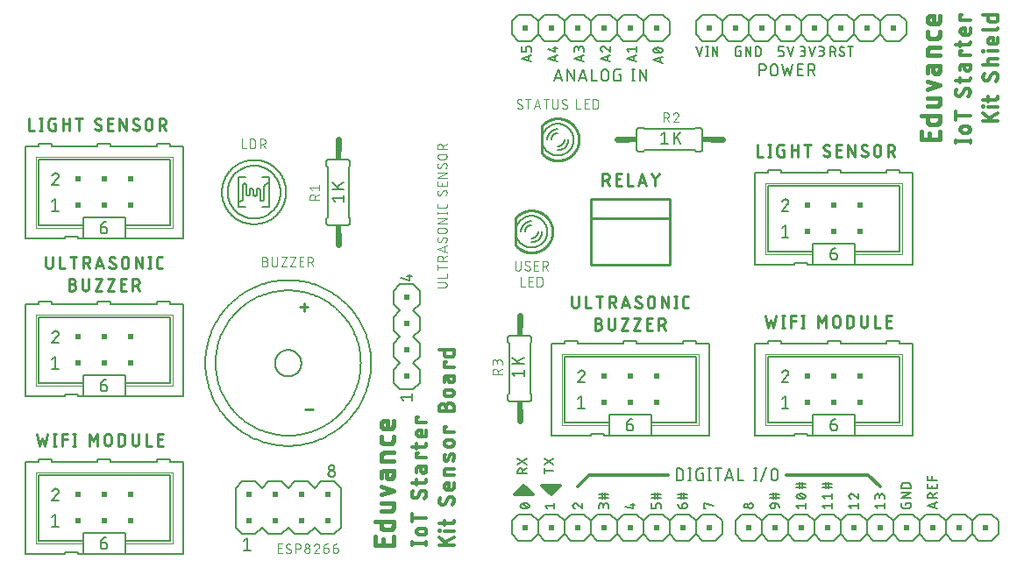
<source format=gbr>
G04 EAGLE Gerber RS-274X export*
G75*
%MOMM*%
%FSLAX34Y34*%
%LPD*%
%INSilkscreen Top*%
%IPPOS*%
%AMOC8*
5,1,8,0,0,1.08239X$1,22.5*%
G01*
%ADD10C,0.355600*%
%ADD11C,0.431800*%
%ADD12C,0.304800*%
%ADD13C,0.127000*%
%ADD14C,0.076200*%
%ADD15C,0.279400*%
%ADD16C,0.203200*%
%ADD17C,0.609600*%
%ADD18C,0.152400*%
%ADD19R,0.609600X0.863600*%
%ADD20C,0.101600*%
%ADD21C,0.050800*%
%ADD22R,0.508000X0.508000*%
%ADD23C,0.254000*%
%ADD24R,0.863600X0.609600*%


D10*
X398653Y28758D02*
X412877Y28758D01*
X412877Y27178D02*
X412877Y30339D01*
X398653Y30339D02*
X398653Y27178D01*
X406555Y37060D02*
X409716Y37060D01*
X406555Y37060D02*
X406443Y37062D01*
X406332Y37068D01*
X406221Y37078D01*
X406110Y37091D01*
X406000Y37109D01*
X405891Y37131D01*
X405782Y37156D01*
X405674Y37185D01*
X405568Y37218D01*
X405462Y37255D01*
X405358Y37295D01*
X405256Y37339D01*
X405155Y37387D01*
X405056Y37438D01*
X404958Y37493D01*
X404863Y37551D01*
X404770Y37612D01*
X404679Y37677D01*
X404590Y37745D01*
X404504Y37816D01*
X404421Y37889D01*
X404340Y37966D01*
X404261Y38046D01*
X404186Y38128D01*
X404114Y38213D01*
X404044Y38300D01*
X403978Y38390D01*
X403915Y38482D01*
X403855Y38577D01*
X403799Y38673D01*
X403746Y38771D01*
X403697Y38871D01*
X403651Y38973D01*
X403609Y39076D01*
X403570Y39181D01*
X403535Y39287D01*
X403504Y39394D01*
X403477Y39502D01*
X403453Y39611D01*
X403434Y39721D01*
X403418Y39831D01*
X403406Y39942D01*
X403398Y40054D01*
X403394Y40165D01*
X403394Y40277D01*
X403398Y40388D01*
X403406Y40500D01*
X403418Y40611D01*
X403434Y40721D01*
X403453Y40831D01*
X403477Y40940D01*
X403504Y41048D01*
X403535Y41155D01*
X403570Y41261D01*
X403609Y41366D01*
X403651Y41469D01*
X403697Y41571D01*
X403746Y41671D01*
X403799Y41769D01*
X403855Y41865D01*
X403915Y41960D01*
X403978Y42052D01*
X404044Y42142D01*
X404114Y42229D01*
X404186Y42314D01*
X404261Y42396D01*
X404340Y42476D01*
X404421Y42553D01*
X404504Y42626D01*
X404590Y42697D01*
X404679Y42765D01*
X404770Y42830D01*
X404863Y42891D01*
X404958Y42949D01*
X405056Y43004D01*
X405155Y43055D01*
X405256Y43103D01*
X405358Y43147D01*
X405462Y43187D01*
X405568Y43224D01*
X405674Y43257D01*
X405782Y43286D01*
X405891Y43311D01*
X406000Y43333D01*
X406110Y43351D01*
X406221Y43364D01*
X406332Y43374D01*
X406443Y43380D01*
X406555Y43382D01*
X409716Y43382D01*
X409828Y43380D01*
X409939Y43374D01*
X410050Y43364D01*
X410161Y43351D01*
X410271Y43333D01*
X410380Y43311D01*
X410489Y43286D01*
X410597Y43257D01*
X410703Y43224D01*
X410809Y43187D01*
X410913Y43147D01*
X411015Y43103D01*
X411116Y43055D01*
X411215Y43004D01*
X411313Y42949D01*
X411408Y42891D01*
X411501Y42830D01*
X411592Y42765D01*
X411681Y42697D01*
X411767Y42626D01*
X411850Y42553D01*
X411931Y42476D01*
X412010Y42396D01*
X412085Y42314D01*
X412157Y42229D01*
X412227Y42142D01*
X412293Y42052D01*
X412356Y41960D01*
X412416Y41865D01*
X412472Y41769D01*
X412525Y41671D01*
X412574Y41571D01*
X412620Y41469D01*
X412662Y41366D01*
X412701Y41261D01*
X412736Y41155D01*
X412767Y41048D01*
X412794Y40940D01*
X412818Y40831D01*
X412837Y40721D01*
X412853Y40611D01*
X412865Y40500D01*
X412873Y40388D01*
X412877Y40277D01*
X412877Y40165D01*
X412873Y40054D01*
X412865Y39942D01*
X412853Y39831D01*
X412837Y39721D01*
X412818Y39611D01*
X412794Y39502D01*
X412767Y39394D01*
X412736Y39287D01*
X412701Y39181D01*
X412662Y39076D01*
X412620Y38973D01*
X412574Y38871D01*
X412525Y38771D01*
X412472Y38673D01*
X412416Y38577D01*
X412356Y38482D01*
X412293Y38390D01*
X412227Y38300D01*
X412157Y38213D01*
X412085Y38128D01*
X412010Y38046D01*
X411931Y37966D01*
X411850Y37889D01*
X411767Y37816D01*
X411681Y37745D01*
X411592Y37677D01*
X411501Y37612D01*
X411408Y37551D01*
X411313Y37493D01*
X411215Y37438D01*
X411116Y37387D01*
X411015Y37339D01*
X410913Y37295D01*
X410809Y37255D01*
X410703Y37218D01*
X410597Y37185D01*
X410489Y37156D01*
X410380Y37131D01*
X410271Y37109D01*
X410161Y37091D01*
X410050Y37078D01*
X409939Y37068D01*
X409828Y37062D01*
X409716Y37060D01*
X412877Y53768D02*
X398653Y53768D01*
X398653Y49817D02*
X398653Y57720D01*
X412877Y76963D02*
X412875Y77073D01*
X412869Y77184D01*
X412860Y77293D01*
X412846Y77403D01*
X412829Y77512D01*
X412808Y77620D01*
X412783Y77728D01*
X412755Y77834D01*
X412722Y77940D01*
X412686Y78044D01*
X412647Y78147D01*
X412604Y78249D01*
X412557Y78349D01*
X412507Y78447D01*
X412454Y78544D01*
X412397Y78638D01*
X412337Y78731D01*
X412273Y78821D01*
X412207Y78909D01*
X412137Y78995D01*
X412065Y79078D01*
X411990Y79159D01*
X411912Y79237D01*
X411831Y79312D01*
X411748Y79384D01*
X411662Y79454D01*
X411574Y79520D01*
X411484Y79584D01*
X411391Y79644D01*
X411297Y79701D01*
X411200Y79754D01*
X411102Y79804D01*
X411002Y79851D01*
X410900Y79894D01*
X410797Y79933D01*
X410693Y79969D01*
X410587Y80002D01*
X410481Y80030D01*
X410373Y80055D01*
X410265Y80076D01*
X410156Y80093D01*
X410046Y80107D01*
X409937Y80116D01*
X409826Y80122D01*
X409716Y80124D01*
X412877Y76963D02*
X412875Y76803D01*
X412869Y76644D01*
X412860Y76484D01*
X412846Y76325D01*
X412829Y76166D01*
X412808Y76008D01*
X412784Y75850D01*
X412755Y75693D01*
X412723Y75536D01*
X412687Y75381D01*
X412647Y75226D01*
X412604Y75072D01*
X412557Y74919D01*
X412506Y74768D01*
X412452Y74618D01*
X412394Y74469D01*
X412332Y74321D01*
X412267Y74175D01*
X412199Y74031D01*
X412127Y73888D01*
X412052Y73747D01*
X411973Y73608D01*
X411891Y73471D01*
X411806Y73336D01*
X411718Y73203D01*
X411626Y73072D01*
X411532Y72943D01*
X411434Y72817D01*
X411333Y72693D01*
X411230Y72571D01*
X411123Y72452D01*
X411014Y72336D01*
X410902Y72222D01*
X401814Y72617D02*
X401704Y72619D01*
X401593Y72625D01*
X401484Y72634D01*
X401374Y72648D01*
X401265Y72665D01*
X401157Y72686D01*
X401049Y72711D01*
X400943Y72739D01*
X400837Y72772D01*
X400733Y72808D01*
X400630Y72847D01*
X400528Y72890D01*
X400428Y72937D01*
X400330Y72987D01*
X400234Y73040D01*
X400139Y73097D01*
X400046Y73157D01*
X399956Y73221D01*
X399868Y73287D01*
X399782Y73357D01*
X399699Y73429D01*
X399618Y73504D01*
X399540Y73582D01*
X399465Y73663D01*
X399393Y73746D01*
X399323Y73832D01*
X399257Y73920D01*
X399193Y74010D01*
X399133Y74103D01*
X399076Y74198D01*
X399023Y74294D01*
X398973Y74392D01*
X398926Y74492D01*
X398883Y74594D01*
X398844Y74697D01*
X398808Y74801D01*
X398775Y74907D01*
X398747Y75013D01*
X398722Y75121D01*
X398701Y75229D01*
X398684Y75338D01*
X398670Y75448D01*
X398661Y75557D01*
X398655Y75668D01*
X398653Y75778D01*
X398655Y75931D01*
X398661Y76083D01*
X398671Y76235D01*
X398684Y76387D01*
X398702Y76539D01*
X398724Y76690D01*
X398749Y76840D01*
X398778Y76990D01*
X398811Y77139D01*
X398848Y77287D01*
X398889Y77434D01*
X398934Y77580D01*
X398982Y77725D01*
X399034Y77868D01*
X399089Y78010D01*
X399149Y78151D01*
X399211Y78290D01*
X399278Y78427D01*
X399348Y78563D01*
X399421Y78696D01*
X399498Y78828D01*
X399578Y78958D01*
X399662Y79086D01*
X399748Y79211D01*
X399838Y79334D01*
X404580Y74197D02*
X404522Y74103D01*
X404460Y74010D01*
X404396Y73919D01*
X404328Y73831D01*
X404258Y73745D01*
X404184Y73662D01*
X404108Y73581D01*
X404029Y73503D01*
X403947Y73428D01*
X403863Y73356D01*
X403776Y73286D01*
X403687Y73220D01*
X403596Y73157D01*
X403502Y73097D01*
X403407Y73040D01*
X403309Y72987D01*
X403210Y72936D01*
X403109Y72890D01*
X403007Y72847D01*
X402903Y72807D01*
X402798Y72771D01*
X402691Y72739D01*
X402584Y72711D01*
X402476Y72686D01*
X402367Y72665D01*
X402257Y72648D01*
X402147Y72634D01*
X402036Y72625D01*
X401925Y72619D01*
X401814Y72617D01*
X406950Y78544D02*
X407009Y78638D01*
X407070Y78731D01*
X407134Y78822D01*
X407202Y78910D01*
X407272Y78996D01*
X407346Y79079D01*
X407422Y79160D01*
X407501Y79238D01*
X407583Y79313D01*
X407667Y79385D01*
X407754Y79455D01*
X407843Y79521D01*
X407934Y79584D01*
X408028Y79644D01*
X408123Y79701D01*
X408221Y79755D01*
X408320Y79805D01*
X408421Y79851D01*
X408523Y79894D01*
X408627Y79934D01*
X408732Y79970D01*
X408839Y80002D01*
X408946Y80030D01*
X409054Y80055D01*
X409163Y80076D01*
X409273Y80093D01*
X409383Y80107D01*
X409494Y80116D01*
X409605Y80122D01*
X409716Y80124D01*
X406950Y78544D02*
X404580Y74198D01*
X403394Y85576D02*
X403394Y90317D01*
X398653Y87156D02*
X410506Y87156D01*
X410601Y87158D01*
X410697Y87164D01*
X410792Y87173D01*
X410886Y87187D01*
X410980Y87204D01*
X411073Y87225D01*
X411166Y87250D01*
X411257Y87278D01*
X411347Y87310D01*
X411435Y87346D01*
X411522Y87385D01*
X411608Y87428D01*
X411692Y87474D01*
X411773Y87523D01*
X411853Y87576D01*
X411930Y87632D01*
X412006Y87690D01*
X412078Y87752D01*
X412148Y87817D01*
X412216Y87885D01*
X412281Y87955D01*
X412343Y88027D01*
X412401Y88103D01*
X412457Y88180D01*
X412510Y88260D01*
X412559Y88342D01*
X412605Y88425D01*
X412648Y88511D01*
X412687Y88598D01*
X412723Y88686D01*
X412755Y88776D01*
X412783Y88867D01*
X412808Y88960D01*
X412829Y89053D01*
X412846Y89147D01*
X412860Y89241D01*
X412869Y89336D01*
X412875Y89432D01*
X412877Y89527D01*
X412877Y90317D01*
X407345Y99613D02*
X407345Y103169D01*
X407345Y99613D02*
X407347Y99510D01*
X407353Y99406D01*
X407362Y99303D01*
X407376Y99201D01*
X407393Y99099D01*
X407414Y98998D01*
X407439Y98897D01*
X407468Y98798D01*
X407500Y98699D01*
X407536Y98602D01*
X407576Y98507D01*
X407619Y98413D01*
X407666Y98321D01*
X407716Y98230D01*
X407769Y98141D01*
X407826Y98055D01*
X407885Y97970D01*
X407948Y97888D01*
X408014Y97809D01*
X408083Y97732D01*
X408155Y97657D01*
X408230Y97585D01*
X408307Y97516D01*
X408386Y97450D01*
X408468Y97387D01*
X408553Y97328D01*
X408639Y97271D01*
X408728Y97218D01*
X408819Y97168D01*
X408911Y97121D01*
X409005Y97078D01*
X409100Y97038D01*
X409197Y97002D01*
X409296Y96970D01*
X409395Y96941D01*
X409496Y96916D01*
X409597Y96895D01*
X409699Y96878D01*
X409801Y96864D01*
X409904Y96855D01*
X410008Y96849D01*
X410111Y96847D01*
X410214Y96849D01*
X410318Y96855D01*
X410421Y96864D01*
X410523Y96878D01*
X410625Y96895D01*
X410726Y96916D01*
X410827Y96941D01*
X410926Y96970D01*
X411025Y97002D01*
X411122Y97038D01*
X411217Y97078D01*
X411311Y97121D01*
X411403Y97168D01*
X411494Y97218D01*
X411583Y97271D01*
X411669Y97328D01*
X411754Y97387D01*
X411836Y97450D01*
X411915Y97516D01*
X411992Y97585D01*
X412067Y97657D01*
X412139Y97732D01*
X412208Y97809D01*
X412274Y97888D01*
X412337Y97970D01*
X412396Y98055D01*
X412453Y98141D01*
X412506Y98230D01*
X412556Y98321D01*
X412603Y98413D01*
X412646Y98507D01*
X412686Y98602D01*
X412722Y98699D01*
X412754Y98798D01*
X412783Y98897D01*
X412808Y98998D01*
X412829Y99099D01*
X412846Y99201D01*
X412860Y99303D01*
X412869Y99406D01*
X412875Y99510D01*
X412877Y99613D01*
X412877Y103169D01*
X405765Y103169D01*
X405670Y103167D01*
X405574Y103161D01*
X405479Y103152D01*
X405385Y103138D01*
X405291Y103121D01*
X405198Y103100D01*
X405105Y103075D01*
X405014Y103047D01*
X404924Y103015D01*
X404836Y102979D01*
X404749Y102940D01*
X404663Y102897D01*
X404580Y102851D01*
X404498Y102802D01*
X404418Y102749D01*
X404341Y102693D01*
X404265Y102635D01*
X404193Y102573D01*
X404123Y102508D01*
X404055Y102440D01*
X403990Y102370D01*
X403928Y102298D01*
X403870Y102222D01*
X403814Y102145D01*
X403761Y102065D01*
X403712Y101984D01*
X403666Y101900D01*
X403623Y101814D01*
X403584Y101727D01*
X403548Y101639D01*
X403516Y101549D01*
X403488Y101458D01*
X403463Y101365D01*
X403442Y101272D01*
X403425Y101178D01*
X403411Y101084D01*
X403402Y100989D01*
X403396Y100894D01*
X403394Y100798D01*
X403394Y97638D01*
X403394Y111723D02*
X412877Y111723D01*
X403394Y111723D02*
X403394Y116464D01*
X404975Y116464D01*
X403394Y120486D02*
X403394Y125227D01*
X398653Y122066D02*
X410506Y122066D01*
X410601Y122068D01*
X410697Y122074D01*
X410792Y122083D01*
X410886Y122097D01*
X410980Y122114D01*
X411073Y122135D01*
X411166Y122160D01*
X411257Y122188D01*
X411347Y122220D01*
X411435Y122256D01*
X411522Y122295D01*
X411608Y122338D01*
X411692Y122384D01*
X411773Y122433D01*
X411853Y122486D01*
X411930Y122542D01*
X412006Y122600D01*
X412078Y122662D01*
X412148Y122727D01*
X412216Y122795D01*
X412281Y122865D01*
X412343Y122937D01*
X412401Y123013D01*
X412457Y123090D01*
X412510Y123170D01*
X412559Y123252D01*
X412605Y123335D01*
X412648Y123421D01*
X412687Y123508D01*
X412723Y123596D01*
X412755Y123686D01*
X412783Y123777D01*
X412808Y123870D01*
X412829Y123963D01*
X412846Y124057D01*
X412860Y124151D01*
X412869Y124246D01*
X412875Y124342D01*
X412877Y124437D01*
X412877Y125227D01*
X412877Y134261D02*
X412877Y138212D01*
X412877Y134261D02*
X412875Y134166D01*
X412869Y134070D01*
X412860Y133975D01*
X412846Y133881D01*
X412829Y133787D01*
X412808Y133694D01*
X412783Y133601D01*
X412755Y133510D01*
X412723Y133420D01*
X412687Y133332D01*
X412648Y133245D01*
X412605Y133159D01*
X412559Y133076D01*
X412510Y132994D01*
X412457Y132914D01*
X412401Y132837D01*
X412343Y132761D01*
X412281Y132689D01*
X412216Y132619D01*
X412148Y132551D01*
X412078Y132486D01*
X412006Y132424D01*
X411930Y132366D01*
X411853Y132310D01*
X411773Y132257D01*
X411692Y132208D01*
X411608Y132162D01*
X411522Y132119D01*
X411435Y132080D01*
X411347Y132044D01*
X411257Y132012D01*
X411166Y131984D01*
X411073Y131959D01*
X410980Y131938D01*
X410886Y131921D01*
X410792Y131907D01*
X410697Y131898D01*
X410602Y131892D01*
X410506Y131890D01*
X406555Y131890D01*
X406443Y131892D01*
X406332Y131898D01*
X406221Y131908D01*
X406110Y131921D01*
X406000Y131939D01*
X405891Y131961D01*
X405782Y131986D01*
X405674Y132015D01*
X405568Y132048D01*
X405462Y132085D01*
X405358Y132125D01*
X405256Y132169D01*
X405155Y132217D01*
X405056Y132268D01*
X404958Y132323D01*
X404863Y132381D01*
X404770Y132442D01*
X404679Y132507D01*
X404590Y132575D01*
X404504Y132646D01*
X404421Y132719D01*
X404340Y132796D01*
X404261Y132876D01*
X404186Y132958D01*
X404114Y133043D01*
X404044Y133130D01*
X403978Y133220D01*
X403915Y133312D01*
X403855Y133407D01*
X403799Y133503D01*
X403746Y133601D01*
X403697Y133701D01*
X403651Y133803D01*
X403609Y133906D01*
X403570Y134011D01*
X403535Y134117D01*
X403504Y134224D01*
X403477Y134332D01*
X403453Y134441D01*
X403434Y134551D01*
X403418Y134661D01*
X403406Y134772D01*
X403398Y134884D01*
X403394Y134995D01*
X403394Y135107D01*
X403398Y135218D01*
X403406Y135330D01*
X403418Y135441D01*
X403434Y135551D01*
X403453Y135661D01*
X403477Y135770D01*
X403504Y135878D01*
X403535Y135985D01*
X403570Y136091D01*
X403609Y136196D01*
X403651Y136299D01*
X403697Y136401D01*
X403746Y136501D01*
X403799Y136599D01*
X403855Y136695D01*
X403915Y136790D01*
X403978Y136882D01*
X404044Y136972D01*
X404114Y137059D01*
X404186Y137144D01*
X404261Y137226D01*
X404340Y137306D01*
X404421Y137383D01*
X404504Y137456D01*
X404590Y137527D01*
X404679Y137595D01*
X404770Y137660D01*
X404863Y137721D01*
X404958Y137779D01*
X405056Y137834D01*
X405155Y137885D01*
X405256Y137933D01*
X405358Y137977D01*
X405462Y138017D01*
X405568Y138054D01*
X405674Y138087D01*
X405782Y138116D01*
X405891Y138141D01*
X406000Y138163D01*
X406110Y138181D01*
X406221Y138194D01*
X406332Y138204D01*
X406443Y138210D01*
X406555Y138212D01*
X408136Y138212D01*
X408136Y131890D01*
X412877Y146112D02*
X403394Y146112D01*
X403394Y150853D01*
X404975Y150853D01*
X425323Y27178D02*
X439547Y27178D01*
X434015Y27178D02*
X425323Y35080D01*
X430855Y30339D02*
X439547Y35080D01*
X439547Y41168D02*
X430064Y41168D01*
X426113Y40772D02*
X425323Y40772D01*
X425323Y41563D01*
X426113Y41563D01*
X426113Y40772D01*
X430064Y46402D02*
X430064Y51143D01*
X425323Y47982D02*
X437176Y47982D01*
X437271Y47984D01*
X437367Y47990D01*
X437462Y47999D01*
X437556Y48013D01*
X437650Y48030D01*
X437743Y48051D01*
X437836Y48076D01*
X437927Y48104D01*
X438017Y48136D01*
X438105Y48172D01*
X438192Y48211D01*
X438278Y48254D01*
X438362Y48300D01*
X438443Y48349D01*
X438523Y48402D01*
X438600Y48458D01*
X438676Y48516D01*
X438748Y48578D01*
X438818Y48643D01*
X438886Y48711D01*
X438951Y48781D01*
X439013Y48853D01*
X439071Y48929D01*
X439127Y49006D01*
X439180Y49086D01*
X439229Y49168D01*
X439275Y49251D01*
X439318Y49337D01*
X439357Y49424D01*
X439393Y49512D01*
X439425Y49602D01*
X439453Y49693D01*
X439478Y49786D01*
X439499Y49879D01*
X439516Y49973D01*
X439530Y50067D01*
X439539Y50162D01*
X439545Y50258D01*
X439547Y50353D01*
X439547Y51143D01*
X439547Y70615D02*
X439545Y70725D01*
X439539Y70836D01*
X439530Y70945D01*
X439516Y71055D01*
X439499Y71164D01*
X439478Y71272D01*
X439453Y71380D01*
X439425Y71486D01*
X439392Y71592D01*
X439356Y71696D01*
X439317Y71799D01*
X439274Y71901D01*
X439227Y72001D01*
X439177Y72099D01*
X439124Y72196D01*
X439067Y72290D01*
X439007Y72383D01*
X438943Y72473D01*
X438877Y72561D01*
X438807Y72647D01*
X438735Y72730D01*
X438660Y72811D01*
X438582Y72889D01*
X438501Y72964D01*
X438418Y73036D01*
X438332Y73106D01*
X438244Y73172D01*
X438154Y73236D01*
X438061Y73296D01*
X437967Y73353D01*
X437870Y73406D01*
X437772Y73456D01*
X437672Y73503D01*
X437570Y73546D01*
X437467Y73585D01*
X437363Y73621D01*
X437257Y73654D01*
X437151Y73682D01*
X437043Y73707D01*
X436935Y73728D01*
X436826Y73745D01*
X436716Y73759D01*
X436607Y73768D01*
X436496Y73774D01*
X436386Y73776D01*
X439547Y70615D02*
X439545Y70455D01*
X439539Y70296D01*
X439530Y70136D01*
X439516Y69977D01*
X439499Y69818D01*
X439478Y69660D01*
X439454Y69502D01*
X439425Y69345D01*
X439393Y69188D01*
X439357Y69033D01*
X439317Y68878D01*
X439274Y68724D01*
X439227Y68571D01*
X439176Y68420D01*
X439122Y68270D01*
X439064Y68121D01*
X439002Y67973D01*
X438937Y67827D01*
X438869Y67683D01*
X438797Y67540D01*
X438722Y67399D01*
X438643Y67260D01*
X438561Y67123D01*
X438476Y66988D01*
X438388Y66855D01*
X438296Y66724D01*
X438202Y66595D01*
X438104Y66469D01*
X438003Y66345D01*
X437900Y66223D01*
X437793Y66104D01*
X437684Y65988D01*
X437572Y65874D01*
X428484Y66269D02*
X428374Y66271D01*
X428263Y66277D01*
X428154Y66286D01*
X428044Y66300D01*
X427935Y66317D01*
X427827Y66338D01*
X427719Y66363D01*
X427613Y66391D01*
X427507Y66424D01*
X427403Y66460D01*
X427300Y66499D01*
X427198Y66542D01*
X427098Y66589D01*
X427000Y66639D01*
X426904Y66692D01*
X426809Y66749D01*
X426716Y66809D01*
X426626Y66873D01*
X426538Y66939D01*
X426452Y67009D01*
X426369Y67081D01*
X426288Y67156D01*
X426210Y67234D01*
X426135Y67315D01*
X426063Y67398D01*
X425993Y67484D01*
X425927Y67572D01*
X425863Y67662D01*
X425803Y67755D01*
X425746Y67850D01*
X425693Y67946D01*
X425643Y68044D01*
X425596Y68144D01*
X425553Y68246D01*
X425514Y68349D01*
X425478Y68453D01*
X425445Y68559D01*
X425417Y68665D01*
X425392Y68773D01*
X425371Y68881D01*
X425354Y68990D01*
X425340Y69100D01*
X425331Y69209D01*
X425325Y69320D01*
X425323Y69430D01*
X425325Y69583D01*
X425331Y69735D01*
X425341Y69887D01*
X425354Y70039D01*
X425372Y70191D01*
X425394Y70342D01*
X425419Y70492D01*
X425448Y70642D01*
X425481Y70791D01*
X425518Y70939D01*
X425559Y71086D01*
X425604Y71232D01*
X425652Y71377D01*
X425704Y71520D01*
X425759Y71662D01*
X425819Y71803D01*
X425881Y71942D01*
X425948Y72079D01*
X426018Y72215D01*
X426091Y72348D01*
X426168Y72480D01*
X426248Y72610D01*
X426332Y72738D01*
X426418Y72863D01*
X426508Y72986D01*
X431250Y67849D02*
X431192Y67755D01*
X431130Y67662D01*
X431066Y67571D01*
X430998Y67483D01*
X430928Y67397D01*
X430854Y67314D01*
X430778Y67233D01*
X430699Y67155D01*
X430617Y67080D01*
X430533Y67008D01*
X430446Y66938D01*
X430357Y66872D01*
X430266Y66809D01*
X430172Y66749D01*
X430077Y66692D01*
X429979Y66639D01*
X429880Y66588D01*
X429779Y66542D01*
X429677Y66499D01*
X429573Y66459D01*
X429468Y66423D01*
X429361Y66391D01*
X429254Y66363D01*
X429146Y66338D01*
X429037Y66317D01*
X428927Y66300D01*
X428817Y66286D01*
X428706Y66277D01*
X428595Y66271D01*
X428484Y66269D01*
X433620Y72196D02*
X433679Y72290D01*
X433740Y72383D01*
X433804Y72474D01*
X433872Y72562D01*
X433942Y72648D01*
X434016Y72731D01*
X434092Y72812D01*
X434171Y72890D01*
X434253Y72965D01*
X434337Y73037D01*
X434424Y73107D01*
X434513Y73173D01*
X434604Y73236D01*
X434698Y73296D01*
X434793Y73353D01*
X434891Y73407D01*
X434990Y73457D01*
X435091Y73503D01*
X435193Y73546D01*
X435297Y73586D01*
X435402Y73622D01*
X435509Y73654D01*
X435616Y73682D01*
X435724Y73707D01*
X435833Y73728D01*
X435943Y73745D01*
X436053Y73759D01*
X436164Y73768D01*
X436275Y73774D01*
X436386Y73776D01*
X433620Y72195D02*
X431250Y67849D01*
X439547Y83103D02*
X439547Y87054D01*
X439547Y83103D02*
X439545Y83008D01*
X439539Y82912D01*
X439530Y82817D01*
X439516Y82723D01*
X439499Y82629D01*
X439478Y82536D01*
X439453Y82443D01*
X439425Y82352D01*
X439393Y82262D01*
X439357Y82174D01*
X439318Y82087D01*
X439275Y82001D01*
X439229Y81918D01*
X439180Y81836D01*
X439127Y81756D01*
X439071Y81679D01*
X439013Y81603D01*
X438951Y81531D01*
X438886Y81461D01*
X438818Y81393D01*
X438748Y81328D01*
X438676Y81266D01*
X438600Y81208D01*
X438523Y81152D01*
X438443Y81099D01*
X438362Y81050D01*
X438278Y81004D01*
X438192Y80961D01*
X438105Y80922D01*
X438017Y80886D01*
X437927Y80854D01*
X437836Y80826D01*
X437743Y80801D01*
X437650Y80780D01*
X437556Y80763D01*
X437462Y80749D01*
X437367Y80740D01*
X437272Y80734D01*
X437176Y80732D01*
X433225Y80732D01*
X433113Y80734D01*
X433002Y80740D01*
X432891Y80750D01*
X432780Y80763D01*
X432670Y80781D01*
X432561Y80803D01*
X432452Y80828D01*
X432344Y80857D01*
X432238Y80890D01*
X432132Y80927D01*
X432028Y80967D01*
X431926Y81011D01*
X431825Y81059D01*
X431726Y81110D01*
X431628Y81165D01*
X431533Y81223D01*
X431440Y81284D01*
X431349Y81349D01*
X431260Y81417D01*
X431174Y81488D01*
X431091Y81561D01*
X431010Y81638D01*
X430931Y81718D01*
X430856Y81800D01*
X430784Y81885D01*
X430714Y81972D01*
X430648Y82062D01*
X430585Y82154D01*
X430525Y82249D01*
X430469Y82345D01*
X430416Y82443D01*
X430367Y82543D01*
X430321Y82645D01*
X430279Y82748D01*
X430240Y82853D01*
X430205Y82959D01*
X430174Y83066D01*
X430147Y83174D01*
X430123Y83283D01*
X430104Y83393D01*
X430088Y83503D01*
X430076Y83614D01*
X430068Y83726D01*
X430064Y83837D01*
X430064Y83949D01*
X430068Y84060D01*
X430076Y84172D01*
X430088Y84283D01*
X430104Y84393D01*
X430123Y84503D01*
X430147Y84612D01*
X430174Y84720D01*
X430205Y84827D01*
X430240Y84933D01*
X430279Y85038D01*
X430321Y85141D01*
X430367Y85243D01*
X430416Y85343D01*
X430469Y85441D01*
X430525Y85537D01*
X430585Y85632D01*
X430648Y85724D01*
X430714Y85814D01*
X430784Y85901D01*
X430856Y85986D01*
X430931Y86068D01*
X431010Y86148D01*
X431091Y86225D01*
X431174Y86298D01*
X431260Y86369D01*
X431349Y86437D01*
X431440Y86502D01*
X431533Y86563D01*
X431628Y86621D01*
X431726Y86676D01*
X431825Y86727D01*
X431926Y86775D01*
X432028Y86819D01*
X432132Y86859D01*
X432238Y86896D01*
X432344Y86929D01*
X432452Y86958D01*
X432561Y86983D01*
X432670Y87005D01*
X432780Y87023D01*
X432891Y87036D01*
X433002Y87046D01*
X433113Y87052D01*
X433225Y87054D01*
X434806Y87054D01*
X434806Y80732D01*
X439547Y94800D02*
X430064Y94800D01*
X430064Y98751D01*
X430066Y98846D01*
X430072Y98942D01*
X430081Y99037D01*
X430095Y99131D01*
X430112Y99225D01*
X430133Y99318D01*
X430158Y99411D01*
X430186Y99502D01*
X430218Y99592D01*
X430254Y99680D01*
X430293Y99767D01*
X430336Y99853D01*
X430382Y99937D01*
X430431Y100018D01*
X430484Y100098D01*
X430540Y100175D01*
X430598Y100251D01*
X430660Y100323D01*
X430725Y100393D01*
X430793Y100461D01*
X430863Y100526D01*
X430935Y100588D01*
X431011Y100646D01*
X431088Y100702D01*
X431168Y100755D01*
X431250Y100804D01*
X431333Y100850D01*
X431419Y100893D01*
X431506Y100932D01*
X431594Y100968D01*
X431684Y101000D01*
X431775Y101028D01*
X431868Y101053D01*
X431961Y101074D01*
X432055Y101091D01*
X432149Y101105D01*
X432244Y101114D01*
X432340Y101120D01*
X432435Y101122D01*
X439547Y101122D01*
X434015Y110054D02*
X435596Y114005D01*
X434015Y110053D02*
X433981Y109971D01*
X433942Y109891D01*
X433901Y109813D01*
X433856Y109736D01*
X433807Y109662D01*
X433756Y109589D01*
X433701Y109519D01*
X433643Y109452D01*
X433583Y109386D01*
X433520Y109324D01*
X433454Y109264D01*
X433385Y109208D01*
X433314Y109154D01*
X433241Y109104D01*
X433166Y109056D01*
X433089Y109012D01*
X433010Y108972D01*
X432929Y108935D01*
X432847Y108901D01*
X432763Y108871D01*
X432679Y108845D01*
X432593Y108822D01*
X432506Y108803D01*
X432418Y108788D01*
X432330Y108777D01*
X432242Y108769D01*
X432153Y108765D01*
X432064Y108766D01*
X431975Y108770D01*
X431887Y108778D01*
X431799Y108789D01*
X431711Y108805D01*
X431624Y108824D01*
X431539Y108847D01*
X431454Y108874D01*
X431370Y108904D01*
X431288Y108938D01*
X431208Y108976D01*
X431129Y109017D01*
X431052Y109061D01*
X430977Y109109D01*
X430904Y109160D01*
X430834Y109214D01*
X430765Y109271D01*
X430700Y109330D01*
X430637Y109393D01*
X430577Y109458D01*
X430519Y109526D01*
X430465Y109597D01*
X430414Y109669D01*
X430366Y109744D01*
X430321Y109821D01*
X430279Y109899D01*
X430242Y109980D01*
X430207Y110062D01*
X430176Y110145D01*
X430149Y110230D01*
X430126Y110315D01*
X430106Y110402D01*
X430090Y110489D01*
X430078Y110577D01*
X430069Y110666D01*
X430065Y110754D01*
X430064Y110843D01*
X430064Y110844D02*
X430070Y111060D01*
X430080Y111275D01*
X430096Y111491D01*
X430118Y111705D01*
X430144Y111919D01*
X430176Y112133D01*
X430212Y112346D01*
X430254Y112557D01*
X430301Y112768D01*
X430353Y112977D01*
X430409Y113186D01*
X430471Y113392D01*
X430538Y113597D01*
X430610Y113801D01*
X430687Y114003D01*
X430768Y114202D01*
X430854Y114400D01*
X435596Y114005D02*
X435630Y114087D01*
X435669Y114167D01*
X435710Y114245D01*
X435755Y114322D01*
X435804Y114396D01*
X435855Y114469D01*
X435910Y114539D01*
X435968Y114606D01*
X436028Y114672D01*
X436091Y114734D01*
X436157Y114793D01*
X436226Y114850D01*
X436297Y114904D01*
X436370Y114954D01*
X436445Y115002D01*
X436522Y115046D01*
X436601Y115086D01*
X436682Y115123D01*
X436764Y115157D01*
X436848Y115187D01*
X436932Y115213D01*
X437018Y115236D01*
X437105Y115255D01*
X437193Y115270D01*
X437281Y115281D01*
X437369Y115289D01*
X437458Y115293D01*
X437547Y115292D01*
X437636Y115288D01*
X437724Y115280D01*
X437812Y115269D01*
X437900Y115253D01*
X437987Y115234D01*
X438072Y115211D01*
X438157Y115184D01*
X438241Y115154D01*
X438323Y115120D01*
X438403Y115082D01*
X438482Y115041D01*
X438559Y114997D01*
X438634Y114949D01*
X438707Y114898D01*
X438777Y114844D01*
X438846Y114787D01*
X438911Y114728D01*
X438974Y114665D01*
X439034Y114600D01*
X439092Y114532D01*
X439146Y114461D01*
X439197Y114389D01*
X439245Y114314D01*
X439290Y114237D01*
X439332Y114159D01*
X439369Y114078D01*
X439404Y113996D01*
X439435Y113913D01*
X439462Y113828D01*
X439485Y113743D01*
X439505Y113656D01*
X439521Y113569D01*
X439533Y113481D01*
X439542Y113392D01*
X439546Y113304D01*
X439547Y113215D01*
X439547Y113214D02*
X439538Y112898D01*
X439523Y112581D01*
X439499Y112265D01*
X439469Y111949D01*
X439430Y111635D01*
X439385Y111321D01*
X439332Y111009D01*
X439271Y110697D01*
X439204Y110388D01*
X439129Y110080D01*
X439046Y109774D01*
X438957Y109470D01*
X438860Y109168D01*
X438756Y108868D01*
X436386Y122415D02*
X433225Y122415D01*
X433113Y122417D01*
X433002Y122423D01*
X432891Y122433D01*
X432780Y122446D01*
X432670Y122464D01*
X432561Y122486D01*
X432452Y122511D01*
X432344Y122540D01*
X432238Y122573D01*
X432132Y122610D01*
X432028Y122650D01*
X431926Y122694D01*
X431825Y122742D01*
X431726Y122793D01*
X431628Y122848D01*
X431533Y122906D01*
X431440Y122967D01*
X431349Y123032D01*
X431260Y123100D01*
X431174Y123171D01*
X431091Y123244D01*
X431010Y123321D01*
X430931Y123401D01*
X430856Y123483D01*
X430784Y123568D01*
X430714Y123655D01*
X430648Y123745D01*
X430585Y123837D01*
X430525Y123932D01*
X430469Y124028D01*
X430416Y124126D01*
X430367Y124226D01*
X430321Y124328D01*
X430279Y124431D01*
X430240Y124536D01*
X430205Y124642D01*
X430174Y124749D01*
X430147Y124857D01*
X430123Y124966D01*
X430104Y125076D01*
X430088Y125186D01*
X430076Y125297D01*
X430068Y125409D01*
X430064Y125520D01*
X430064Y125632D01*
X430068Y125743D01*
X430076Y125855D01*
X430088Y125966D01*
X430104Y126076D01*
X430123Y126186D01*
X430147Y126295D01*
X430174Y126403D01*
X430205Y126510D01*
X430240Y126616D01*
X430279Y126721D01*
X430321Y126824D01*
X430367Y126926D01*
X430416Y127026D01*
X430469Y127124D01*
X430525Y127220D01*
X430585Y127315D01*
X430648Y127407D01*
X430714Y127497D01*
X430784Y127584D01*
X430856Y127669D01*
X430931Y127751D01*
X431010Y127831D01*
X431091Y127908D01*
X431174Y127981D01*
X431260Y128052D01*
X431349Y128120D01*
X431440Y128185D01*
X431533Y128246D01*
X431628Y128304D01*
X431726Y128359D01*
X431825Y128410D01*
X431926Y128458D01*
X432028Y128502D01*
X432132Y128542D01*
X432238Y128579D01*
X432344Y128612D01*
X432452Y128641D01*
X432561Y128666D01*
X432670Y128688D01*
X432780Y128706D01*
X432891Y128719D01*
X433002Y128729D01*
X433113Y128735D01*
X433225Y128737D01*
X436386Y128737D01*
X436498Y128735D01*
X436609Y128729D01*
X436720Y128719D01*
X436831Y128706D01*
X436941Y128688D01*
X437050Y128666D01*
X437159Y128641D01*
X437267Y128612D01*
X437373Y128579D01*
X437479Y128542D01*
X437583Y128502D01*
X437685Y128458D01*
X437786Y128410D01*
X437885Y128359D01*
X437983Y128304D01*
X438078Y128246D01*
X438171Y128185D01*
X438262Y128120D01*
X438351Y128052D01*
X438437Y127981D01*
X438520Y127908D01*
X438601Y127831D01*
X438680Y127751D01*
X438755Y127669D01*
X438827Y127584D01*
X438897Y127497D01*
X438963Y127407D01*
X439026Y127315D01*
X439086Y127220D01*
X439142Y127124D01*
X439195Y127026D01*
X439244Y126926D01*
X439290Y126824D01*
X439332Y126721D01*
X439371Y126616D01*
X439406Y126510D01*
X439437Y126403D01*
X439464Y126295D01*
X439488Y126186D01*
X439507Y126076D01*
X439523Y125966D01*
X439535Y125855D01*
X439543Y125743D01*
X439547Y125632D01*
X439547Y125520D01*
X439543Y125409D01*
X439535Y125297D01*
X439523Y125186D01*
X439507Y125076D01*
X439488Y124966D01*
X439464Y124857D01*
X439437Y124749D01*
X439406Y124642D01*
X439371Y124536D01*
X439332Y124431D01*
X439290Y124328D01*
X439244Y124226D01*
X439195Y124126D01*
X439142Y124028D01*
X439086Y123932D01*
X439026Y123837D01*
X438963Y123745D01*
X438897Y123655D01*
X438827Y123568D01*
X438755Y123483D01*
X438680Y123401D01*
X438601Y123321D01*
X438520Y123244D01*
X438437Y123171D01*
X438351Y123100D01*
X438262Y123032D01*
X438171Y122967D01*
X438078Y122906D01*
X437983Y122848D01*
X437885Y122793D01*
X437786Y122742D01*
X437685Y122694D01*
X437583Y122650D01*
X437479Y122610D01*
X437373Y122573D01*
X437267Y122540D01*
X437159Y122511D01*
X437050Y122486D01*
X436941Y122464D01*
X436831Y122446D01*
X436720Y122433D01*
X436609Y122423D01*
X436498Y122417D01*
X436386Y122415D01*
X439547Y136637D02*
X430064Y136637D01*
X430064Y141379D01*
X431645Y141379D01*
X431645Y156396D02*
X431645Y160347D01*
X431647Y160471D01*
X431653Y160595D01*
X431663Y160719D01*
X431676Y160842D01*
X431694Y160965D01*
X431715Y161087D01*
X431740Y161209D01*
X431769Y161330D01*
X431802Y161449D01*
X431838Y161568D01*
X431879Y161685D01*
X431922Y161801D01*
X431970Y161916D01*
X432021Y162029D01*
X432076Y162141D01*
X432134Y162250D01*
X432195Y162358D01*
X432260Y162464D01*
X432328Y162568D01*
X432400Y162669D01*
X432474Y162769D01*
X432552Y162865D01*
X432632Y162960D01*
X432716Y163052D01*
X432802Y163141D01*
X432891Y163227D01*
X432983Y163311D01*
X433078Y163391D01*
X433174Y163469D01*
X433274Y163543D01*
X433375Y163615D01*
X433479Y163683D01*
X433585Y163748D01*
X433693Y163809D01*
X433802Y163867D01*
X433914Y163922D01*
X434027Y163973D01*
X434142Y164021D01*
X434258Y164064D01*
X434375Y164105D01*
X434494Y164141D01*
X434613Y164174D01*
X434734Y164203D01*
X434856Y164228D01*
X434978Y164249D01*
X435101Y164267D01*
X435224Y164280D01*
X435348Y164290D01*
X435472Y164296D01*
X435596Y164298D01*
X435720Y164296D01*
X435844Y164290D01*
X435968Y164280D01*
X436091Y164267D01*
X436214Y164249D01*
X436336Y164228D01*
X436458Y164203D01*
X436579Y164174D01*
X436698Y164141D01*
X436817Y164105D01*
X436934Y164064D01*
X437050Y164021D01*
X437165Y163973D01*
X437278Y163922D01*
X437390Y163867D01*
X437499Y163809D01*
X437607Y163748D01*
X437713Y163683D01*
X437817Y163615D01*
X437918Y163543D01*
X438018Y163469D01*
X438114Y163391D01*
X438209Y163311D01*
X438301Y163227D01*
X438390Y163141D01*
X438476Y163052D01*
X438560Y162960D01*
X438640Y162865D01*
X438718Y162769D01*
X438792Y162669D01*
X438864Y162568D01*
X438932Y162464D01*
X438997Y162358D01*
X439058Y162250D01*
X439116Y162141D01*
X439171Y162029D01*
X439222Y161916D01*
X439270Y161801D01*
X439313Y161685D01*
X439354Y161568D01*
X439390Y161449D01*
X439423Y161330D01*
X439452Y161209D01*
X439477Y161087D01*
X439498Y160965D01*
X439516Y160842D01*
X439529Y160719D01*
X439539Y160595D01*
X439545Y160471D01*
X439547Y160347D01*
X439547Y156396D01*
X425323Y156396D01*
X425323Y160347D01*
X425325Y160459D01*
X425331Y160570D01*
X425341Y160681D01*
X425354Y160792D01*
X425372Y160902D01*
X425394Y161011D01*
X425419Y161120D01*
X425448Y161228D01*
X425481Y161334D01*
X425518Y161440D01*
X425558Y161544D01*
X425602Y161646D01*
X425650Y161747D01*
X425701Y161846D01*
X425756Y161944D01*
X425814Y162039D01*
X425875Y162132D01*
X425940Y162223D01*
X426008Y162312D01*
X426079Y162398D01*
X426152Y162481D01*
X426229Y162562D01*
X426309Y162641D01*
X426391Y162716D01*
X426476Y162788D01*
X426563Y162858D01*
X426653Y162924D01*
X426745Y162987D01*
X426840Y163047D01*
X426936Y163103D01*
X427034Y163156D01*
X427134Y163205D01*
X427236Y163251D01*
X427339Y163293D01*
X427444Y163332D01*
X427550Y163367D01*
X427657Y163398D01*
X427765Y163425D01*
X427874Y163449D01*
X427984Y163468D01*
X428094Y163484D01*
X428205Y163496D01*
X428317Y163504D01*
X428428Y163508D01*
X428540Y163508D01*
X428651Y163504D01*
X428763Y163496D01*
X428874Y163484D01*
X428984Y163468D01*
X429094Y163449D01*
X429203Y163425D01*
X429311Y163398D01*
X429418Y163367D01*
X429524Y163332D01*
X429629Y163293D01*
X429732Y163251D01*
X429834Y163205D01*
X429934Y163156D01*
X430032Y163103D01*
X430128Y163047D01*
X430223Y162987D01*
X430315Y162924D01*
X430405Y162858D01*
X430492Y162788D01*
X430577Y162716D01*
X430659Y162641D01*
X430739Y162562D01*
X430816Y162481D01*
X430889Y162398D01*
X430960Y162312D01*
X431028Y162223D01*
X431093Y162132D01*
X431154Y162039D01*
X431212Y161944D01*
X431267Y161846D01*
X431318Y161747D01*
X431366Y161646D01*
X431410Y161544D01*
X431450Y161440D01*
X431487Y161334D01*
X431520Y161228D01*
X431549Y161120D01*
X431574Y161011D01*
X431596Y160902D01*
X431614Y160792D01*
X431627Y160681D01*
X431637Y160570D01*
X431643Y160459D01*
X431645Y160347D01*
X433225Y170872D02*
X436386Y170872D01*
X433225Y170872D02*
X433113Y170874D01*
X433002Y170880D01*
X432891Y170890D01*
X432780Y170903D01*
X432670Y170921D01*
X432561Y170943D01*
X432452Y170968D01*
X432344Y170997D01*
X432238Y171030D01*
X432132Y171067D01*
X432028Y171107D01*
X431926Y171151D01*
X431825Y171199D01*
X431726Y171250D01*
X431628Y171305D01*
X431533Y171363D01*
X431440Y171424D01*
X431349Y171489D01*
X431260Y171557D01*
X431174Y171628D01*
X431091Y171701D01*
X431010Y171778D01*
X430931Y171858D01*
X430856Y171940D01*
X430784Y172025D01*
X430714Y172112D01*
X430648Y172202D01*
X430585Y172294D01*
X430525Y172389D01*
X430469Y172485D01*
X430416Y172583D01*
X430367Y172683D01*
X430321Y172785D01*
X430279Y172888D01*
X430240Y172993D01*
X430205Y173099D01*
X430174Y173206D01*
X430147Y173314D01*
X430123Y173423D01*
X430104Y173533D01*
X430088Y173643D01*
X430076Y173754D01*
X430068Y173866D01*
X430064Y173977D01*
X430064Y174089D01*
X430068Y174200D01*
X430076Y174312D01*
X430088Y174423D01*
X430104Y174533D01*
X430123Y174643D01*
X430147Y174752D01*
X430174Y174860D01*
X430205Y174967D01*
X430240Y175073D01*
X430279Y175178D01*
X430321Y175281D01*
X430367Y175383D01*
X430416Y175483D01*
X430469Y175581D01*
X430525Y175677D01*
X430585Y175772D01*
X430648Y175864D01*
X430714Y175954D01*
X430784Y176041D01*
X430856Y176126D01*
X430931Y176208D01*
X431010Y176288D01*
X431091Y176365D01*
X431174Y176438D01*
X431260Y176509D01*
X431349Y176577D01*
X431440Y176642D01*
X431533Y176703D01*
X431628Y176761D01*
X431726Y176816D01*
X431825Y176867D01*
X431926Y176915D01*
X432028Y176959D01*
X432132Y176999D01*
X432238Y177036D01*
X432344Y177069D01*
X432452Y177098D01*
X432561Y177123D01*
X432670Y177145D01*
X432780Y177163D01*
X432891Y177176D01*
X433002Y177186D01*
X433113Y177192D01*
X433225Y177194D01*
X436386Y177194D01*
X436498Y177192D01*
X436609Y177186D01*
X436720Y177176D01*
X436831Y177163D01*
X436941Y177145D01*
X437050Y177123D01*
X437159Y177098D01*
X437267Y177069D01*
X437373Y177036D01*
X437479Y176999D01*
X437583Y176959D01*
X437685Y176915D01*
X437786Y176867D01*
X437885Y176816D01*
X437983Y176761D01*
X438078Y176703D01*
X438171Y176642D01*
X438262Y176577D01*
X438351Y176509D01*
X438437Y176438D01*
X438520Y176365D01*
X438601Y176288D01*
X438680Y176208D01*
X438755Y176126D01*
X438827Y176041D01*
X438897Y175954D01*
X438963Y175864D01*
X439026Y175772D01*
X439086Y175677D01*
X439142Y175581D01*
X439195Y175483D01*
X439244Y175383D01*
X439290Y175281D01*
X439332Y175178D01*
X439371Y175073D01*
X439406Y174967D01*
X439437Y174860D01*
X439464Y174752D01*
X439488Y174643D01*
X439507Y174533D01*
X439523Y174423D01*
X439535Y174312D01*
X439543Y174200D01*
X439547Y174089D01*
X439547Y173977D01*
X439543Y173866D01*
X439535Y173754D01*
X439523Y173643D01*
X439507Y173533D01*
X439488Y173423D01*
X439464Y173314D01*
X439437Y173206D01*
X439406Y173099D01*
X439371Y172993D01*
X439332Y172888D01*
X439290Y172785D01*
X439244Y172683D01*
X439195Y172583D01*
X439142Y172485D01*
X439086Y172389D01*
X439026Y172294D01*
X438963Y172202D01*
X438897Y172112D01*
X438827Y172025D01*
X438755Y171940D01*
X438680Y171858D01*
X438601Y171778D01*
X438520Y171701D01*
X438437Y171628D01*
X438351Y171557D01*
X438262Y171489D01*
X438171Y171424D01*
X438078Y171363D01*
X437983Y171305D01*
X437885Y171250D01*
X437786Y171199D01*
X437685Y171151D01*
X437583Y171107D01*
X437479Y171067D01*
X437373Y171030D01*
X437267Y170997D01*
X437159Y170968D01*
X437050Y170943D01*
X436941Y170921D01*
X436831Y170903D01*
X436720Y170890D01*
X436609Y170880D01*
X436498Y170874D01*
X436386Y170872D01*
X434015Y187052D02*
X434015Y190608D01*
X434015Y187052D02*
X434017Y186949D01*
X434023Y186845D01*
X434032Y186742D01*
X434046Y186640D01*
X434063Y186538D01*
X434084Y186437D01*
X434109Y186336D01*
X434138Y186237D01*
X434170Y186138D01*
X434206Y186041D01*
X434246Y185946D01*
X434289Y185852D01*
X434336Y185760D01*
X434386Y185669D01*
X434439Y185580D01*
X434496Y185494D01*
X434555Y185409D01*
X434618Y185327D01*
X434684Y185248D01*
X434753Y185171D01*
X434825Y185096D01*
X434900Y185024D01*
X434977Y184955D01*
X435056Y184889D01*
X435138Y184826D01*
X435223Y184767D01*
X435309Y184710D01*
X435398Y184657D01*
X435489Y184607D01*
X435581Y184560D01*
X435675Y184517D01*
X435770Y184477D01*
X435867Y184441D01*
X435966Y184409D01*
X436065Y184380D01*
X436166Y184355D01*
X436267Y184334D01*
X436369Y184317D01*
X436471Y184303D01*
X436574Y184294D01*
X436678Y184288D01*
X436781Y184286D01*
X436884Y184288D01*
X436988Y184294D01*
X437091Y184303D01*
X437193Y184317D01*
X437295Y184334D01*
X437396Y184355D01*
X437497Y184380D01*
X437596Y184409D01*
X437695Y184441D01*
X437792Y184477D01*
X437887Y184517D01*
X437981Y184560D01*
X438073Y184607D01*
X438164Y184657D01*
X438253Y184710D01*
X438339Y184767D01*
X438424Y184826D01*
X438506Y184889D01*
X438585Y184955D01*
X438662Y185024D01*
X438737Y185096D01*
X438809Y185171D01*
X438878Y185248D01*
X438944Y185327D01*
X439007Y185409D01*
X439066Y185494D01*
X439123Y185580D01*
X439176Y185669D01*
X439226Y185760D01*
X439273Y185852D01*
X439316Y185946D01*
X439356Y186041D01*
X439392Y186138D01*
X439424Y186237D01*
X439453Y186336D01*
X439478Y186437D01*
X439499Y186538D01*
X439516Y186640D01*
X439530Y186742D01*
X439539Y186845D01*
X439545Y186949D01*
X439547Y187052D01*
X439547Y190608D01*
X432435Y190608D01*
X432340Y190606D01*
X432244Y190600D01*
X432149Y190591D01*
X432055Y190577D01*
X431961Y190560D01*
X431868Y190539D01*
X431775Y190514D01*
X431684Y190486D01*
X431594Y190454D01*
X431506Y190418D01*
X431419Y190379D01*
X431333Y190336D01*
X431250Y190290D01*
X431168Y190241D01*
X431088Y190188D01*
X431011Y190132D01*
X430935Y190074D01*
X430863Y190012D01*
X430793Y189947D01*
X430725Y189879D01*
X430660Y189809D01*
X430598Y189737D01*
X430540Y189661D01*
X430484Y189584D01*
X430431Y189504D01*
X430382Y189423D01*
X430336Y189339D01*
X430293Y189253D01*
X430254Y189166D01*
X430218Y189078D01*
X430186Y188988D01*
X430158Y188897D01*
X430133Y188804D01*
X430112Y188711D01*
X430095Y188617D01*
X430081Y188523D01*
X430072Y188428D01*
X430066Y188333D01*
X430064Y188237D01*
X430064Y185077D01*
X430064Y199162D02*
X439547Y199162D01*
X430064Y199162D02*
X430064Y203903D01*
X431645Y203903D01*
X425323Y215618D02*
X439547Y215618D01*
X439547Y211667D01*
X439545Y211572D01*
X439539Y211476D01*
X439530Y211381D01*
X439516Y211287D01*
X439499Y211193D01*
X439478Y211100D01*
X439453Y211007D01*
X439425Y210916D01*
X439393Y210826D01*
X439357Y210738D01*
X439318Y210651D01*
X439275Y210565D01*
X439229Y210482D01*
X439180Y210400D01*
X439127Y210320D01*
X439071Y210243D01*
X439013Y210167D01*
X438951Y210095D01*
X438886Y210025D01*
X438818Y209957D01*
X438748Y209892D01*
X438676Y209830D01*
X438600Y209772D01*
X438523Y209716D01*
X438443Y209663D01*
X438362Y209614D01*
X438278Y209568D01*
X438192Y209525D01*
X438105Y209486D01*
X438017Y209450D01*
X437927Y209418D01*
X437836Y209390D01*
X437743Y209365D01*
X437650Y209344D01*
X437556Y209327D01*
X437462Y209313D01*
X437367Y209304D01*
X437272Y209298D01*
X437176Y209296D01*
X432435Y209296D01*
X432340Y209298D01*
X432244Y209304D01*
X432149Y209313D01*
X432055Y209327D01*
X431961Y209344D01*
X431868Y209365D01*
X431775Y209390D01*
X431684Y209418D01*
X431594Y209450D01*
X431506Y209486D01*
X431419Y209525D01*
X431333Y209568D01*
X431250Y209614D01*
X431168Y209663D01*
X431088Y209716D01*
X431011Y209772D01*
X430935Y209830D01*
X430863Y209892D01*
X430793Y209957D01*
X430725Y210025D01*
X430660Y210095D01*
X430598Y210167D01*
X430540Y210243D01*
X430484Y210320D01*
X430431Y210400D01*
X430382Y210482D01*
X430336Y210565D01*
X430293Y210651D01*
X430254Y210738D01*
X430218Y210826D01*
X430186Y210916D01*
X430158Y211007D01*
X430133Y211100D01*
X430112Y211193D01*
X430095Y211287D01*
X430081Y211381D01*
X430072Y211476D01*
X430066Y211572D01*
X430064Y211667D01*
X430064Y215618D01*
D11*
X380873Y35348D02*
X380873Y27559D01*
X363347Y27559D01*
X363347Y35348D01*
X371136Y33401D02*
X371136Y27559D01*
X363347Y50332D02*
X380873Y50332D01*
X380873Y45464D01*
X380871Y45357D01*
X380865Y45251D01*
X380855Y45145D01*
X380842Y45039D01*
X380824Y44933D01*
X380803Y44829D01*
X380778Y44725D01*
X380749Y44622D01*
X380717Y44521D01*
X380680Y44421D01*
X380640Y44322D01*
X380597Y44224D01*
X380550Y44128D01*
X380499Y44034D01*
X380445Y43942D01*
X380388Y43852D01*
X380328Y43764D01*
X380264Y43679D01*
X380197Y43596D01*
X380127Y43515D01*
X380055Y43437D01*
X379979Y43361D01*
X379901Y43289D01*
X379820Y43219D01*
X379737Y43152D01*
X379652Y43088D01*
X379564Y43028D01*
X379474Y42971D01*
X379382Y42917D01*
X379288Y42866D01*
X379192Y42819D01*
X379094Y42776D01*
X378995Y42736D01*
X378895Y42699D01*
X378794Y42667D01*
X378691Y42638D01*
X378587Y42613D01*
X378483Y42592D01*
X378377Y42574D01*
X378271Y42561D01*
X378165Y42551D01*
X378059Y42545D01*
X377952Y42543D01*
X372110Y42543D01*
X372003Y42545D01*
X371897Y42551D01*
X371791Y42561D01*
X371685Y42574D01*
X371579Y42592D01*
X371475Y42613D01*
X371371Y42638D01*
X371268Y42667D01*
X371167Y42699D01*
X371067Y42736D01*
X370968Y42776D01*
X370870Y42819D01*
X370774Y42866D01*
X370680Y42917D01*
X370588Y42971D01*
X370498Y43028D01*
X370410Y43088D01*
X370325Y43152D01*
X370242Y43219D01*
X370161Y43289D01*
X370083Y43361D01*
X370007Y43437D01*
X369935Y43515D01*
X369865Y43596D01*
X369798Y43679D01*
X369734Y43764D01*
X369674Y43852D01*
X369617Y43942D01*
X369563Y44034D01*
X369512Y44128D01*
X369465Y44224D01*
X369422Y44322D01*
X369382Y44421D01*
X369345Y44521D01*
X369313Y44622D01*
X369284Y44725D01*
X369259Y44829D01*
X369238Y44933D01*
X369220Y45039D01*
X369207Y45145D01*
X369197Y45251D01*
X369191Y45357D01*
X369189Y45464D01*
X369189Y50332D01*
X369189Y59986D02*
X377952Y59986D01*
X378059Y59988D01*
X378165Y59994D01*
X378271Y60004D01*
X378377Y60017D01*
X378483Y60035D01*
X378587Y60056D01*
X378691Y60081D01*
X378794Y60110D01*
X378895Y60142D01*
X378995Y60179D01*
X379094Y60219D01*
X379192Y60262D01*
X379288Y60309D01*
X379382Y60360D01*
X379474Y60414D01*
X379564Y60471D01*
X379652Y60531D01*
X379737Y60595D01*
X379820Y60662D01*
X379901Y60732D01*
X379979Y60804D01*
X380055Y60880D01*
X380127Y60958D01*
X380197Y61039D01*
X380264Y61122D01*
X380328Y61207D01*
X380388Y61295D01*
X380445Y61385D01*
X380499Y61477D01*
X380550Y61571D01*
X380597Y61667D01*
X380640Y61765D01*
X380680Y61864D01*
X380717Y61964D01*
X380749Y62065D01*
X380778Y62168D01*
X380803Y62272D01*
X380824Y62376D01*
X380842Y62482D01*
X380855Y62588D01*
X380865Y62694D01*
X380871Y62800D01*
X380873Y62907D01*
X380873Y67775D01*
X369189Y67775D01*
X369189Y76052D02*
X380873Y79947D01*
X369189Y83841D01*
X374057Y94768D02*
X374057Y99150D01*
X374057Y94768D02*
X374059Y94653D01*
X374065Y94538D01*
X374074Y94423D01*
X374088Y94309D01*
X374105Y94195D01*
X374127Y94082D01*
X374152Y93970D01*
X374181Y93858D01*
X374213Y93748D01*
X374250Y93639D01*
X374290Y93531D01*
X374333Y93424D01*
X374380Y93319D01*
X374431Y93216D01*
X374485Y93114D01*
X374543Y93014D01*
X374604Y92917D01*
X374668Y92821D01*
X374735Y92728D01*
X374806Y92637D01*
X374879Y92548D01*
X374956Y92462D01*
X375035Y92379D01*
X375117Y92298D01*
X375202Y92220D01*
X375289Y92145D01*
X375379Y92073D01*
X375471Y92004D01*
X375566Y91938D01*
X375662Y91876D01*
X375761Y91817D01*
X375862Y91761D01*
X375964Y91708D01*
X376068Y91659D01*
X376174Y91614D01*
X376281Y91572D01*
X376390Y91534D01*
X376500Y91500D01*
X376611Y91469D01*
X376723Y91442D01*
X376835Y91419D01*
X376949Y91399D01*
X377063Y91384D01*
X377178Y91372D01*
X377292Y91364D01*
X377407Y91360D01*
X377523Y91360D01*
X377638Y91364D01*
X377752Y91372D01*
X377867Y91384D01*
X377981Y91399D01*
X378095Y91419D01*
X378207Y91442D01*
X378319Y91469D01*
X378430Y91500D01*
X378540Y91534D01*
X378649Y91572D01*
X378756Y91614D01*
X378862Y91659D01*
X378966Y91708D01*
X379068Y91761D01*
X379169Y91817D01*
X379268Y91876D01*
X379364Y91938D01*
X379459Y92004D01*
X379551Y92073D01*
X379641Y92145D01*
X379728Y92220D01*
X379813Y92298D01*
X379895Y92379D01*
X379974Y92462D01*
X380051Y92548D01*
X380124Y92637D01*
X380195Y92728D01*
X380262Y92821D01*
X380326Y92917D01*
X380387Y93014D01*
X380445Y93114D01*
X380499Y93216D01*
X380550Y93319D01*
X380597Y93424D01*
X380640Y93531D01*
X380680Y93639D01*
X380717Y93748D01*
X380749Y93858D01*
X380778Y93970D01*
X380803Y94082D01*
X380825Y94195D01*
X380842Y94309D01*
X380856Y94423D01*
X380865Y94538D01*
X380871Y94653D01*
X380873Y94768D01*
X380873Y99150D01*
X372110Y99150D01*
X372003Y99148D01*
X371897Y99142D01*
X371791Y99132D01*
X371685Y99119D01*
X371579Y99101D01*
X371475Y99080D01*
X371371Y99055D01*
X371268Y99026D01*
X371167Y98994D01*
X371067Y98957D01*
X370968Y98917D01*
X370870Y98874D01*
X370774Y98827D01*
X370680Y98776D01*
X370588Y98722D01*
X370498Y98665D01*
X370410Y98605D01*
X370325Y98541D01*
X370242Y98474D01*
X370161Y98404D01*
X370083Y98332D01*
X370007Y98256D01*
X369935Y98178D01*
X369865Y98097D01*
X369798Y98014D01*
X369734Y97929D01*
X369674Y97841D01*
X369617Y97751D01*
X369563Y97659D01*
X369512Y97565D01*
X369465Y97469D01*
X369422Y97371D01*
X369382Y97272D01*
X369345Y97172D01*
X369313Y97071D01*
X369284Y96968D01*
X369259Y96864D01*
X369238Y96760D01*
X369220Y96654D01*
X369207Y96548D01*
X369197Y96442D01*
X369191Y96336D01*
X369189Y96229D01*
X369189Y92334D01*
X369189Y108803D02*
X380873Y108803D01*
X369189Y108803D02*
X369189Y113672D01*
X369191Y113779D01*
X369197Y113885D01*
X369207Y113991D01*
X369220Y114097D01*
X369238Y114203D01*
X369259Y114307D01*
X369284Y114411D01*
X369313Y114514D01*
X369345Y114615D01*
X369382Y114715D01*
X369422Y114814D01*
X369465Y114912D01*
X369512Y115008D01*
X369563Y115102D01*
X369617Y115194D01*
X369674Y115284D01*
X369734Y115372D01*
X369798Y115457D01*
X369865Y115540D01*
X369935Y115621D01*
X370007Y115699D01*
X370083Y115775D01*
X370161Y115847D01*
X370242Y115917D01*
X370325Y115984D01*
X370410Y116048D01*
X370498Y116108D01*
X370588Y116165D01*
X370680Y116219D01*
X370774Y116270D01*
X370870Y116317D01*
X370968Y116360D01*
X371067Y116400D01*
X371167Y116437D01*
X371268Y116469D01*
X371371Y116498D01*
X371475Y116523D01*
X371579Y116544D01*
X371685Y116562D01*
X371791Y116575D01*
X371897Y116585D01*
X372003Y116591D01*
X372110Y116593D01*
X380873Y116593D01*
X380873Y128446D02*
X380873Y132340D01*
X380873Y128446D02*
X380871Y128339D01*
X380865Y128233D01*
X380855Y128127D01*
X380842Y128021D01*
X380824Y127915D01*
X380803Y127811D01*
X380778Y127707D01*
X380749Y127604D01*
X380717Y127503D01*
X380680Y127403D01*
X380640Y127304D01*
X380597Y127206D01*
X380550Y127110D01*
X380499Y127016D01*
X380445Y126924D01*
X380388Y126834D01*
X380328Y126746D01*
X380264Y126661D01*
X380197Y126578D01*
X380127Y126497D01*
X380055Y126419D01*
X379979Y126343D01*
X379901Y126271D01*
X379820Y126201D01*
X379737Y126134D01*
X379652Y126070D01*
X379564Y126010D01*
X379474Y125953D01*
X379382Y125899D01*
X379288Y125848D01*
X379192Y125801D01*
X379094Y125758D01*
X378995Y125718D01*
X378895Y125681D01*
X378794Y125649D01*
X378691Y125620D01*
X378587Y125595D01*
X378483Y125574D01*
X378377Y125556D01*
X378271Y125543D01*
X378165Y125533D01*
X378059Y125527D01*
X377952Y125525D01*
X372110Y125525D01*
X372003Y125527D01*
X371897Y125533D01*
X371791Y125543D01*
X371685Y125556D01*
X371579Y125574D01*
X371475Y125595D01*
X371371Y125620D01*
X371268Y125649D01*
X371167Y125681D01*
X371067Y125718D01*
X370968Y125758D01*
X370870Y125801D01*
X370774Y125848D01*
X370680Y125899D01*
X370588Y125953D01*
X370498Y126010D01*
X370410Y126070D01*
X370325Y126134D01*
X370242Y126201D01*
X370161Y126271D01*
X370083Y126343D01*
X370007Y126419D01*
X369935Y126497D01*
X369865Y126578D01*
X369798Y126661D01*
X369734Y126746D01*
X369674Y126834D01*
X369617Y126924D01*
X369563Y127016D01*
X369512Y127110D01*
X369465Y127206D01*
X369422Y127304D01*
X369382Y127403D01*
X369345Y127503D01*
X369313Y127604D01*
X369284Y127707D01*
X369259Y127811D01*
X369238Y127915D01*
X369220Y128021D01*
X369207Y128127D01*
X369197Y128233D01*
X369191Y128339D01*
X369189Y128446D01*
X369189Y132340D01*
X380873Y142621D02*
X380873Y147490D01*
X380873Y142621D02*
X380871Y142514D01*
X380865Y142408D01*
X380855Y142302D01*
X380842Y142196D01*
X380824Y142090D01*
X380803Y141986D01*
X380778Y141882D01*
X380749Y141779D01*
X380717Y141678D01*
X380680Y141578D01*
X380640Y141479D01*
X380597Y141381D01*
X380550Y141285D01*
X380499Y141191D01*
X380445Y141099D01*
X380388Y141009D01*
X380328Y140921D01*
X380264Y140836D01*
X380197Y140753D01*
X380127Y140672D01*
X380055Y140594D01*
X379979Y140518D01*
X379901Y140446D01*
X379820Y140376D01*
X379737Y140309D01*
X379652Y140245D01*
X379564Y140185D01*
X379474Y140128D01*
X379382Y140074D01*
X379288Y140023D01*
X379192Y139976D01*
X379094Y139933D01*
X378995Y139893D01*
X378895Y139856D01*
X378794Y139824D01*
X378691Y139795D01*
X378587Y139770D01*
X378483Y139749D01*
X378377Y139731D01*
X378271Y139718D01*
X378165Y139708D01*
X378059Y139702D01*
X377952Y139700D01*
X373084Y139700D01*
X372960Y139702D01*
X372837Y139708D01*
X372714Y139718D01*
X372591Y139731D01*
X372469Y139749D01*
X372347Y139770D01*
X372226Y139796D01*
X372106Y139825D01*
X371987Y139858D01*
X371869Y139894D01*
X371752Y139935D01*
X371636Y139979D01*
X371522Y140027D01*
X371410Y140078D01*
X371299Y140133D01*
X371190Y140191D01*
X371083Y140253D01*
X370978Y140318D01*
X370875Y140387D01*
X370775Y140458D01*
X370676Y140533D01*
X370580Y140611D01*
X370487Y140692D01*
X370396Y140776D01*
X370308Y140863D01*
X370223Y140952D01*
X370140Y141044D01*
X370061Y141139D01*
X369985Y141236D01*
X369911Y141336D01*
X369841Y141437D01*
X369774Y141541D01*
X369711Y141648D01*
X369651Y141756D01*
X369594Y141865D01*
X369541Y141977D01*
X369491Y142090D01*
X369445Y142205D01*
X369403Y142321D01*
X369365Y142438D01*
X369330Y142557D01*
X369299Y142677D01*
X369272Y142797D01*
X369248Y142919D01*
X369229Y143041D01*
X369213Y143163D01*
X369201Y143286D01*
X369193Y143410D01*
X369189Y143533D01*
X369189Y143657D01*
X369193Y143780D01*
X369201Y143904D01*
X369213Y144027D01*
X369229Y144149D01*
X369248Y144271D01*
X369272Y144393D01*
X369299Y144513D01*
X369330Y144633D01*
X369365Y144752D01*
X369403Y144869D01*
X369445Y144985D01*
X369491Y145100D01*
X369541Y145213D01*
X369594Y145325D01*
X369651Y145434D01*
X369711Y145543D01*
X369774Y145649D01*
X369841Y145753D01*
X369911Y145854D01*
X369985Y145954D01*
X370061Y146051D01*
X370140Y146146D01*
X370223Y146238D01*
X370308Y146327D01*
X370396Y146414D01*
X370487Y146498D01*
X370580Y146579D01*
X370676Y146657D01*
X370775Y146732D01*
X370875Y146803D01*
X370978Y146872D01*
X371083Y146937D01*
X371190Y146999D01*
X371299Y147057D01*
X371410Y147112D01*
X371522Y147163D01*
X371636Y147211D01*
X371752Y147255D01*
X371869Y147296D01*
X371987Y147332D01*
X372106Y147365D01*
X372226Y147394D01*
X372347Y147420D01*
X372469Y147441D01*
X372591Y147459D01*
X372714Y147472D01*
X372837Y147482D01*
X372960Y147488D01*
X373084Y147490D01*
X375031Y147490D01*
X375031Y139700D01*
D12*
X524510Y85090D02*
X542290Y85090D01*
X533400Y76200D02*
X524510Y85090D01*
X533400Y76200D02*
X542290Y85090D01*
X515620Y76200D02*
X497840Y76200D01*
X506730Y85090D02*
X515620Y76200D01*
X506730Y85090D02*
X497840Y76200D01*
X533400Y78740D02*
X538480Y83820D01*
X533400Y78740D02*
X528320Y83820D01*
X535940Y83820D01*
X532130Y81280D01*
X511810Y77470D02*
X501650Y77470D01*
X506730Y82550D01*
X510540Y78740D01*
X505460Y78740D01*
X506730Y80010D02*
X506730Y81280D01*
X760730Y95250D02*
X839470Y95250D01*
X850900Y83820D01*
X646430Y95250D02*
X570230Y95250D01*
X558800Y83820D01*
D13*
X753138Y499745D02*
X756102Y499745D01*
X756191Y499747D01*
X756279Y499753D01*
X756367Y499763D01*
X756455Y499777D01*
X756542Y499795D01*
X756628Y499816D01*
X756713Y499842D01*
X756796Y499871D01*
X756879Y499904D01*
X756959Y499941D01*
X757038Y499981D01*
X757115Y500025D01*
X757191Y500072D01*
X757263Y500122D01*
X757334Y500176D01*
X757402Y500233D01*
X757468Y500293D01*
X757530Y500355D01*
X757590Y500421D01*
X757647Y500489D01*
X757701Y500560D01*
X757751Y500632D01*
X757798Y500707D01*
X757842Y500785D01*
X757882Y500864D01*
X757919Y500944D01*
X757952Y501027D01*
X757981Y501110D01*
X758007Y501195D01*
X758028Y501281D01*
X758046Y501368D01*
X758060Y501456D01*
X758070Y501544D01*
X758076Y501632D01*
X758078Y501721D01*
X758077Y501721D02*
X758077Y502708D01*
X758078Y502708D02*
X758076Y502794D01*
X758070Y502880D01*
X758061Y502966D01*
X758048Y503051D01*
X758031Y503136D01*
X758011Y503219D01*
X757987Y503302D01*
X757959Y503384D01*
X757928Y503464D01*
X757893Y503543D01*
X757855Y503620D01*
X757813Y503696D01*
X757769Y503770D01*
X757721Y503841D01*
X757670Y503911D01*
X757616Y503978D01*
X757559Y504043D01*
X757499Y504105D01*
X757437Y504165D01*
X757372Y504222D01*
X757305Y504276D01*
X757235Y504327D01*
X757164Y504375D01*
X757090Y504419D01*
X757014Y504461D01*
X756937Y504499D01*
X756858Y504534D01*
X756778Y504565D01*
X756696Y504593D01*
X756613Y504617D01*
X756530Y504637D01*
X756445Y504654D01*
X756360Y504667D01*
X756274Y504676D01*
X756188Y504682D01*
X756102Y504684D01*
X753138Y504684D01*
X753138Y508635D01*
X758077Y508635D01*
X761788Y508635D02*
X764752Y499745D01*
X767715Y508635D01*
X640837Y493282D02*
X631947Y496246D01*
X640837Y499209D01*
X638615Y498468D02*
X638615Y494023D01*
X636392Y502920D02*
X636217Y502922D01*
X636042Y502928D01*
X635868Y502939D01*
X635693Y502953D01*
X635520Y502972D01*
X635346Y502995D01*
X635173Y503022D01*
X635001Y503053D01*
X634830Y503088D01*
X634660Y503128D01*
X634490Y503171D01*
X634322Y503219D01*
X634155Y503270D01*
X633989Y503325D01*
X633824Y503385D01*
X633661Y503448D01*
X633500Y503515D01*
X633340Y503586D01*
X633182Y503661D01*
X633181Y503662D02*
X633103Y503691D01*
X633025Y503723D01*
X632950Y503760D01*
X632876Y503799D01*
X632804Y503842D01*
X632733Y503888D01*
X632666Y503938D01*
X632600Y503990D01*
X632537Y504045D01*
X632477Y504104D01*
X632419Y504165D01*
X632364Y504228D01*
X632312Y504294D01*
X632263Y504363D01*
X632218Y504433D01*
X632175Y504505D01*
X632136Y504580D01*
X632101Y504656D01*
X632069Y504733D01*
X632041Y504812D01*
X632016Y504893D01*
X631995Y504974D01*
X631978Y505056D01*
X631964Y505139D01*
X631955Y505222D01*
X631949Y505306D01*
X631947Y505390D01*
X631949Y505474D01*
X631955Y505558D01*
X631964Y505641D01*
X631978Y505724D01*
X631995Y505806D01*
X632016Y505887D01*
X632041Y505968D01*
X632069Y506047D01*
X632101Y506124D01*
X632136Y506200D01*
X632175Y506275D01*
X632218Y506347D01*
X632263Y506418D01*
X632312Y506486D01*
X632364Y506552D01*
X632419Y506615D01*
X632477Y506676D01*
X632537Y506735D01*
X632600Y506790D01*
X632666Y506842D01*
X632733Y506892D01*
X632804Y506938D01*
X632876Y506981D01*
X632950Y507020D01*
X633025Y507057D01*
X633103Y507089D01*
X633182Y507118D01*
X633340Y507193D01*
X633500Y507264D01*
X633661Y507331D01*
X633824Y507394D01*
X633989Y507454D01*
X634155Y507509D01*
X634322Y507560D01*
X634490Y507608D01*
X634660Y507651D01*
X634830Y507691D01*
X635001Y507726D01*
X635173Y507757D01*
X635346Y507784D01*
X635520Y507807D01*
X635693Y507826D01*
X635868Y507840D01*
X636042Y507851D01*
X636217Y507857D01*
X636392Y507859D01*
X636392Y502920D02*
X636567Y502922D01*
X636742Y502928D01*
X636916Y502939D01*
X637091Y502953D01*
X637264Y502972D01*
X637438Y502995D01*
X637611Y503022D01*
X637783Y503053D01*
X637954Y503088D01*
X638124Y503128D01*
X638294Y503171D01*
X638462Y503219D01*
X638629Y503270D01*
X638795Y503325D01*
X638960Y503385D01*
X639123Y503448D01*
X639284Y503515D01*
X639444Y503586D01*
X639602Y503661D01*
X639603Y503662D02*
X639681Y503691D01*
X639759Y503723D01*
X639834Y503760D01*
X639908Y503799D01*
X639981Y503842D01*
X640051Y503888D01*
X640118Y503938D01*
X640184Y503990D01*
X640247Y504046D01*
X640308Y504104D01*
X640365Y504165D01*
X640420Y504228D01*
X640472Y504294D01*
X640521Y504363D01*
X640566Y504433D01*
X640609Y504505D01*
X640648Y504580D01*
X640683Y504656D01*
X640715Y504734D01*
X640743Y504813D01*
X640768Y504893D01*
X640789Y504974D01*
X640806Y505056D01*
X640820Y505139D01*
X640829Y505222D01*
X640835Y505306D01*
X640837Y505390D01*
X639602Y507118D02*
X639444Y507193D01*
X639284Y507264D01*
X639123Y507331D01*
X638960Y507394D01*
X638795Y507454D01*
X638629Y507509D01*
X638462Y507560D01*
X638294Y507608D01*
X638124Y507651D01*
X637954Y507691D01*
X637783Y507726D01*
X637611Y507757D01*
X637438Y507784D01*
X637264Y507807D01*
X637091Y507826D01*
X636916Y507840D01*
X636742Y507851D01*
X636567Y507857D01*
X636392Y507859D01*
X639603Y507118D02*
X639681Y507089D01*
X639759Y507057D01*
X639834Y507020D01*
X639908Y506981D01*
X639981Y506938D01*
X640051Y506892D01*
X640118Y506842D01*
X640184Y506790D01*
X640247Y506734D01*
X640307Y506676D01*
X640365Y506615D01*
X640420Y506552D01*
X640472Y506486D01*
X640521Y506417D01*
X640566Y506347D01*
X640609Y506275D01*
X640648Y506200D01*
X640683Y506124D01*
X640715Y506047D01*
X640743Y505968D01*
X640768Y505887D01*
X640789Y505806D01*
X640806Y505724D01*
X640820Y505641D01*
X640829Y505558D01*
X640835Y505474D01*
X640837Y505390D01*
X638861Y503414D02*
X633923Y507365D01*
X540385Y487045D02*
X536575Y475615D01*
X544195Y475615D02*
X540385Y487045D01*
X543243Y478473D02*
X537528Y478473D01*
X549021Y475615D02*
X549021Y487045D01*
X555371Y475615D01*
X555371Y487045D01*
X564007Y487045D02*
X560197Y475615D01*
X567817Y475615D02*
X564007Y487045D01*
X566865Y478473D02*
X561150Y478473D01*
X572668Y475615D02*
X572668Y487045D01*
X572668Y475615D02*
X577748Y475615D01*
X582168Y478790D02*
X582168Y483870D01*
X582170Y483981D01*
X582176Y484091D01*
X582185Y484202D01*
X582199Y484312D01*
X582216Y484421D01*
X582237Y484530D01*
X582262Y484638D01*
X582291Y484745D01*
X582323Y484851D01*
X582359Y484956D01*
X582399Y485059D01*
X582442Y485161D01*
X582489Y485262D01*
X582540Y485361D01*
X582593Y485458D01*
X582650Y485552D01*
X582711Y485645D01*
X582774Y485736D01*
X582841Y485825D01*
X582911Y485911D01*
X582984Y485994D01*
X583059Y486076D01*
X583137Y486154D01*
X583219Y486229D01*
X583302Y486302D01*
X583388Y486372D01*
X583477Y486439D01*
X583568Y486502D01*
X583661Y486563D01*
X583756Y486620D01*
X583852Y486673D01*
X583951Y486724D01*
X584052Y486771D01*
X584154Y486814D01*
X584257Y486854D01*
X584362Y486890D01*
X584468Y486922D01*
X584575Y486951D01*
X584683Y486976D01*
X584792Y486997D01*
X584901Y487014D01*
X585011Y487028D01*
X585122Y487037D01*
X585232Y487043D01*
X585343Y487045D01*
X585454Y487043D01*
X585564Y487037D01*
X585675Y487028D01*
X585785Y487014D01*
X585894Y486997D01*
X586003Y486976D01*
X586111Y486951D01*
X586218Y486922D01*
X586324Y486890D01*
X586429Y486854D01*
X586532Y486814D01*
X586634Y486771D01*
X586735Y486724D01*
X586834Y486673D01*
X586931Y486620D01*
X587025Y486563D01*
X587118Y486502D01*
X587209Y486439D01*
X587298Y486372D01*
X587384Y486302D01*
X587467Y486229D01*
X587549Y486154D01*
X587627Y486076D01*
X587702Y485994D01*
X587775Y485911D01*
X587845Y485825D01*
X587912Y485736D01*
X587975Y485645D01*
X588036Y485552D01*
X588093Y485458D01*
X588146Y485361D01*
X588197Y485262D01*
X588244Y485161D01*
X588287Y485059D01*
X588327Y484956D01*
X588363Y484851D01*
X588395Y484745D01*
X588424Y484638D01*
X588449Y484530D01*
X588470Y484421D01*
X588487Y484312D01*
X588501Y484202D01*
X588510Y484091D01*
X588516Y483981D01*
X588518Y483870D01*
X588518Y478790D01*
X588516Y478679D01*
X588510Y478569D01*
X588501Y478458D01*
X588487Y478348D01*
X588470Y478239D01*
X588449Y478130D01*
X588424Y478022D01*
X588395Y477915D01*
X588363Y477809D01*
X588327Y477704D01*
X588287Y477601D01*
X588244Y477499D01*
X588197Y477398D01*
X588146Y477299D01*
X588093Y477202D01*
X588036Y477108D01*
X587975Y477015D01*
X587912Y476924D01*
X587845Y476835D01*
X587775Y476749D01*
X587702Y476666D01*
X587627Y476584D01*
X587549Y476506D01*
X587467Y476431D01*
X587384Y476358D01*
X587298Y476288D01*
X587209Y476221D01*
X587118Y476158D01*
X587025Y476097D01*
X586931Y476040D01*
X586834Y475987D01*
X586735Y475936D01*
X586634Y475889D01*
X586532Y475846D01*
X586429Y475806D01*
X586324Y475770D01*
X586218Y475738D01*
X586111Y475709D01*
X586003Y475684D01*
X585894Y475663D01*
X585785Y475646D01*
X585675Y475632D01*
X585564Y475623D01*
X585454Y475617D01*
X585343Y475615D01*
X585232Y475617D01*
X585122Y475623D01*
X585011Y475632D01*
X584901Y475646D01*
X584792Y475663D01*
X584683Y475684D01*
X584575Y475709D01*
X584468Y475738D01*
X584362Y475770D01*
X584257Y475806D01*
X584154Y475846D01*
X584052Y475889D01*
X583951Y475936D01*
X583852Y475987D01*
X583756Y476040D01*
X583661Y476097D01*
X583568Y476158D01*
X583477Y476221D01*
X583388Y476288D01*
X583302Y476358D01*
X583219Y476431D01*
X583137Y476506D01*
X583059Y476584D01*
X582984Y476666D01*
X582911Y476749D01*
X582841Y476835D01*
X582774Y476924D01*
X582711Y477015D01*
X582650Y477108D01*
X582593Y477203D01*
X582540Y477299D01*
X582489Y477398D01*
X582442Y477499D01*
X582399Y477601D01*
X582359Y477704D01*
X582323Y477809D01*
X582291Y477915D01*
X582262Y478022D01*
X582237Y478130D01*
X582216Y478239D01*
X582199Y478348D01*
X582185Y478458D01*
X582176Y478569D01*
X582170Y478679D01*
X582168Y478790D01*
X598424Y481965D02*
X600329Y481965D01*
X600329Y475615D01*
X596519Y475615D01*
X596419Y475617D01*
X596320Y475623D01*
X596220Y475633D01*
X596122Y475646D01*
X596023Y475664D01*
X595926Y475685D01*
X595830Y475710D01*
X595734Y475739D01*
X595640Y475772D01*
X595547Y475808D01*
X595456Y475848D01*
X595366Y475892D01*
X595278Y475939D01*
X595192Y475989D01*
X595108Y476043D01*
X595026Y476100D01*
X594947Y476160D01*
X594869Y476224D01*
X594795Y476290D01*
X594723Y476359D01*
X594654Y476431D01*
X594588Y476505D01*
X594524Y476583D01*
X594464Y476662D01*
X594407Y476744D01*
X594353Y476828D01*
X594303Y476914D01*
X594256Y477002D01*
X594212Y477092D01*
X594172Y477183D01*
X594136Y477276D01*
X594103Y477370D01*
X594074Y477466D01*
X594049Y477562D01*
X594028Y477659D01*
X594010Y477758D01*
X593997Y477856D01*
X593987Y477956D01*
X593981Y478055D01*
X593979Y478155D01*
X593979Y484505D01*
X593981Y484605D01*
X593987Y484704D01*
X593997Y484804D01*
X594010Y484902D01*
X594028Y485001D01*
X594049Y485098D01*
X594074Y485194D01*
X594103Y485290D01*
X594136Y485384D01*
X594172Y485477D01*
X594212Y485568D01*
X594256Y485658D01*
X594303Y485746D01*
X594353Y485832D01*
X594407Y485916D01*
X594464Y485998D01*
X594524Y486077D01*
X594588Y486155D01*
X594654Y486229D01*
X594723Y486301D01*
X594795Y486370D01*
X594869Y486436D01*
X594947Y486500D01*
X595026Y486560D01*
X595108Y486617D01*
X595192Y486671D01*
X595278Y486721D01*
X595366Y486768D01*
X595456Y486812D01*
X595547Y486852D01*
X595640Y486888D01*
X595734Y486921D01*
X595830Y486950D01*
X595926Y486975D01*
X596023Y486996D01*
X596122Y487014D01*
X596220Y487027D01*
X596320Y487037D01*
X596419Y487043D01*
X596519Y487045D01*
X600329Y487045D01*
X612775Y487045D02*
X612775Y475615D01*
X611505Y475615D02*
X614045Y475615D01*
X614045Y487045D02*
X611505Y487045D01*
X619125Y487045D02*
X619125Y475615D01*
X625475Y475615D02*
X619125Y487045D01*
X625475Y487045D02*
X625475Y475615D01*
X654702Y101323D02*
X654702Y89893D01*
X654702Y101323D02*
X657877Y101323D01*
X657988Y101321D01*
X658098Y101315D01*
X658209Y101306D01*
X658319Y101292D01*
X658428Y101275D01*
X658537Y101254D01*
X658645Y101229D01*
X658752Y101200D01*
X658858Y101168D01*
X658963Y101132D01*
X659066Y101092D01*
X659168Y101049D01*
X659269Y101002D01*
X659368Y100951D01*
X659465Y100898D01*
X659559Y100841D01*
X659652Y100780D01*
X659743Y100717D01*
X659832Y100650D01*
X659918Y100580D01*
X660001Y100507D01*
X660083Y100432D01*
X660161Y100354D01*
X660236Y100272D01*
X660309Y100189D01*
X660379Y100103D01*
X660446Y100014D01*
X660509Y99923D01*
X660570Y99830D01*
X660627Y99736D01*
X660680Y99639D01*
X660731Y99540D01*
X660778Y99439D01*
X660821Y99337D01*
X660861Y99234D01*
X660897Y99129D01*
X660929Y99023D01*
X660958Y98916D01*
X660983Y98808D01*
X661004Y98699D01*
X661021Y98590D01*
X661035Y98480D01*
X661044Y98369D01*
X661050Y98259D01*
X661052Y98148D01*
X661052Y93068D01*
X661050Y92957D01*
X661044Y92847D01*
X661035Y92736D01*
X661021Y92626D01*
X661004Y92517D01*
X660983Y92408D01*
X660958Y92300D01*
X660929Y92193D01*
X660897Y92087D01*
X660861Y91982D01*
X660821Y91879D01*
X660778Y91777D01*
X660731Y91676D01*
X660680Y91577D01*
X660627Y91480D01*
X660570Y91386D01*
X660509Y91293D01*
X660446Y91202D01*
X660379Y91113D01*
X660309Y91027D01*
X660236Y90944D01*
X660161Y90862D01*
X660083Y90784D01*
X660001Y90709D01*
X659918Y90636D01*
X659832Y90566D01*
X659743Y90499D01*
X659652Y90436D01*
X659559Y90375D01*
X659465Y90318D01*
X659368Y90265D01*
X659269Y90214D01*
X659168Y90167D01*
X659066Y90124D01*
X658963Y90084D01*
X658858Y90048D01*
X658752Y90016D01*
X658645Y89987D01*
X658537Y89962D01*
X658428Y89941D01*
X658319Y89924D01*
X658209Y89910D01*
X658098Y89901D01*
X657988Y89895D01*
X657877Y89893D01*
X654702Y89893D01*
X667402Y89893D02*
X667402Y101323D01*
X666132Y89893D02*
X668672Y89893D01*
X668672Y101323D02*
X666132Y101323D01*
X678197Y96243D02*
X680102Y96243D01*
X680102Y89893D01*
X676292Y89893D01*
X676192Y89895D01*
X676093Y89901D01*
X675993Y89911D01*
X675895Y89924D01*
X675796Y89942D01*
X675699Y89963D01*
X675603Y89988D01*
X675507Y90017D01*
X675413Y90050D01*
X675320Y90086D01*
X675229Y90126D01*
X675139Y90170D01*
X675051Y90217D01*
X674965Y90267D01*
X674881Y90321D01*
X674799Y90378D01*
X674720Y90438D01*
X674642Y90502D01*
X674568Y90568D01*
X674496Y90637D01*
X674427Y90709D01*
X674361Y90783D01*
X674297Y90861D01*
X674237Y90940D01*
X674180Y91022D01*
X674126Y91106D01*
X674076Y91192D01*
X674029Y91280D01*
X673985Y91370D01*
X673945Y91461D01*
X673909Y91554D01*
X673876Y91648D01*
X673847Y91744D01*
X673822Y91840D01*
X673801Y91937D01*
X673783Y92036D01*
X673770Y92134D01*
X673760Y92234D01*
X673754Y92333D01*
X673752Y92433D01*
X673752Y98783D01*
X673754Y98883D01*
X673760Y98982D01*
X673770Y99082D01*
X673783Y99180D01*
X673801Y99279D01*
X673822Y99376D01*
X673847Y99472D01*
X673876Y99568D01*
X673909Y99662D01*
X673945Y99755D01*
X673985Y99846D01*
X674029Y99936D01*
X674076Y100024D01*
X674126Y100110D01*
X674180Y100194D01*
X674237Y100276D01*
X674297Y100355D01*
X674361Y100433D01*
X674427Y100507D01*
X674496Y100579D01*
X674568Y100648D01*
X674642Y100714D01*
X674720Y100778D01*
X674799Y100838D01*
X674881Y100895D01*
X674965Y100949D01*
X675051Y100999D01*
X675139Y101046D01*
X675229Y101090D01*
X675320Y101130D01*
X675413Y101166D01*
X675507Y101199D01*
X675603Y101228D01*
X675699Y101253D01*
X675796Y101274D01*
X675895Y101292D01*
X675993Y101305D01*
X676093Y101315D01*
X676192Y101321D01*
X676292Y101323D01*
X680102Y101323D01*
X686452Y101323D02*
X686452Y89893D01*
X685182Y89893D02*
X687722Y89893D01*
X687722Y101323D02*
X685182Y101323D01*
X694834Y101323D02*
X694834Y89893D01*
X691659Y101323D02*
X698009Y101323D01*
X705502Y101323D02*
X701692Y89893D01*
X709312Y89893D02*
X705502Y101323D01*
X708360Y92751D02*
X702645Y92751D01*
X714163Y89893D02*
X714163Y101323D01*
X714163Y89893D02*
X719243Y89893D01*
X730648Y89893D02*
X730648Y101323D01*
X729378Y89893D02*
X731918Y89893D01*
X731918Y101323D02*
X729378Y101323D01*
X741189Y102593D02*
X736109Y88623D01*
X745761Y93068D02*
X745761Y98148D01*
X745763Y98259D01*
X745769Y98369D01*
X745778Y98480D01*
X745792Y98590D01*
X745809Y98699D01*
X745830Y98808D01*
X745855Y98916D01*
X745884Y99023D01*
X745916Y99129D01*
X745952Y99234D01*
X745992Y99337D01*
X746035Y99439D01*
X746082Y99540D01*
X746133Y99639D01*
X746186Y99735D01*
X746243Y99830D01*
X746304Y99923D01*
X746367Y100014D01*
X746434Y100103D01*
X746504Y100189D01*
X746577Y100272D01*
X746652Y100354D01*
X746730Y100432D01*
X746812Y100507D01*
X746895Y100580D01*
X746981Y100650D01*
X747070Y100717D01*
X747161Y100780D01*
X747254Y100841D01*
X747349Y100898D01*
X747445Y100951D01*
X747544Y101002D01*
X747645Y101049D01*
X747747Y101092D01*
X747850Y101132D01*
X747955Y101168D01*
X748061Y101200D01*
X748168Y101229D01*
X748276Y101254D01*
X748385Y101275D01*
X748494Y101292D01*
X748604Y101306D01*
X748715Y101315D01*
X748825Y101321D01*
X748936Y101323D01*
X749047Y101321D01*
X749157Y101315D01*
X749268Y101306D01*
X749378Y101292D01*
X749487Y101275D01*
X749596Y101254D01*
X749704Y101229D01*
X749811Y101200D01*
X749917Y101168D01*
X750022Y101132D01*
X750125Y101092D01*
X750227Y101049D01*
X750328Y101002D01*
X750427Y100951D01*
X750524Y100898D01*
X750618Y100841D01*
X750711Y100780D01*
X750802Y100717D01*
X750891Y100650D01*
X750977Y100580D01*
X751060Y100507D01*
X751142Y100432D01*
X751220Y100354D01*
X751295Y100272D01*
X751368Y100189D01*
X751438Y100103D01*
X751505Y100014D01*
X751568Y99923D01*
X751629Y99830D01*
X751686Y99736D01*
X751739Y99639D01*
X751790Y99540D01*
X751837Y99439D01*
X751880Y99337D01*
X751920Y99234D01*
X751956Y99129D01*
X751988Y99023D01*
X752017Y98916D01*
X752042Y98808D01*
X752063Y98699D01*
X752080Y98590D01*
X752094Y98480D01*
X752103Y98369D01*
X752109Y98259D01*
X752111Y98148D01*
X752111Y93068D01*
X752109Y92957D01*
X752103Y92847D01*
X752094Y92736D01*
X752080Y92626D01*
X752063Y92517D01*
X752042Y92408D01*
X752017Y92300D01*
X751988Y92193D01*
X751956Y92087D01*
X751920Y91982D01*
X751880Y91879D01*
X751837Y91777D01*
X751790Y91676D01*
X751739Y91577D01*
X751686Y91480D01*
X751629Y91386D01*
X751568Y91293D01*
X751505Y91202D01*
X751438Y91113D01*
X751368Y91027D01*
X751295Y90944D01*
X751220Y90862D01*
X751142Y90784D01*
X751060Y90709D01*
X750977Y90636D01*
X750891Y90566D01*
X750802Y90499D01*
X750711Y90436D01*
X750618Y90375D01*
X750524Y90318D01*
X750427Y90265D01*
X750328Y90214D01*
X750227Y90167D01*
X750125Y90124D01*
X750022Y90084D01*
X749917Y90048D01*
X749811Y90016D01*
X749704Y89987D01*
X749596Y89962D01*
X749487Y89941D01*
X749378Y89924D01*
X749268Y89910D01*
X749157Y89901D01*
X749047Y89895D01*
X748936Y89893D01*
X748825Y89895D01*
X748715Y89901D01*
X748604Y89910D01*
X748494Y89924D01*
X748385Y89941D01*
X748276Y89962D01*
X748168Y89987D01*
X748061Y90016D01*
X747955Y90048D01*
X747850Y90084D01*
X747747Y90124D01*
X747645Y90167D01*
X747544Y90214D01*
X747445Y90265D01*
X747349Y90318D01*
X747254Y90375D01*
X747161Y90436D01*
X747070Y90499D01*
X746981Y90566D01*
X746895Y90636D01*
X746812Y90709D01*
X746730Y90784D01*
X746652Y90862D01*
X746577Y90944D01*
X746504Y91027D01*
X746434Y91113D01*
X746367Y91202D01*
X746304Y91293D01*
X746243Y91386D01*
X746186Y91481D01*
X746133Y91577D01*
X746082Y91676D01*
X746035Y91777D01*
X745992Y91879D01*
X745952Y91982D01*
X745916Y92087D01*
X745884Y92193D01*
X745855Y92300D01*
X745830Y92408D01*
X745809Y92517D01*
X745792Y92626D01*
X745778Y92736D01*
X745769Y92847D01*
X745763Y92957D01*
X745761Y93068D01*
X896957Y65696D02*
X905847Y62733D01*
X905847Y68660D02*
X896957Y65696D01*
X903625Y67919D02*
X903625Y63474D01*
X905847Y72751D02*
X896957Y72751D01*
X896957Y75221D01*
X896959Y75319D01*
X896965Y75417D01*
X896975Y75515D01*
X896988Y75612D01*
X897006Y75709D01*
X897027Y75805D01*
X897052Y75899D01*
X897081Y75993D01*
X897113Y76086D01*
X897150Y76177D01*
X897189Y76267D01*
X897233Y76355D01*
X897280Y76441D01*
X897330Y76526D01*
X897383Y76608D01*
X897440Y76688D01*
X897500Y76766D01*
X897563Y76841D01*
X897629Y76914D01*
X897698Y76984D01*
X897769Y77051D01*
X897843Y77116D01*
X897920Y77177D01*
X897999Y77236D01*
X898080Y77291D01*
X898163Y77343D01*
X898249Y77391D01*
X898336Y77436D01*
X898425Y77478D01*
X898515Y77516D01*
X898607Y77550D01*
X898700Y77581D01*
X898795Y77608D01*
X898890Y77631D01*
X898987Y77651D01*
X899083Y77666D01*
X899181Y77678D01*
X899279Y77686D01*
X899377Y77690D01*
X899475Y77690D01*
X899573Y77686D01*
X899671Y77678D01*
X899769Y77666D01*
X899865Y77651D01*
X899962Y77631D01*
X900057Y77608D01*
X900152Y77581D01*
X900245Y77550D01*
X900337Y77516D01*
X900427Y77478D01*
X900516Y77436D01*
X900603Y77391D01*
X900689Y77343D01*
X900772Y77291D01*
X900853Y77236D01*
X900932Y77177D01*
X901009Y77116D01*
X901083Y77051D01*
X901154Y76984D01*
X901223Y76914D01*
X901289Y76841D01*
X901352Y76766D01*
X901412Y76688D01*
X901469Y76608D01*
X901522Y76526D01*
X901572Y76441D01*
X901619Y76355D01*
X901663Y76267D01*
X901702Y76177D01*
X901739Y76086D01*
X901771Y75993D01*
X901800Y75899D01*
X901825Y75805D01*
X901846Y75709D01*
X901864Y75612D01*
X901877Y75515D01*
X901887Y75417D01*
X901893Y75319D01*
X901895Y75221D01*
X901896Y75221D02*
X901896Y72751D01*
X901896Y75714D02*
X905847Y77690D01*
X905847Y82148D02*
X905847Y86099D01*
X905847Y82148D02*
X896957Y82148D01*
X896957Y86099D01*
X900908Y85111D02*
X900908Y82148D01*
X896957Y90072D02*
X905847Y90072D01*
X896957Y90072D02*
X896957Y94023D01*
X900908Y94023D02*
X900908Y90072D01*
X875616Y67926D02*
X875616Y66444D01*
X875616Y67926D02*
X880555Y67926D01*
X880555Y64963D01*
X880553Y64874D01*
X880547Y64786D01*
X880537Y64698D01*
X880523Y64610D01*
X880505Y64523D01*
X880484Y64437D01*
X880458Y64352D01*
X880429Y64269D01*
X880396Y64186D01*
X880359Y64106D01*
X880319Y64027D01*
X880275Y63950D01*
X880228Y63874D01*
X880178Y63802D01*
X880124Y63731D01*
X880067Y63663D01*
X880007Y63597D01*
X879945Y63535D01*
X879879Y63475D01*
X879811Y63418D01*
X879740Y63364D01*
X879668Y63314D01*
X879593Y63267D01*
X879515Y63223D01*
X879436Y63183D01*
X879356Y63146D01*
X879273Y63113D01*
X879190Y63084D01*
X879105Y63058D01*
X879019Y63037D01*
X878932Y63019D01*
X878844Y63005D01*
X878756Y62995D01*
X878668Y62989D01*
X878579Y62987D01*
X873641Y62987D01*
X873552Y62989D01*
X873464Y62995D01*
X873376Y63005D01*
X873288Y63019D01*
X873201Y63037D01*
X873115Y63058D01*
X873030Y63084D01*
X872947Y63113D01*
X872864Y63146D01*
X872784Y63183D01*
X872705Y63223D01*
X872628Y63267D01*
X872552Y63314D01*
X872480Y63364D01*
X872409Y63418D01*
X872341Y63475D01*
X872275Y63535D01*
X872213Y63597D01*
X872153Y63663D01*
X872096Y63731D01*
X872042Y63802D01*
X871992Y63874D01*
X871945Y63949D01*
X871901Y64027D01*
X871861Y64106D01*
X871824Y64186D01*
X871791Y64269D01*
X871762Y64352D01*
X871736Y64437D01*
X871715Y64523D01*
X871697Y64610D01*
X871683Y64698D01*
X871673Y64786D01*
X871667Y64874D01*
X871665Y64963D01*
X871665Y67926D01*
X871665Y72741D02*
X880555Y72741D01*
X880555Y77679D02*
X871665Y72741D01*
X871665Y77679D02*
X880555Y77679D01*
X880555Y82494D02*
X871665Y82494D01*
X871665Y84964D01*
X871667Y85061D01*
X871673Y85158D01*
X871682Y85254D01*
X871695Y85350D01*
X871712Y85446D01*
X871733Y85540D01*
X871758Y85634D01*
X871786Y85727D01*
X871818Y85819D01*
X871853Y85909D01*
X871892Y85998D01*
X871934Y86085D01*
X871980Y86170D01*
X872029Y86254D01*
X872081Y86336D01*
X872137Y86415D01*
X872195Y86493D01*
X872257Y86567D01*
X872321Y86640D01*
X872388Y86710D01*
X872458Y86777D01*
X872531Y86841D01*
X872605Y86903D01*
X872683Y86961D01*
X872762Y87017D01*
X872844Y87069D01*
X872928Y87118D01*
X873013Y87164D01*
X873100Y87206D01*
X873189Y87245D01*
X873279Y87280D01*
X873371Y87312D01*
X873464Y87340D01*
X873558Y87365D01*
X873652Y87386D01*
X873748Y87403D01*
X873844Y87416D01*
X873940Y87425D01*
X874037Y87431D01*
X874134Y87433D01*
X878086Y87433D01*
X878183Y87431D01*
X878280Y87425D01*
X878376Y87416D01*
X878472Y87403D01*
X878568Y87386D01*
X878662Y87365D01*
X878756Y87340D01*
X878849Y87312D01*
X878941Y87280D01*
X879031Y87245D01*
X879120Y87206D01*
X879207Y87164D01*
X879292Y87118D01*
X879376Y87069D01*
X879458Y87017D01*
X879537Y86961D01*
X879615Y86903D01*
X879689Y86841D01*
X879762Y86777D01*
X879832Y86710D01*
X879899Y86640D01*
X879963Y86567D01*
X880025Y86493D01*
X880083Y86415D01*
X880139Y86336D01*
X880191Y86254D01*
X880240Y86170D01*
X880286Y86085D01*
X880328Y85998D01*
X880367Y85909D01*
X880402Y85819D01*
X880434Y85727D01*
X880462Y85634D01*
X880487Y85540D01*
X880508Y85446D01*
X880525Y85350D01*
X880538Y85254D01*
X880547Y85158D01*
X880553Y85061D01*
X880555Y84964D01*
X880555Y82494D01*
X535349Y99505D02*
X526459Y99505D01*
X526459Y97036D02*
X526459Y101975D01*
X526459Y111003D02*
X535349Y105076D01*
X535349Y111003D02*
X526459Y105076D01*
X509905Y96624D02*
X501015Y96624D01*
X501015Y99093D01*
X501017Y99191D01*
X501023Y99289D01*
X501033Y99387D01*
X501046Y99484D01*
X501064Y99581D01*
X501085Y99677D01*
X501110Y99771D01*
X501139Y99865D01*
X501171Y99958D01*
X501208Y100049D01*
X501247Y100139D01*
X501291Y100227D01*
X501338Y100313D01*
X501388Y100398D01*
X501441Y100480D01*
X501498Y100560D01*
X501558Y100638D01*
X501621Y100713D01*
X501687Y100786D01*
X501756Y100856D01*
X501827Y100923D01*
X501901Y100988D01*
X501978Y101049D01*
X502057Y101108D01*
X502138Y101163D01*
X502221Y101215D01*
X502307Y101263D01*
X502394Y101308D01*
X502483Y101350D01*
X502573Y101388D01*
X502665Y101422D01*
X502758Y101453D01*
X502853Y101480D01*
X502948Y101503D01*
X503045Y101523D01*
X503141Y101538D01*
X503239Y101550D01*
X503337Y101558D01*
X503435Y101562D01*
X503533Y101562D01*
X503631Y101558D01*
X503729Y101550D01*
X503827Y101538D01*
X503923Y101523D01*
X504020Y101503D01*
X504115Y101480D01*
X504210Y101453D01*
X504303Y101422D01*
X504395Y101388D01*
X504485Y101350D01*
X504574Y101308D01*
X504661Y101263D01*
X504747Y101215D01*
X504830Y101163D01*
X504911Y101108D01*
X504990Y101049D01*
X505067Y100988D01*
X505141Y100923D01*
X505212Y100856D01*
X505281Y100786D01*
X505347Y100713D01*
X505410Y100638D01*
X505470Y100560D01*
X505527Y100480D01*
X505580Y100398D01*
X505630Y100313D01*
X505677Y100227D01*
X505721Y100139D01*
X505760Y100049D01*
X505797Y99958D01*
X505829Y99865D01*
X505858Y99771D01*
X505883Y99677D01*
X505904Y99581D01*
X505922Y99484D01*
X505935Y99387D01*
X505945Y99289D01*
X505951Y99191D01*
X505953Y99093D01*
X505954Y99093D02*
X505954Y96624D01*
X505954Y99587D02*
X509905Y101563D01*
X509905Y105198D02*
X501015Y111125D01*
X501015Y105198D02*
X509905Y111125D01*
X802933Y499745D02*
X802933Y508635D01*
X805402Y508635D01*
X805500Y508633D01*
X805598Y508627D01*
X805696Y508617D01*
X805793Y508604D01*
X805890Y508586D01*
X805986Y508565D01*
X806080Y508540D01*
X806174Y508511D01*
X806267Y508479D01*
X806358Y508442D01*
X806448Y508403D01*
X806536Y508359D01*
X806622Y508312D01*
X806707Y508262D01*
X806789Y508209D01*
X806869Y508152D01*
X806947Y508092D01*
X807022Y508029D01*
X807095Y507963D01*
X807165Y507894D01*
X807232Y507823D01*
X807297Y507749D01*
X807358Y507672D01*
X807417Y507593D01*
X807472Y507512D01*
X807524Y507429D01*
X807572Y507343D01*
X807617Y507256D01*
X807659Y507167D01*
X807697Y507077D01*
X807731Y506985D01*
X807762Y506892D01*
X807789Y506797D01*
X807812Y506702D01*
X807832Y506605D01*
X807847Y506509D01*
X807859Y506411D01*
X807867Y506313D01*
X807871Y506215D01*
X807871Y506117D01*
X807867Y506019D01*
X807859Y505921D01*
X807847Y505823D01*
X807832Y505727D01*
X807812Y505630D01*
X807789Y505535D01*
X807762Y505440D01*
X807731Y505347D01*
X807697Y505255D01*
X807659Y505165D01*
X807617Y505076D01*
X807572Y504989D01*
X807524Y504903D01*
X807472Y504820D01*
X807417Y504739D01*
X807358Y504660D01*
X807297Y504583D01*
X807232Y504509D01*
X807165Y504438D01*
X807095Y504369D01*
X807022Y504303D01*
X806947Y504240D01*
X806869Y504180D01*
X806789Y504123D01*
X806707Y504070D01*
X806622Y504020D01*
X806536Y503973D01*
X806448Y503929D01*
X806358Y503890D01*
X806267Y503853D01*
X806174Y503821D01*
X806080Y503792D01*
X805986Y503767D01*
X805890Y503746D01*
X805793Y503728D01*
X805696Y503715D01*
X805598Y503705D01*
X805500Y503699D01*
X805402Y503697D01*
X805402Y503696D02*
X802933Y503696D01*
X805896Y503696D02*
X807872Y499745D01*
X814660Y499745D02*
X814746Y499747D01*
X814832Y499753D01*
X814918Y499762D01*
X815003Y499775D01*
X815088Y499792D01*
X815171Y499812D01*
X815254Y499836D01*
X815336Y499864D01*
X815416Y499895D01*
X815495Y499930D01*
X815572Y499968D01*
X815648Y500010D01*
X815722Y500054D01*
X815793Y500102D01*
X815863Y500153D01*
X815930Y500207D01*
X815995Y500264D01*
X816057Y500324D01*
X816117Y500386D01*
X816174Y500451D01*
X816228Y500518D01*
X816279Y500588D01*
X816327Y500659D01*
X816371Y500733D01*
X816413Y500809D01*
X816451Y500886D01*
X816486Y500965D01*
X816517Y501045D01*
X816545Y501127D01*
X816569Y501210D01*
X816589Y501293D01*
X816606Y501378D01*
X816619Y501463D01*
X816628Y501549D01*
X816634Y501635D01*
X816636Y501721D01*
X814660Y499745D02*
X814533Y499747D01*
X814407Y499753D01*
X814280Y499762D01*
X814154Y499776D01*
X814029Y499793D01*
X813904Y499814D01*
X813780Y499839D01*
X813656Y499868D01*
X813534Y499900D01*
X813412Y499936D01*
X813292Y499976D01*
X813173Y500019D01*
X813055Y500066D01*
X812939Y500117D01*
X812824Y500171D01*
X812711Y500228D01*
X812600Y500289D01*
X812491Y500353D01*
X812384Y500421D01*
X812278Y500491D01*
X812175Y500565D01*
X812075Y500642D01*
X811977Y500722D01*
X811881Y500805D01*
X811788Y500891D01*
X811697Y500980D01*
X811943Y506659D02*
X811945Y506745D01*
X811951Y506831D01*
X811960Y506917D01*
X811973Y507002D01*
X811990Y507087D01*
X812010Y507170D01*
X812034Y507253D01*
X812062Y507335D01*
X812093Y507415D01*
X812128Y507494D01*
X812166Y507571D01*
X812208Y507647D01*
X812252Y507721D01*
X812300Y507792D01*
X812351Y507862D01*
X812405Y507929D01*
X812462Y507994D01*
X812522Y508056D01*
X812584Y508116D01*
X812649Y508173D01*
X812716Y508227D01*
X812786Y508278D01*
X812857Y508326D01*
X812931Y508370D01*
X813007Y508412D01*
X813084Y508450D01*
X813163Y508485D01*
X813243Y508516D01*
X813325Y508544D01*
X813408Y508568D01*
X813491Y508588D01*
X813576Y508605D01*
X813661Y508618D01*
X813747Y508627D01*
X813833Y508633D01*
X813919Y508635D01*
X814038Y508633D01*
X814157Y508627D01*
X814276Y508618D01*
X814394Y508604D01*
X814512Y508587D01*
X814630Y508566D01*
X814746Y508541D01*
X814862Y508513D01*
X814977Y508481D01*
X815090Y508445D01*
X815203Y508405D01*
X815314Y508362D01*
X815424Y508316D01*
X815532Y508266D01*
X815638Y508212D01*
X815743Y508155D01*
X815845Y508095D01*
X815946Y508031D01*
X816045Y507964D01*
X816141Y507894D01*
X812932Y504931D02*
X812858Y504976D01*
X812786Y505025D01*
X812716Y505077D01*
X812649Y505132D01*
X812584Y505190D01*
X812522Y505250D01*
X812463Y505313D01*
X812406Y505379D01*
X812352Y505447D01*
X812301Y505517D01*
X812253Y505589D01*
X812208Y505664D01*
X812167Y505740D01*
X812129Y505818D01*
X812094Y505898D01*
X812063Y505979D01*
X812035Y506061D01*
X812011Y506144D01*
X811991Y506228D01*
X811974Y506314D01*
X811961Y506399D01*
X811952Y506486D01*
X811946Y506572D01*
X811944Y506659D01*
X815647Y503449D02*
X815721Y503404D01*
X815793Y503355D01*
X815863Y503303D01*
X815930Y503248D01*
X815995Y503190D01*
X816057Y503130D01*
X816117Y503067D01*
X816173Y503001D01*
X816227Y502933D01*
X816278Y502863D01*
X816326Y502791D01*
X816371Y502716D01*
X816412Y502640D01*
X816450Y502562D01*
X816485Y502482D01*
X816516Y502401D01*
X816544Y502319D01*
X816568Y502236D01*
X816588Y502152D01*
X816605Y502066D01*
X816618Y501981D01*
X816627Y501894D01*
X816633Y501808D01*
X816635Y501721D01*
X815648Y503449D02*
X812931Y504931D01*
X822396Y508635D02*
X822396Y499745D01*
X819926Y508635D02*
X824865Y508635D01*
X776168Y499745D02*
X773698Y499745D01*
X776168Y499745D02*
X776266Y499747D01*
X776364Y499753D01*
X776462Y499763D01*
X776559Y499776D01*
X776656Y499794D01*
X776752Y499815D01*
X776846Y499840D01*
X776940Y499869D01*
X777033Y499901D01*
X777124Y499938D01*
X777214Y499977D01*
X777302Y500021D01*
X777388Y500068D01*
X777473Y500118D01*
X777555Y500171D01*
X777635Y500228D01*
X777713Y500288D01*
X777788Y500351D01*
X777861Y500417D01*
X777931Y500486D01*
X777998Y500557D01*
X778063Y500631D01*
X778124Y500708D01*
X778183Y500787D01*
X778238Y500868D01*
X778290Y500951D01*
X778338Y501037D01*
X778383Y501124D01*
X778425Y501213D01*
X778463Y501303D01*
X778497Y501395D01*
X778528Y501488D01*
X778555Y501583D01*
X778578Y501678D01*
X778598Y501775D01*
X778613Y501871D01*
X778625Y501969D01*
X778633Y502067D01*
X778637Y502165D01*
X778637Y502263D01*
X778633Y502361D01*
X778625Y502459D01*
X778613Y502557D01*
X778598Y502653D01*
X778578Y502750D01*
X778555Y502845D01*
X778528Y502940D01*
X778497Y503033D01*
X778463Y503125D01*
X778425Y503215D01*
X778383Y503304D01*
X778338Y503391D01*
X778290Y503477D01*
X778238Y503560D01*
X778183Y503641D01*
X778124Y503720D01*
X778063Y503797D01*
X777998Y503871D01*
X777931Y503942D01*
X777861Y504011D01*
X777788Y504077D01*
X777713Y504140D01*
X777635Y504200D01*
X777555Y504257D01*
X777473Y504310D01*
X777388Y504360D01*
X777302Y504407D01*
X777214Y504451D01*
X777124Y504490D01*
X777033Y504527D01*
X776940Y504559D01*
X776846Y504588D01*
X776752Y504613D01*
X776656Y504634D01*
X776559Y504652D01*
X776462Y504665D01*
X776364Y504675D01*
X776266Y504681D01*
X776168Y504683D01*
X776661Y508635D02*
X773698Y508635D01*
X776661Y508635D02*
X776748Y508633D01*
X776836Y508627D01*
X776923Y508618D01*
X777009Y508604D01*
X777095Y508587D01*
X777179Y508566D01*
X777263Y508541D01*
X777346Y508512D01*
X777427Y508480D01*
X777507Y508445D01*
X777585Y508406D01*
X777662Y508363D01*
X777736Y508317D01*
X777808Y508268D01*
X777878Y508216D01*
X777946Y508160D01*
X778011Y508102D01*
X778074Y508041D01*
X778133Y507977D01*
X778190Y507910D01*
X778244Y507842D01*
X778295Y507770D01*
X778342Y507697D01*
X778387Y507622D01*
X778428Y507544D01*
X778465Y507465D01*
X778499Y507385D01*
X778529Y507303D01*
X778556Y507220D01*
X778579Y507135D01*
X778598Y507050D01*
X778613Y506964D01*
X778625Y506877D01*
X778633Y506790D01*
X778637Y506703D01*
X778637Y506615D01*
X778633Y506528D01*
X778625Y506441D01*
X778613Y506354D01*
X778598Y506268D01*
X778579Y506183D01*
X778556Y506098D01*
X778529Y506015D01*
X778499Y505933D01*
X778465Y505853D01*
X778428Y505774D01*
X778387Y505696D01*
X778342Y505621D01*
X778295Y505548D01*
X778244Y505476D01*
X778190Y505408D01*
X778133Y505341D01*
X778074Y505277D01*
X778011Y505216D01*
X777946Y505158D01*
X777878Y505102D01*
X777808Y505050D01*
X777736Y505001D01*
X777662Y504955D01*
X777585Y504912D01*
X777507Y504873D01*
X777427Y504838D01*
X777346Y504806D01*
X777263Y504777D01*
X777179Y504752D01*
X777095Y504731D01*
X777009Y504714D01*
X776923Y504700D01*
X776836Y504691D01*
X776748Y504685D01*
X776661Y504683D01*
X776661Y504684D02*
X774686Y504684D01*
X782348Y508635D02*
X785312Y499745D01*
X788275Y508635D01*
X791986Y499745D02*
X794456Y499745D01*
X794554Y499747D01*
X794652Y499753D01*
X794750Y499763D01*
X794847Y499776D01*
X794944Y499794D01*
X795040Y499815D01*
X795134Y499840D01*
X795228Y499869D01*
X795321Y499901D01*
X795412Y499938D01*
X795502Y499977D01*
X795590Y500021D01*
X795676Y500068D01*
X795761Y500118D01*
X795843Y500171D01*
X795923Y500228D01*
X796001Y500288D01*
X796076Y500351D01*
X796149Y500417D01*
X796219Y500486D01*
X796286Y500557D01*
X796351Y500631D01*
X796412Y500708D01*
X796471Y500787D01*
X796526Y500868D01*
X796578Y500951D01*
X796626Y501037D01*
X796671Y501124D01*
X796713Y501213D01*
X796751Y501303D01*
X796785Y501395D01*
X796816Y501488D01*
X796843Y501583D01*
X796866Y501678D01*
X796886Y501775D01*
X796901Y501871D01*
X796913Y501969D01*
X796921Y502067D01*
X796925Y502165D01*
X796925Y502263D01*
X796921Y502361D01*
X796913Y502459D01*
X796901Y502557D01*
X796886Y502653D01*
X796866Y502750D01*
X796843Y502845D01*
X796816Y502940D01*
X796785Y503033D01*
X796751Y503125D01*
X796713Y503215D01*
X796671Y503304D01*
X796626Y503391D01*
X796578Y503477D01*
X796526Y503560D01*
X796471Y503641D01*
X796412Y503720D01*
X796351Y503797D01*
X796286Y503871D01*
X796219Y503942D01*
X796149Y504011D01*
X796076Y504077D01*
X796001Y504140D01*
X795923Y504200D01*
X795843Y504257D01*
X795761Y504310D01*
X795676Y504360D01*
X795590Y504407D01*
X795502Y504451D01*
X795412Y504490D01*
X795321Y504527D01*
X795228Y504559D01*
X795134Y504588D01*
X795040Y504613D01*
X794944Y504634D01*
X794847Y504652D01*
X794750Y504665D01*
X794652Y504675D01*
X794554Y504681D01*
X794456Y504683D01*
X794949Y508635D02*
X791986Y508635D01*
X794949Y508635D02*
X795036Y508633D01*
X795124Y508627D01*
X795211Y508618D01*
X795297Y508604D01*
X795383Y508587D01*
X795467Y508566D01*
X795551Y508541D01*
X795634Y508512D01*
X795715Y508480D01*
X795795Y508445D01*
X795873Y508406D01*
X795950Y508363D01*
X796024Y508317D01*
X796096Y508268D01*
X796166Y508216D01*
X796234Y508160D01*
X796299Y508102D01*
X796362Y508041D01*
X796421Y507977D01*
X796478Y507910D01*
X796532Y507842D01*
X796583Y507770D01*
X796630Y507697D01*
X796675Y507622D01*
X796716Y507544D01*
X796753Y507465D01*
X796787Y507385D01*
X796817Y507303D01*
X796844Y507220D01*
X796867Y507135D01*
X796886Y507050D01*
X796901Y506964D01*
X796913Y506877D01*
X796921Y506790D01*
X796925Y506703D01*
X796925Y506615D01*
X796921Y506528D01*
X796913Y506441D01*
X796901Y506354D01*
X796886Y506268D01*
X796867Y506183D01*
X796844Y506098D01*
X796817Y506015D01*
X796787Y505933D01*
X796753Y505853D01*
X796716Y505774D01*
X796675Y505696D01*
X796630Y505621D01*
X796583Y505548D01*
X796532Y505476D01*
X796478Y505408D01*
X796421Y505341D01*
X796362Y505277D01*
X796299Y505216D01*
X796234Y505158D01*
X796166Y505102D01*
X796096Y505050D01*
X796024Y505001D01*
X795950Y504955D01*
X795873Y504912D01*
X795795Y504873D01*
X795715Y504838D01*
X795634Y504806D01*
X795551Y504777D01*
X795467Y504752D01*
X795383Y504731D01*
X795297Y504714D01*
X795211Y504700D01*
X795124Y504691D01*
X795036Y504685D01*
X794949Y504683D01*
X794949Y504684D02*
X792974Y504684D01*
X615437Y494552D02*
X606547Y497516D01*
X615437Y500479D01*
X613215Y499738D02*
X613215Y495293D01*
X608523Y504190D02*
X606547Y506660D01*
X615437Y506660D01*
X615437Y509129D02*
X615437Y504190D01*
X590037Y494552D02*
X581147Y497516D01*
X590037Y500479D01*
X587815Y499738D02*
X587815Y495293D01*
X581147Y506907D02*
X581149Y506999D01*
X581155Y507091D01*
X581164Y507182D01*
X581177Y507273D01*
X581194Y507363D01*
X581215Y507453D01*
X581239Y507541D01*
X581267Y507629D01*
X581299Y507715D01*
X581334Y507800D01*
X581373Y507883D01*
X581415Y507965D01*
X581460Y508045D01*
X581509Y508123D01*
X581561Y508199D01*
X581616Y508272D01*
X581674Y508344D01*
X581734Y508413D01*
X581798Y508479D01*
X581864Y508543D01*
X581933Y508603D01*
X582005Y508661D01*
X582078Y508716D01*
X582154Y508768D01*
X582232Y508817D01*
X582312Y508862D01*
X582394Y508904D01*
X582477Y508943D01*
X582562Y508978D01*
X582648Y509010D01*
X582736Y509038D01*
X582824Y509062D01*
X582914Y509083D01*
X583004Y509100D01*
X583095Y509113D01*
X583186Y509122D01*
X583278Y509128D01*
X583370Y509130D01*
X581147Y506907D02*
X581149Y506801D01*
X581155Y506696D01*
X581165Y506591D01*
X581178Y506486D01*
X581196Y506382D01*
X581217Y506279D01*
X581242Y506176D01*
X581271Y506074D01*
X581304Y505974D01*
X581340Y505875D01*
X581380Y505777D01*
X581424Y505681D01*
X581471Y505586D01*
X581521Y505494D01*
X581575Y505403D01*
X581633Y505314D01*
X581693Y505228D01*
X581757Y505144D01*
X581823Y505062D01*
X581893Y504982D01*
X581966Y504906D01*
X582041Y504832D01*
X582119Y504761D01*
X582200Y504693D01*
X582283Y504627D01*
X582369Y504565D01*
X582456Y504507D01*
X582546Y504451D01*
X582638Y504399D01*
X582732Y504350D01*
X582827Y504305D01*
X582924Y504263D01*
X583023Y504225D01*
X583122Y504191D01*
X585099Y508388D02*
X585030Y508457D01*
X584960Y508523D01*
X584886Y508586D01*
X584810Y508645D01*
X584732Y508702D01*
X584652Y508756D01*
X584569Y508806D01*
X584485Y508853D01*
X584398Y508896D01*
X584310Y508936D01*
X584221Y508972D01*
X584130Y509005D01*
X584038Y509034D01*
X583944Y509059D01*
X583850Y509080D01*
X583755Y509098D01*
X583659Y509111D01*
X583563Y509121D01*
X583467Y509127D01*
X583370Y509129D01*
X585098Y508388D02*
X590037Y504190D01*
X590037Y509129D01*
X564637Y494552D02*
X555747Y497516D01*
X564637Y500479D01*
X562415Y499738D02*
X562415Y495293D01*
X564637Y504190D02*
X564637Y506660D01*
X564635Y506758D01*
X564629Y506856D01*
X564619Y506954D01*
X564606Y507051D01*
X564588Y507148D01*
X564567Y507244D01*
X564542Y507338D01*
X564513Y507432D01*
X564481Y507525D01*
X564444Y507616D01*
X564405Y507706D01*
X564361Y507794D01*
X564314Y507880D01*
X564264Y507965D01*
X564211Y508047D01*
X564154Y508127D01*
X564094Y508205D01*
X564031Y508280D01*
X563965Y508353D01*
X563896Y508423D01*
X563825Y508490D01*
X563751Y508555D01*
X563674Y508616D01*
X563595Y508675D01*
X563514Y508730D01*
X563431Y508782D01*
X563345Y508830D01*
X563258Y508875D01*
X563169Y508917D01*
X563079Y508955D01*
X562987Y508989D01*
X562894Y509020D01*
X562799Y509047D01*
X562704Y509070D01*
X562607Y509090D01*
X562511Y509105D01*
X562413Y509117D01*
X562315Y509125D01*
X562217Y509129D01*
X562119Y509129D01*
X562021Y509125D01*
X561923Y509117D01*
X561825Y509105D01*
X561729Y509090D01*
X561632Y509070D01*
X561537Y509047D01*
X561442Y509020D01*
X561349Y508989D01*
X561257Y508955D01*
X561167Y508917D01*
X561078Y508875D01*
X560991Y508830D01*
X560905Y508782D01*
X560822Y508730D01*
X560741Y508675D01*
X560662Y508616D01*
X560585Y508555D01*
X560511Y508490D01*
X560440Y508423D01*
X560371Y508353D01*
X560305Y508280D01*
X560242Y508205D01*
X560182Y508127D01*
X560125Y508047D01*
X560072Y507965D01*
X560022Y507880D01*
X559975Y507794D01*
X559931Y507706D01*
X559892Y507616D01*
X559855Y507525D01*
X559823Y507432D01*
X559794Y507338D01*
X559769Y507244D01*
X559748Y507148D01*
X559730Y507051D01*
X559717Y506954D01*
X559707Y506856D01*
X559701Y506758D01*
X559699Y506660D01*
X555747Y507153D02*
X555747Y504190D01*
X555747Y507153D02*
X555749Y507240D01*
X555755Y507328D01*
X555764Y507415D01*
X555778Y507501D01*
X555795Y507587D01*
X555816Y507671D01*
X555841Y507755D01*
X555870Y507838D01*
X555902Y507919D01*
X555937Y507999D01*
X555976Y508077D01*
X556019Y508154D01*
X556065Y508228D01*
X556114Y508300D01*
X556166Y508370D01*
X556222Y508438D01*
X556280Y508503D01*
X556341Y508566D01*
X556405Y508625D01*
X556472Y508682D01*
X556540Y508736D01*
X556612Y508787D01*
X556685Y508834D01*
X556760Y508879D01*
X556838Y508920D01*
X556917Y508957D01*
X556997Y508991D01*
X557079Y509021D01*
X557162Y509048D01*
X557247Y509071D01*
X557332Y509090D01*
X557418Y509105D01*
X557505Y509117D01*
X557592Y509125D01*
X557679Y509129D01*
X557767Y509129D01*
X557854Y509125D01*
X557941Y509117D01*
X558028Y509105D01*
X558114Y509090D01*
X558199Y509071D01*
X558284Y509048D01*
X558367Y509021D01*
X558449Y508991D01*
X558529Y508957D01*
X558608Y508920D01*
X558686Y508879D01*
X558761Y508834D01*
X558834Y508787D01*
X558906Y508736D01*
X558974Y508682D01*
X559041Y508625D01*
X559105Y508566D01*
X559166Y508503D01*
X559224Y508438D01*
X559280Y508370D01*
X559332Y508300D01*
X559381Y508228D01*
X559427Y508154D01*
X559470Y508077D01*
X559509Y507999D01*
X559544Y507919D01*
X559576Y507838D01*
X559605Y507755D01*
X559630Y507671D01*
X559651Y507587D01*
X559668Y507501D01*
X559682Y507415D01*
X559691Y507328D01*
X559697Y507240D01*
X559699Y507153D01*
X559698Y507153D02*
X559698Y505178D01*
X539237Y494552D02*
X530347Y497516D01*
X539237Y500479D01*
X537015Y499738D02*
X537015Y495293D01*
X537261Y504190D02*
X530347Y506166D01*
X537261Y504190D02*
X537261Y509129D01*
X535286Y507647D02*
X539237Y507647D01*
X513837Y494552D02*
X504947Y497516D01*
X513837Y500479D01*
X511615Y499738D02*
X511615Y495293D01*
X513837Y504190D02*
X513837Y507153D01*
X513835Y507242D01*
X513829Y507330D01*
X513819Y507418D01*
X513805Y507506D01*
X513787Y507593D01*
X513766Y507679D01*
X513740Y507764D01*
X513711Y507847D01*
X513678Y507930D01*
X513641Y508010D01*
X513601Y508089D01*
X513557Y508166D01*
X513510Y508242D01*
X513460Y508314D01*
X513406Y508385D01*
X513349Y508453D01*
X513289Y508519D01*
X513227Y508581D01*
X513161Y508641D01*
X513093Y508698D01*
X513022Y508752D01*
X512950Y508802D01*
X512875Y508849D01*
X512797Y508893D01*
X512718Y508933D01*
X512638Y508970D01*
X512555Y509003D01*
X512472Y509032D01*
X512387Y509058D01*
X512301Y509079D01*
X512214Y509097D01*
X512126Y509111D01*
X512038Y509121D01*
X511950Y509127D01*
X511861Y509129D01*
X510874Y509129D01*
X510788Y509127D01*
X510702Y509121D01*
X510616Y509112D01*
X510531Y509099D01*
X510446Y509082D01*
X510363Y509062D01*
X510280Y509038D01*
X510198Y509010D01*
X510118Y508979D01*
X510039Y508944D01*
X509962Y508906D01*
X509886Y508864D01*
X509812Y508820D01*
X509741Y508772D01*
X509671Y508721D01*
X509604Y508667D01*
X509539Y508610D01*
X509477Y508550D01*
X509417Y508488D01*
X509360Y508423D01*
X509306Y508356D01*
X509255Y508286D01*
X509207Y508215D01*
X509163Y508141D01*
X509121Y508065D01*
X509083Y507988D01*
X509048Y507909D01*
X509017Y507829D01*
X508989Y507747D01*
X508965Y507664D01*
X508945Y507581D01*
X508928Y507496D01*
X508915Y507411D01*
X508906Y507325D01*
X508900Y507239D01*
X508898Y507153D01*
X508898Y504190D01*
X504947Y504190D01*
X504947Y509129D01*
X673687Y508635D02*
X676650Y499745D01*
X679614Y508635D01*
X683966Y508635D02*
X683966Y499745D01*
X684953Y499745D02*
X682978Y499745D01*
X682978Y508635D02*
X684953Y508635D01*
X689116Y508635D02*
X689116Y499745D01*
X694055Y499745D02*
X689116Y508635D01*
X694055Y508635D02*
X694055Y499745D01*
X714892Y504816D02*
X716374Y504816D01*
X716374Y499877D01*
X713411Y499877D01*
X713325Y499879D01*
X713239Y499885D01*
X713153Y499894D01*
X713068Y499907D01*
X712983Y499924D01*
X712900Y499944D01*
X712817Y499968D01*
X712735Y499996D01*
X712655Y500027D01*
X712576Y500062D01*
X712499Y500100D01*
X712423Y500142D01*
X712349Y500186D01*
X712278Y500234D01*
X712208Y500285D01*
X712141Y500339D01*
X712076Y500396D01*
X712014Y500456D01*
X711954Y500518D01*
X711897Y500583D01*
X711843Y500650D01*
X711792Y500720D01*
X711744Y500791D01*
X711700Y500865D01*
X711658Y500941D01*
X711620Y501018D01*
X711585Y501097D01*
X711554Y501177D01*
X711526Y501259D01*
X711502Y501342D01*
X711482Y501425D01*
X711465Y501510D01*
X711452Y501595D01*
X711443Y501681D01*
X711437Y501767D01*
X711435Y501853D01*
X711435Y506791D01*
X711437Y506880D01*
X711443Y506968D01*
X711453Y507056D01*
X711467Y507144D01*
X711485Y507231D01*
X711506Y507317D01*
X711532Y507402D01*
X711561Y507485D01*
X711594Y507568D01*
X711631Y507648D01*
X711671Y507727D01*
X711715Y507804D01*
X711762Y507880D01*
X711812Y507952D01*
X711866Y508023D01*
X711923Y508091D01*
X711983Y508157D01*
X712045Y508219D01*
X712111Y508279D01*
X712179Y508336D01*
X712250Y508390D01*
X712322Y508440D01*
X712397Y508487D01*
X712475Y508531D01*
X712554Y508571D01*
X712634Y508608D01*
X712717Y508641D01*
X712800Y508670D01*
X712885Y508696D01*
X712971Y508717D01*
X713058Y508735D01*
X713146Y508749D01*
X713234Y508759D01*
X713322Y508765D01*
X713411Y508767D01*
X716374Y508767D01*
X721189Y508767D02*
X721189Y499877D01*
X726127Y499877D02*
X721189Y508767D01*
X726127Y508767D02*
X726127Y499877D01*
X730942Y499877D02*
X730942Y508767D01*
X733412Y508767D01*
X733509Y508765D01*
X733606Y508759D01*
X733702Y508750D01*
X733798Y508737D01*
X733894Y508720D01*
X733988Y508699D01*
X734082Y508674D01*
X734175Y508646D01*
X734267Y508614D01*
X734357Y508579D01*
X734446Y508540D01*
X734533Y508498D01*
X734618Y508452D01*
X734702Y508403D01*
X734784Y508351D01*
X734863Y508295D01*
X734941Y508237D01*
X735015Y508175D01*
X735088Y508111D01*
X735158Y508044D01*
X735225Y507974D01*
X735289Y507901D01*
X735351Y507827D01*
X735409Y507749D01*
X735465Y507670D01*
X735517Y507588D01*
X735566Y507504D01*
X735612Y507419D01*
X735654Y507332D01*
X735693Y507243D01*
X735728Y507153D01*
X735760Y507061D01*
X735788Y506968D01*
X735813Y506874D01*
X735834Y506780D01*
X735851Y506684D01*
X735864Y506588D01*
X735873Y506492D01*
X735879Y506395D01*
X735881Y506298D01*
X735881Y502346D01*
X735879Y502249D01*
X735873Y502152D01*
X735864Y502056D01*
X735851Y501960D01*
X735834Y501864D01*
X735813Y501770D01*
X735788Y501676D01*
X735760Y501583D01*
X735728Y501491D01*
X735693Y501401D01*
X735654Y501312D01*
X735612Y501225D01*
X735566Y501140D01*
X735517Y501056D01*
X735465Y500974D01*
X735409Y500895D01*
X735351Y500817D01*
X735289Y500743D01*
X735225Y500670D01*
X735158Y500600D01*
X735088Y500533D01*
X735015Y500469D01*
X734941Y500407D01*
X734863Y500349D01*
X734784Y500293D01*
X734702Y500241D01*
X734618Y500192D01*
X734533Y500146D01*
X734446Y500104D01*
X734357Y500065D01*
X734267Y500030D01*
X734175Y499998D01*
X734082Y499970D01*
X733988Y499945D01*
X733894Y499924D01*
X733798Y499907D01*
X733702Y499894D01*
X733606Y499885D01*
X733509Y499879D01*
X733412Y499877D01*
X730942Y499877D01*
X846455Y65334D02*
X848431Y62865D01*
X846455Y65334D02*
X855345Y65334D01*
X855345Y62865D02*
X855345Y67804D01*
X855345Y72009D02*
X855345Y74478D01*
X855343Y74576D01*
X855337Y74674D01*
X855327Y74772D01*
X855314Y74869D01*
X855296Y74966D01*
X855275Y75062D01*
X855250Y75156D01*
X855221Y75250D01*
X855189Y75343D01*
X855152Y75434D01*
X855113Y75524D01*
X855069Y75612D01*
X855022Y75698D01*
X854972Y75783D01*
X854919Y75865D01*
X854862Y75945D01*
X854802Y76023D01*
X854739Y76098D01*
X854673Y76171D01*
X854604Y76241D01*
X854533Y76308D01*
X854459Y76373D01*
X854382Y76434D01*
X854303Y76493D01*
X854222Y76548D01*
X854139Y76600D01*
X854053Y76648D01*
X853966Y76693D01*
X853877Y76735D01*
X853787Y76773D01*
X853695Y76807D01*
X853602Y76838D01*
X853507Y76865D01*
X853412Y76888D01*
X853315Y76908D01*
X853219Y76923D01*
X853121Y76935D01*
X853023Y76943D01*
X852925Y76947D01*
X852827Y76947D01*
X852729Y76943D01*
X852631Y76935D01*
X852533Y76923D01*
X852437Y76908D01*
X852340Y76888D01*
X852245Y76865D01*
X852150Y76838D01*
X852057Y76807D01*
X851965Y76773D01*
X851875Y76735D01*
X851786Y76693D01*
X851699Y76648D01*
X851613Y76600D01*
X851530Y76548D01*
X851449Y76493D01*
X851370Y76434D01*
X851293Y76373D01*
X851219Y76308D01*
X851148Y76241D01*
X851079Y76171D01*
X851013Y76098D01*
X850950Y76023D01*
X850890Y75945D01*
X850833Y75865D01*
X850780Y75783D01*
X850730Y75698D01*
X850683Y75612D01*
X850639Y75524D01*
X850600Y75434D01*
X850563Y75343D01*
X850531Y75250D01*
X850502Y75156D01*
X850477Y75062D01*
X850456Y74966D01*
X850438Y74869D01*
X850425Y74772D01*
X850415Y74674D01*
X850409Y74576D01*
X850407Y74478D01*
X846455Y74972D02*
X846455Y72009D01*
X846455Y74972D02*
X846457Y75059D01*
X846463Y75147D01*
X846472Y75234D01*
X846486Y75320D01*
X846503Y75406D01*
X846524Y75490D01*
X846549Y75574D01*
X846578Y75657D01*
X846610Y75738D01*
X846645Y75818D01*
X846684Y75896D01*
X846727Y75973D01*
X846773Y76047D01*
X846822Y76119D01*
X846874Y76189D01*
X846930Y76257D01*
X846988Y76322D01*
X847049Y76385D01*
X847113Y76444D01*
X847180Y76501D01*
X847248Y76555D01*
X847320Y76606D01*
X847393Y76653D01*
X847468Y76698D01*
X847546Y76739D01*
X847625Y76776D01*
X847705Y76810D01*
X847787Y76840D01*
X847870Y76867D01*
X847955Y76890D01*
X848040Y76909D01*
X848126Y76924D01*
X848213Y76936D01*
X848300Y76944D01*
X848387Y76948D01*
X848475Y76948D01*
X848562Y76944D01*
X848649Y76936D01*
X848736Y76924D01*
X848822Y76909D01*
X848907Y76890D01*
X848992Y76867D01*
X849075Y76840D01*
X849157Y76810D01*
X849237Y76776D01*
X849316Y76739D01*
X849394Y76698D01*
X849469Y76653D01*
X849542Y76606D01*
X849614Y76555D01*
X849682Y76501D01*
X849749Y76444D01*
X849813Y76385D01*
X849874Y76322D01*
X849932Y76257D01*
X849988Y76189D01*
X850040Y76119D01*
X850089Y76047D01*
X850135Y75973D01*
X850178Y75896D01*
X850217Y75818D01*
X850252Y75738D01*
X850284Y75657D01*
X850313Y75574D01*
X850338Y75490D01*
X850359Y75406D01*
X850376Y75320D01*
X850390Y75234D01*
X850399Y75147D01*
X850405Y75059D01*
X850407Y74972D01*
X850406Y74972D02*
X850406Y72997D01*
X823031Y62865D02*
X821055Y65334D01*
X829945Y65334D01*
X829945Y62865D02*
X829945Y67804D01*
X821055Y74725D02*
X821057Y74817D01*
X821063Y74909D01*
X821072Y75000D01*
X821085Y75091D01*
X821102Y75181D01*
X821123Y75271D01*
X821147Y75359D01*
X821175Y75447D01*
X821207Y75533D01*
X821242Y75618D01*
X821281Y75701D01*
X821323Y75783D01*
X821368Y75863D01*
X821417Y75941D01*
X821469Y76017D01*
X821524Y76090D01*
X821582Y76162D01*
X821642Y76231D01*
X821706Y76297D01*
X821772Y76361D01*
X821841Y76421D01*
X821913Y76479D01*
X821986Y76534D01*
X822062Y76586D01*
X822140Y76635D01*
X822220Y76680D01*
X822302Y76722D01*
X822385Y76761D01*
X822470Y76796D01*
X822556Y76828D01*
X822644Y76856D01*
X822732Y76880D01*
X822822Y76901D01*
X822912Y76918D01*
X823003Y76931D01*
X823094Y76940D01*
X823186Y76946D01*
X823278Y76948D01*
X821055Y74725D02*
X821057Y74619D01*
X821063Y74514D01*
X821073Y74409D01*
X821086Y74304D01*
X821104Y74200D01*
X821125Y74097D01*
X821150Y73994D01*
X821179Y73892D01*
X821212Y73792D01*
X821248Y73693D01*
X821288Y73595D01*
X821332Y73499D01*
X821379Y73404D01*
X821429Y73312D01*
X821483Y73221D01*
X821541Y73132D01*
X821601Y73046D01*
X821665Y72962D01*
X821731Y72880D01*
X821801Y72800D01*
X821874Y72724D01*
X821949Y72650D01*
X822027Y72579D01*
X822108Y72511D01*
X822191Y72445D01*
X822277Y72383D01*
X822364Y72325D01*
X822454Y72269D01*
X822546Y72217D01*
X822640Y72168D01*
X822735Y72123D01*
X822832Y72081D01*
X822931Y72043D01*
X823030Y72009D01*
X825007Y76207D02*
X824938Y76276D01*
X824868Y76342D01*
X824794Y76405D01*
X824718Y76464D01*
X824640Y76521D01*
X824560Y76575D01*
X824477Y76625D01*
X824393Y76672D01*
X824306Y76715D01*
X824218Y76755D01*
X824129Y76791D01*
X824038Y76824D01*
X823946Y76853D01*
X823852Y76878D01*
X823758Y76899D01*
X823663Y76917D01*
X823567Y76930D01*
X823471Y76940D01*
X823375Y76946D01*
X823278Y76948D01*
X825006Y76207D02*
X829945Y72009D01*
X829945Y76948D01*
X797631Y62865D02*
X795655Y65334D01*
X804545Y65334D01*
X804545Y62865D02*
X804545Y67804D01*
X797631Y72009D02*
X795655Y74478D01*
X804545Y74478D01*
X804545Y72009D02*
X804545Y76948D01*
X772231Y62865D02*
X770255Y65334D01*
X779145Y65334D01*
X779145Y62865D02*
X779145Y67804D01*
X774700Y72009D02*
X774525Y72011D01*
X774350Y72017D01*
X774176Y72028D01*
X774001Y72042D01*
X773828Y72061D01*
X773654Y72084D01*
X773481Y72111D01*
X773309Y72142D01*
X773138Y72177D01*
X772968Y72217D01*
X772798Y72260D01*
X772630Y72308D01*
X772463Y72359D01*
X772297Y72414D01*
X772132Y72474D01*
X771969Y72537D01*
X771808Y72604D01*
X771648Y72675D01*
X771490Y72750D01*
X771489Y72750D02*
X771411Y72779D01*
X771333Y72811D01*
X771258Y72848D01*
X771184Y72887D01*
X771112Y72930D01*
X771041Y72976D01*
X770974Y73026D01*
X770908Y73078D01*
X770845Y73133D01*
X770785Y73192D01*
X770727Y73253D01*
X770672Y73316D01*
X770620Y73382D01*
X770571Y73451D01*
X770526Y73521D01*
X770483Y73593D01*
X770444Y73668D01*
X770409Y73744D01*
X770377Y73821D01*
X770349Y73900D01*
X770324Y73981D01*
X770303Y74062D01*
X770286Y74144D01*
X770272Y74227D01*
X770263Y74310D01*
X770257Y74394D01*
X770255Y74478D01*
X770257Y74562D01*
X770263Y74646D01*
X770272Y74729D01*
X770286Y74812D01*
X770303Y74894D01*
X770324Y74975D01*
X770349Y75056D01*
X770377Y75135D01*
X770409Y75212D01*
X770444Y75288D01*
X770483Y75363D01*
X770526Y75435D01*
X770571Y75506D01*
X770620Y75574D01*
X770672Y75640D01*
X770727Y75703D01*
X770785Y75764D01*
X770845Y75823D01*
X770908Y75878D01*
X770974Y75930D01*
X771041Y75980D01*
X771112Y76026D01*
X771184Y76069D01*
X771258Y76108D01*
X771333Y76145D01*
X771411Y76177D01*
X771490Y76206D01*
X771490Y76207D02*
X771648Y76282D01*
X771808Y76353D01*
X771969Y76420D01*
X772132Y76483D01*
X772297Y76543D01*
X772463Y76598D01*
X772630Y76649D01*
X772798Y76697D01*
X772968Y76740D01*
X773138Y76780D01*
X773309Y76815D01*
X773481Y76846D01*
X773654Y76873D01*
X773828Y76896D01*
X774001Y76915D01*
X774176Y76929D01*
X774350Y76940D01*
X774525Y76946D01*
X774700Y76948D01*
X774700Y72009D02*
X774875Y72011D01*
X775050Y72017D01*
X775224Y72028D01*
X775399Y72042D01*
X775572Y72061D01*
X775746Y72084D01*
X775919Y72111D01*
X776091Y72142D01*
X776262Y72177D01*
X776432Y72217D01*
X776602Y72260D01*
X776770Y72308D01*
X776937Y72359D01*
X777103Y72414D01*
X777268Y72474D01*
X777431Y72537D01*
X777592Y72604D01*
X777752Y72675D01*
X777910Y72750D01*
X777911Y72750D02*
X777989Y72779D01*
X778067Y72811D01*
X778142Y72848D01*
X778216Y72887D01*
X778289Y72930D01*
X778359Y72976D01*
X778426Y73026D01*
X778492Y73078D01*
X778555Y73134D01*
X778616Y73192D01*
X778673Y73253D01*
X778728Y73316D01*
X778780Y73382D01*
X778829Y73451D01*
X778874Y73521D01*
X778917Y73593D01*
X778956Y73668D01*
X778991Y73744D01*
X779023Y73822D01*
X779051Y73901D01*
X779076Y73981D01*
X779097Y74062D01*
X779114Y74144D01*
X779128Y74227D01*
X779137Y74310D01*
X779143Y74394D01*
X779145Y74478D01*
X777910Y76207D02*
X777752Y76282D01*
X777592Y76353D01*
X777431Y76420D01*
X777268Y76483D01*
X777103Y76543D01*
X776937Y76598D01*
X776770Y76649D01*
X776602Y76697D01*
X776432Y76740D01*
X776262Y76780D01*
X776091Y76815D01*
X775919Y76846D01*
X775746Y76873D01*
X775572Y76896D01*
X775399Y76915D01*
X775224Y76929D01*
X775050Y76940D01*
X774875Y76946D01*
X774700Y76948D01*
X777911Y76206D02*
X777989Y76177D01*
X778067Y76145D01*
X778142Y76108D01*
X778216Y76069D01*
X778289Y76026D01*
X778359Y75980D01*
X778426Y75930D01*
X778492Y75878D01*
X778555Y75822D01*
X778615Y75764D01*
X778673Y75703D01*
X778728Y75640D01*
X778780Y75574D01*
X778829Y75505D01*
X778874Y75435D01*
X778917Y75363D01*
X778956Y75288D01*
X778991Y75212D01*
X779023Y75135D01*
X779051Y75056D01*
X779076Y74975D01*
X779097Y74894D01*
X779114Y74812D01*
X779128Y74729D01*
X779137Y74646D01*
X779143Y74562D01*
X779145Y74478D01*
X777169Y72503D02*
X772231Y76454D01*
X749794Y67804D02*
X749794Y64841D01*
X749792Y64755D01*
X749786Y64669D01*
X749777Y64583D01*
X749764Y64498D01*
X749747Y64413D01*
X749727Y64330D01*
X749703Y64247D01*
X749675Y64165D01*
X749644Y64085D01*
X749609Y64006D01*
X749571Y63929D01*
X749529Y63853D01*
X749485Y63779D01*
X749437Y63708D01*
X749386Y63638D01*
X749332Y63571D01*
X749275Y63506D01*
X749215Y63444D01*
X749153Y63384D01*
X749088Y63327D01*
X749021Y63273D01*
X748951Y63222D01*
X748880Y63174D01*
X748806Y63130D01*
X748730Y63088D01*
X748653Y63050D01*
X748574Y63015D01*
X748494Y62984D01*
X748412Y62956D01*
X748329Y62932D01*
X748246Y62912D01*
X748161Y62895D01*
X748076Y62882D01*
X747990Y62873D01*
X747904Y62867D01*
X747818Y62865D01*
X747324Y62865D01*
X747226Y62867D01*
X747128Y62873D01*
X747030Y62883D01*
X746933Y62896D01*
X746836Y62914D01*
X746740Y62935D01*
X746646Y62960D01*
X746552Y62989D01*
X746459Y63021D01*
X746368Y63058D01*
X746278Y63097D01*
X746190Y63141D01*
X746104Y63188D01*
X746019Y63238D01*
X745937Y63291D01*
X745857Y63348D01*
X745779Y63408D01*
X745704Y63471D01*
X745631Y63537D01*
X745561Y63606D01*
X745494Y63677D01*
X745429Y63751D01*
X745368Y63828D01*
X745309Y63907D01*
X745254Y63988D01*
X745202Y64071D01*
X745154Y64157D01*
X745109Y64244D01*
X745067Y64333D01*
X745029Y64423D01*
X744995Y64515D01*
X744964Y64608D01*
X744937Y64703D01*
X744914Y64798D01*
X744894Y64895D01*
X744879Y64991D01*
X744867Y65089D01*
X744859Y65187D01*
X744855Y65285D01*
X744855Y65383D01*
X744859Y65481D01*
X744867Y65579D01*
X744879Y65677D01*
X744894Y65773D01*
X744914Y65870D01*
X744937Y65965D01*
X744964Y66060D01*
X744995Y66153D01*
X745029Y66245D01*
X745067Y66335D01*
X745109Y66424D01*
X745154Y66511D01*
X745202Y66597D01*
X745254Y66680D01*
X745309Y66761D01*
X745368Y66840D01*
X745429Y66917D01*
X745494Y66991D01*
X745561Y67062D01*
X745631Y67131D01*
X745704Y67197D01*
X745779Y67260D01*
X745857Y67320D01*
X745937Y67377D01*
X746019Y67430D01*
X746104Y67480D01*
X746190Y67527D01*
X746278Y67571D01*
X746368Y67610D01*
X746459Y67647D01*
X746552Y67679D01*
X746646Y67708D01*
X746740Y67733D01*
X746836Y67754D01*
X746933Y67772D01*
X747030Y67785D01*
X747128Y67795D01*
X747226Y67801D01*
X747324Y67803D01*
X747324Y67804D02*
X749794Y67804D01*
X749918Y67802D01*
X750042Y67796D01*
X750166Y67786D01*
X750289Y67773D01*
X750412Y67755D01*
X750534Y67734D01*
X750656Y67709D01*
X750777Y67680D01*
X750896Y67647D01*
X751015Y67611D01*
X751132Y67570D01*
X751248Y67527D01*
X751363Y67479D01*
X751476Y67428D01*
X751588Y67373D01*
X751697Y67315D01*
X751805Y67254D01*
X751911Y67189D01*
X752015Y67121D01*
X752116Y67049D01*
X752216Y66975D01*
X752312Y66897D01*
X752407Y66817D01*
X752499Y66733D01*
X752588Y66647D01*
X752674Y66558D01*
X752758Y66466D01*
X752838Y66371D01*
X752916Y66275D01*
X752990Y66175D01*
X753062Y66074D01*
X753130Y65970D01*
X753195Y65864D01*
X753256Y65756D01*
X753314Y65647D01*
X753369Y65535D01*
X753420Y65422D01*
X753468Y65307D01*
X753511Y65191D01*
X753552Y65074D01*
X753588Y64955D01*
X753621Y64836D01*
X753650Y64715D01*
X753675Y64593D01*
X753696Y64471D01*
X753714Y64348D01*
X753727Y64225D01*
X753737Y64101D01*
X753743Y63977D01*
X753745Y63853D01*
X725876Y62865D02*
X725778Y62867D01*
X725680Y62873D01*
X725582Y62883D01*
X725485Y62896D01*
X725388Y62914D01*
X725292Y62935D01*
X725198Y62960D01*
X725104Y62989D01*
X725011Y63021D01*
X724920Y63058D01*
X724830Y63097D01*
X724742Y63141D01*
X724656Y63188D01*
X724571Y63238D01*
X724489Y63291D01*
X724409Y63348D01*
X724331Y63408D01*
X724256Y63471D01*
X724183Y63537D01*
X724113Y63606D01*
X724046Y63677D01*
X723981Y63751D01*
X723920Y63828D01*
X723861Y63907D01*
X723806Y63988D01*
X723754Y64071D01*
X723706Y64157D01*
X723661Y64244D01*
X723619Y64333D01*
X723581Y64423D01*
X723547Y64515D01*
X723516Y64608D01*
X723489Y64703D01*
X723466Y64798D01*
X723446Y64895D01*
X723431Y64991D01*
X723419Y65089D01*
X723411Y65187D01*
X723407Y65285D01*
X723407Y65383D01*
X723411Y65481D01*
X723419Y65579D01*
X723431Y65677D01*
X723446Y65773D01*
X723466Y65870D01*
X723489Y65965D01*
X723516Y66060D01*
X723547Y66153D01*
X723581Y66245D01*
X723619Y66335D01*
X723661Y66424D01*
X723706Y66511D01*
X723754Y66597D01*
X723806Y66680D01*
X723861Y66761D01*
X723920Y66840D01*
X723981Y66917D01*
X724046Y66991D01*
X724113Y67062D01*
X724183Y67131D01*
X724256Y67197D01*
X724331Y67260D01*
X724409Y67320D01*
X724489Y67377D01*
X724571Y67430D01*
X724656Y67480D01*
X724742Y67527D01*
X724830Y67571D01*
X724920Y67610D01*
X725011Y67647D01*
X725104Y67679D01*
X725198Y67708D01*
X725292Y67733D01*
X725388Y67754D01*
X725485Y67772D01*
X725582Y67785D01*
X725680Y67795D01*
X725778Y67801D01*
X725876Y67803D01*
X725974Y67801D01*
X726072Y67795D01*
X726170Y67785D01*
X726267Y67772D01*
X726364Y67754D01*
X726460Y67733D01*
X726554Y67708D01*
X726648Y67679D01*
X726741Y67647D01*
X726832Y67610D01*
X726922Y67571D01*
X727010Y67527D01*
X727096Y67480D01*
X727181Y67430D01*
X727263Y67377D01*
X727343Y67320D01*
X727421Y67260D01*
X727496Y67197D01*
X727569Y67131D01*
X727639Y67062D01*
X727706Y66991D01*
X727771Y66917D01*
X727832Y66840D01*
X727891Y66761D01*
X727946Y66680D01*
X727998Y66597D01*
X728046Y66511D01*
X728091Y66424D01*
X728133Y66335D01*
X728171Y66245D01*
X728205Y66153D01*
X728236Y66060D01*
X728263Y65965D01*
X728286Y65870D01*
X728306Y65773D01*
X728321Y65677D01*
X728333Y65579D01*
X728341Y65481D01*
X728345Y65383D01*
X728345Y65285D01*
X728341Y65187D01*
X728333Y65089D01*
X728321Y64991D01*
X728306Y64895D01*
X728286Y64798D01*
X728263Y64703D01*
X728236Y64608D01*
X728205Y64515D01*
X728171Y64423D01*
X728133Y64333D01*
X728091Y64244D01*
X728046Y64157D01*
X727998Y64071D01*
X727946Y63988D01*
X727891Y63907D01*
X727832Y63828D01*
X727771Y63751D01*
X727706Y63677D01*
X727639Y63606D01*
X727569Y63537D01*
X727496Y63471D01*
X727421Y63408D01*
X727343Y63348D01*
X727263Y63291D01*
X727181Y63238D01*
X727096Y63188D01*
X727010Y63141D01*
X726922Y63097D01*
X726832Y63058D01*
X726741Y63021D01*
X726648Y62989D01*
X726554Y62960D01*
X726460Y62935D01*
X726364Y62914D01*
X726267Y62896D01*
X726170Y62883D01*
X726072Y62873D01*
X725974Y62867D01*
X725876Y62865D01*
X721431Y63358D02*
X721344Y63360D01*
X721256Y63366D01*
X721169Y63375D01*
X721083Y63389D01*
X720997Y63406D01*
X720913Y63427D01*
X720829Y63452D01*
X720746Y63481D01*
X720665Y63513D01*
X720585Y63548D01*
X720507Y63587D01*
X720430Y63630D01*
X720356Y63676D01*
X720284Y63725D01*
X720214Y63777D01*
X720146Y63833D01*
X720081Y63891D01*
X720018Y63952D01*
X719959Y64016D01*
X719902Y64083D01*
X719848Y64151D01*
X719797Y64223D01*
X719750Y64296D01*
X719705Y64371D01*
X719664Y64449D01*
X719627Y64528D01*
X719593Y64608D01*
X719563Y64690D01*
X719536Y64773D01*
X719513Y64858D01*
X719494Y64943D01*
X719479Y65029D01*
X719467Y65116D01*
X719459Y65203D01*
X719455Y65290D01*
X719455Y65378D01*
X719459Y65465D01*
X719467Y65552D01*
X719479Y65639D01*
X719494Y65725D01*
X719513Y65810D01*
X719536Y65895D01*
X719563Y65978D01*
X719593Y66060D01*
X719627Y66140D01*
X719664Y66219D01*
X719705Y66297D01*
X719750Y66372D01*
X719797Y66445D01*
X719848Y66517D01*
X719902Y66585D01*
X719959Y66652D01*
X720018Y66716D01*
X720081Y66777D01*
X720146Y66835D01*
X720214Y66891D01*
X720284Y66943D01*
X720356Y66992D01*
X720430Y67038D01*
X720507Y67081D01*
X720585Y67120D01*
X720665Y67155D01*
X720746Y67187D01*
X720829Y67216D01*
X720913Y67241D01*
X720997Y67262D01*
X721083Y67279D01*
X721169Y67293D01*
X721256Y67302D01*
X721344Y67308D01*
X721431Y67310D01*
X721518Y67308D01*
X721606Y67302D01*
X721693Y67293D01*
X721779Y67279D01*
X721865Y67262D01*
X721949Y67241D01*
X722033Y67216D01*
X722116Y67187D01*
X722197Y67155D01*
X722277Y67120D01*
X722355Y67081D01*
X722432Y67038D01*
X722506Y66992D01*
X722578Y66943D01*
X722648Y66891D01*
X722716Y66835D01*
X722781Y66777D01*
X722844Y66716D01*
X722903Y66652D01*
X722960Y66585D01*
X723014Y66517D01*
X723065Y66445D01*
X723112Y66372D01*
X723157Y66297D01*
X723198Y66219D01*
X723235Y66140D01*
X723269Y66060D01*
X723299Y65978D01*
X723326Y65895D01*
X723349Y65810D01*
X723368Y65725D01*
X723383Y65639D01*
X723395Y65552D01*
X723403Y65465D01*
X723407Y65378D01*
X723407Y65290D01*
X723403Y65203D01*
X723395Y65116D01*
X723383Y65029D01*
X723368Y64943D01*
X723349Y64858D01*
X723326Y64773D01*
X723299Y64690D01*
X723269Y64608D01*
X723235Y64528D01*
X723198Y64449D01*
X723157Y64371D01*
X723112Y64296D01*
X723065Y64223D01*
X723014Y64151D01*
X722960Y64083D01*
X722903Y64016D01*
X722844Y63952D01*
X722781Y63891D01*
X722716Y63833D01*
X722648Y63777D01*
X722578Y63725D01*
X722506Y63676D01*
X722432Y63630D01*
X722355Y63587D01*
X722277Y63548D01*
X722197Y63513D01*
X722116Y63481D01*
X722033Y63452D01*
X721949Y63427D01*
X721865Y63406D01*
X721779Y63389D01*
X721693Y63375D01*
X721606Y63366D01*
X721518Y63360D01*
X721431Y63358D01*
X682343Y62865D02*
X681355Y62865D01*
X681355Y67804D01*
X690245Y65334D01*
X659906Y65828D02*
X659906Y62865D01*
X659906Y65828D02*
X659908Y65914D01*
X659914Y66000D01*
X659923Y66086D01*
X659936Y66171D01*
X659953Y66256D01*
X659973Y66339D01*
X659997Y66422D01*
X660025Y66504D01*
X660056Y66584D01*
X660091Y66663D01*
X660129Y66740D01*
X660171Y66816D01*
X660215Y66890D01*
X660263Y66961D01*
X660314Y67031D01*
X660368Y67098D01*
X660425Y67163D01*
X660485Y67225D01*
X660547Y67285D01*
X660612Y67342D01*
X660679Y67396D01*
X660749Y67447D01*
X660820Y67495D01*
X660894Y67539D01*
X660970Y67581D01*
X661047Y67619D01*
X661126Y67654D01*
X661206Y67685D01*
X661288Y67713D01*
X661371Y67737D01*
X661454Y67757D01*
X661539Y67774D01*
X661624Y67787D01*
X661710Y67796D01*
X661796Y67802D01*
X661882Y67804D01*
X662376Y67804D01*
X662376Y67803D02*
X662474Y67801D01*
X662572Y67795D01*
X662670Y67785D01*
X662767Y67772D01*
X662864Y67754D01*
X662960Y67733D01*
X663054Y67708D01*
X663148Y67679D01*
X663241Y67647D01*
X663332Y67610D01*
X663422Y67571D01*
X663510Y67527D01*
X663596Y67480D01*
X663681Y67430D01*
X663763Y67377D01*
X663843Y67320D01*
X663921Y67260D01*
X663996Y67197D01*
X664069Y67131D01*
X664139Y67062D01*
X664206Y66991D01*
X664271Y66917D01*
X664332Y66840D01*
X664391Y66761D01*
X664446Y66680D01*
X664498Y66597D01*
X664546Y66511D01*
X664591Y66424D01*
X664633Y66335D01*
X664671Y66245D01*
X664705Y66153D01*
X664736Y66060D01*
X664763Y65965D01*
X664786Y65870D01*
X664806Y65773D01*
X664821Y65677D01*
X664833Y65579D01*
X664841Y65481D01*
X664845Y65383D01*
X664845Y65285D01*
X664841Y65187D01*
X664833Y65089D01*
X664821Y64991D01*
X664806Y64895D01*
X664786Y64798D01*
X664763Y64703D01*
X664736Y64608D01*
X664705Y64515D01*
X664671Y64423D01*
X664633Y64333D01*
X664591Y64244D01*
X664546Y64157D01*
X664498Y64071D01*
X664446Y63988D01*
X664391Y63907D01*
X664332Y63828D01*
X664271Y63751D01*
X664206Y63677D01*
X664139Y63606D01*
X664069Y63537D01*
X663996Y63471D01*
X663921Y63408D01*
X663843Y63348D01*
X663763Y63291D01*
X663681Y63238D01*
X663596Y63188D01*
X663510Y63141D01*
X663422Y63097D01*
X663332Y63058D01*
X663241Y63021D01*
X663148Y62989D01*
X663054Y62960D01*
X662960Y62935D01*
X662864Y62914D01*
X662767Y62896D01*
X662670Y62883D01*
X662572Y62873D01*
X662474Y62867D01*
X662376Y62865D01*
X659906Y62865D01*
X659782Y62867D01*
X659658Y62873D01*
X659534Y62883D01*
X659411Y62896D01*
X659288Y62914D01*
X659166Y62935D01*
X659044Y62960D01*
X658923Y62989D01*
X658804Y63022D01*
X658685Y63058D01*
X658568Y63099D01*
X658452Y63142D01*
X658337Y63190D01*
X658224Y63241D01*
X658112Y63296D01*
X658003Y63354D01*
X657895Y63415D01*
X657789Y63480D01*
X657685Y63548D01*
X657584Y63620D01*
X657484Y63694D01*
X657388Y63772D01*
X657293Y63852D01*
X657201Y63936D01*
X657112Y64022D01*
X657026Y64111D01*
X656942Y64203D01*
X656862Y64298D01*
X656784Y64394D01*
X656710Y64494D01*
X656638Y64595D01*
X656570Y64699D01*
X656505Y64805D01*
X656444Y64913D01*
X656386Y65022D01*
X656331Y65134D01*
X656280Y65247D01*
X656232Y65362D01*
X656189Y65478D01*
X656148Y65595D01*
X656112Y65714D01*
X656079Y65833D01*
X656050Y65954D01*
X656025Y66076D01*
X656004Y66198D01*
X655986Y66321D01*
X655973Y66444D01*
X655963Y66568D01*
X655957Y66692D01*
X655955Y66816D01*
X639445Y65828D02*
X639445Y62865D01*
X639445Y65828D02*
X639443Y65917D01*
X639437Y66005D01*
X639427Y66093D01*
X639413Y66181D01*
X639395Y66268D01*
X639374Y66354D01*
X639348Y66439D01*
X639319Y66522D01*
X639286Y66605D01*
X639249Y66685D01*
X639209Y66764D01*
X639165Y66841D01*
X639118Y66917D01*
X639068Y66989D01*
X639014Y67060D01*
X638957Y67128D01*
X638897Y67194D01*
X638835Y67256D01*
X638769Y67316D01*
X638701Y67373D01*
X638630Y67427D01*
X638558Y67477D01*
X638483Y67524D01*
X638405Y67568D01*
X638326Y67608D01*
X638246Y67645D01*
X638163Y67678D01*
X638080Y67707D01*
X637995Y67733D01*
X637909Y67754D01*
X637822Y67772D01*
X637734Y67786D01*
X637646Y67796D01*
X637558Y67802D01*
X637469Y67804D01*
X636482Y67804D01*
X636396Y67802D01*
X636310Y67796D01*
X636224Y67787D01*
X636139Y67774D01*
X636054Y67757D01*
X635971Y67737D01*
X635888Y67713D01*
X635806Y67685D01*
X635726Y67654D01*
X635647Y67619D01*
X635570Y67581D01*
X635494Y67539D01*
X635420Y67495D01*
X635349Y67447D01*
X635279Y67396D01*
X635212Y67342D01*
X635147Y67285D01*
X635085Y67225D01*
X635025Y67163D01*
X634968Y67098D01*
X634914Y67031D01*
X634863Y66961D01*
X634815Y66890D01*
X634771Y66816D01*
X634729Y66740D01*
X634691Y66663D01*
X634656Y66584D01*
X634625Y66504D01*
X634597Y66422D01*
X634573Y66339D01*
X634553Y66256D01*
X634536Y66171D01*
X634523Y66086D01*
X634514Y66000D01*
X634508Y65914D01*
X634506Y65828D01*
X634506Y62865D01*
X630555Y62865D01*
X630555Y67804D01*
X612069Y62865D02*
X605155Y64841D01*
X612069Y62865D02*
X612069Y67804D01*
X610094Y66322D02*
X614045Y66322D01*
X588645Y65334D02*
X588645Y62865D01*
X588645Y65334D02*
X588643Y65432D01*
X588637Y65530D01*
X588627Y65628D01*
X588614Y65725D01*
X588596Y65822D01*
X588575Y65918D01*
X588550Y66012D01*
X588521Y66106D01*
X588489Y66199D01*
X588452Y66290D01*
X588413Y66380D01*
X588369Y66468D01*
X588322Y66554D01*
X588272Y66639D01*
X588219Y66721D01*
X588162Y66801D01*
X588102Y66879D01*
X588039Y66954D01*
X587973Y67027D01*
X587904Y67097D01*
X587833Y67164D01*
X587759Y67229D01*
X587682Y67290D01*
X587603Y67349D01*
X587522Y67404D01*
X587439Y67456D01*
X587353Y67504D01*
X587266Y67549D01*
X587177Y67591D01*
X587087Y67629D01*
X586995Y67663D01*
X586902Y67694D01*
X586807Y67721D01*
X586712Y67744D01*
X586615Y67764D01*
X586519Y67779D01*
X586421Y67791D01*
X586323Y67799D01*
X586225Y67803D01*
X586127Y67803D01*
X586029Y67799D01*
X585931Y67791D01*
X585833Y67779D01*
X585737Y67764D01*
X585640Y67744D01*
X585545Y67721D01*
X585450Y67694D01*
X585357Y67663D01*
X585265Y67629D01*
X585175Y67591D01*
X585086Y67549D01*
X584999Y67504D01*
X584913Y67456D01*
X584830Y67404D01*
X584749Y67349D01*
X584670Y67290D01*
X584593Y67229D01*
X584519Y67164D01*
X584448Y67097D01*
X584379Y67027D01*
X584313Y66954D01*
X584250Y66879D01*
X584190Y66801D01*
X584133Y66721D01*
X584080Y66639D01*
X584030Y66554D01*
X583983Y66468D01*
X583939Y66380D01*
X583900Y66290D01*
X583863Y66199D01*
X583831Y66106D01*
X583802Y66012D01*
X583777Y65918D01*
X583756Y65822D01*
X583738Y65725D01*
X583725Y65628D01*
X583715Y65530D01*
X583709Y65432D01*
X583707Y65334D01*
X579755Y65828D02*
X579755Y62865D01*
X579755Y65828D02*
X579757Y65915D01*
X579763Y66003D01*
X579772Y66090D01*
X579786Y66176D01*
X579803Y66262D01*
X579824Y66346D01*
X579849Y66430D01*
X579878Y66513D01*
X579910Y66594D01*
X579945Y66674D01*
X579984Y66752D01*
X580027Y66829D01*
X580073Y66903D01*
X580122Y66975D01*
X580174Y67045D01*
X580230Y67113D01*
X580288Y67178D01*
X580349Y67241D01*
X580413Y67300D01*
X580480Y67357D01*
X580548Y67411D01*
X580620Y67462D01*
X580693Y67509D01*
X580768Y67554D01*
X580846Y67595D01*
X580925Y67632D01*
X581005Y67666D01*
X581087Y67696D01*
X581170Y67723D01*
X581255Y67746D01*
X581340Y67765D01*
X581426Y67780D01*
X581513Y67792D01*
X581600Y67800D01*
X581687Y67804D01*
X581775Y67804D01*
X581862Y67800D01*
X581949Y67792D01*
X582036Y67780D01*
X582122Y67765D01*
X582207Y67746D01*
X582292Y67723D01*
X582375Y67696D01*
X582457Y67666D01*
X582537Y67632D01*
X582616Y67595D01*
X582694Y67554D01*
X582769Y67509D01*
X582842Y67462D01*
X582914Y67411D01*
X582982Y67357D01*
X583049Y67300D01*
X583113Y67241D01*
X583174Y67178D01*
X583232Y67113D01*
X583288Y67045D01*
X583340Y66975D01*
X583389Y66903D01*
X583435Y66829D01*
X583478Y66752D01*
X583517Y66674D01*
X583552Y66594D01*
X583584Y66513D01*
X583613Y66430D01*
X583638Y66346D01*
X583659Y66262D01*
X583676Y66176D01*
X583690Y66090D01*
X583699Y66003D01*
X583705Y65915D01*
X583707Y65828D01*
X583706Y65828D02*
X583706Y63853D01*
X556578Y67804D02*
X556486Y67802D01*
X556394Y67796D01*
X556303Y67787D01*
X556212Y67774D01*
X556122Y67757D01*
X556032Y67736D01*
X555944Y67712D01*
X555856Y67684D01*
X555770Y67652D01*
X555685Y67617D01*
X555602Y67578D01*
X555520Y67536D01*
X555440Y67491D01*
X555362Y67442D01*
X555286Y67390D01*
X555213Y67335D01*
X555141Y67277D01*
X555072Y67217D01*
X555006Y67153D01*
X554942Y67087D01*
X554882Y67018D01*
X554824Y66946D01*
X554769Y66873D01*
X554717Y66797D01*
X554668Y66719D01*
X554623Y66639D01*
X554581Y66557D01*
X554542Y66474D01*
X554507Y66389D01*
X554475Y66303D01*
X554447Y66215D01*
X554423Y66127D01*
X554402Y66037D01*
X554385Y65947D01*
X554372Y65856D01*
X554363Y65765D01*
X554357Y65673D01*
X554355Y65581D01*
X554357Y65475D01*
X554363Y65370D01*
X554373Y65265D01*
X554386Y65160D01*
X554404Y65056D01*
X554425Y64953D01*
X554450Y64850D01*
X554479Y64748D01*
X554512Y64648D01*
X554548Y64549D01*
X554588Y64451D01*
X554632Y64355D01*
X554679Y64260D01*
X554729Y64168D01*
X554783Y64077D01*
X554841Y63988D01*
X554901Y63902D01*
X554965Y63818D01*
X555031Y63736D01*
X555101Y63656D01*
X555174Y63580D01*
X555249Y63506D01*
X555327Y63435D01*
X555408Y63367D01*
X555491Y63301D01*
X555577Y63239D01*
X555664Y63181D01*
X555754Y63125D01*
X555846Y63073D01*
X555940Y63024D01*
X556035Y62979D01*
X556132Y62937D01*
X556231Y62899D01*
X556330Y62865D01*
X558307Y67063D02*
X558238Y67132D01*
X558168Y67198D01*
X558094Y67261D01*
X558018Y67320D01*
X557940Y67377D01*
X557860Y67431D01*
X557777Y67481D01*
X557693Y67528D01*
X557606Y67571D01*
X557518Y67611D01*
X557429Y67647D01*
X557338Y67680D01*
X557246Y67709D01*
X557152Y67734D01*
X557058Y67755D01*
X556963Y67773D01*
X556867Y67786D01*
X556771Y67796D01*
X556675Y67802D01*
X556578Y67804D01*
X558306Y67063D02*
X563245Y62865D01*
X563245Y67804D01*
X529661Y62865D02*
X527685Y65334D01*
X536575Y65334D01*
X536575Y62865D02*
X536575Y67804D01*
X508000Y62865D02*
X507825Y62867D01*
X507650Y62873D01*
X507476Y62884D01*
X507301Y62898D01*
X507128Y62917D01*
X506954Y62940D01*
X506781Y62967D01*
X506609Y62998D01*
X506438Y63033D01*
X506268Y63073D01*
X506098Y63116D01*
X505930Y63164D01*
X505763Y63215D01*
X505597Y63270D01*
X505432Y63330D01*
X505269Y63393D01*
X505108Y63460D01*
X504948Y63531D01*
X504790Y63606D01*
X504789Y63606D02*
X504711Y63635D01*
X504633Y63667D01*
X504558Y63704D01*
X504484Y63743D01*
X504412Y63786D01*
X504341Y63832D01*
X504274Y63882D01*
X504208Y63934D01*
X504145Y63989D01*
X504085Y64048D01*
X504027Y64109D01*
X503972Y64172D01*
X503920Y64238D01*
X503871Y64307D01*
X503826Y64377D01*
X503783Y64449D01*
X503744Y64524D01*
X503709Y64600D01*
X503677Y64677D01*
X503649Y64756D01*
X503624Y64837D01*
X503603Y64918D01*
X503586Y65000D01*
X503572Y65083D01*
X503563Y65166D01*
X503557Y65250D01*
X503555Y65334D01*
X503557Y65418D01*
X503563Y65502D01*
X503572Y65585D01*
X503586Y65668D01*
X503603Y65750D01*
X503624Y65831D01*
X503649Y65912D01*
X503677Y65991D01*
X503709Y66068D01*
X503744Y66144D01*
X503783Y66219D01*
X503826Y66291D01*
X503871Y66362D01*
X503920Y66430D01*
X503972Y66496D01*
X504027Y66559D01*
X504085Y66620D01*
X504145Y66679D01*
X504208Y66734D01*
X504274Y66786D01*
X504341Y66836D01*
X504412Y66882D01*
X504484Y66925D01*
X504558Y66964D01*
X504633Y67001D01*
X504711Y67033D01*
X504790Y67062D01*
X504790Y67063D02*
X504948Y67138D01*
X505108Y67209D01*
X505269Y67276D01*
X505432Y67339D01*
X505597Y67399D01*
X505763Y67454D01*
X505930Y67505D01*
X506098Y67553D01*
X506268Y67596D01*
X506438Y67636D01*
X506609Y67671D01*
X506781Y67702D01*
X506954Y67729D01*
X507128Y67752D01*
X507301Y67771D01*
X507476Y67785D01*
X507650Y67796D01*
X507825Y67802D01*
X508000Y67804D01*
X508000Y62865D02*
X508175Y62867D01*
X508350Y62873D01*
X508524Y62884D01*
X508699Y62898D01*
X508872Y62917D01*
X509046Y62940D01*
X509219Y62967D01*
X509391Y62998D01*
X509562Y63033D01*
X509732Y63073D01*
X509902Y63116D01*
X510070Y63164D01*
X510237Y63215D01*
X510403Y63270D01*
X510568Y63330D01*
X510731Y63393D01*
X510892Y63460D01*
X511052Y63531D01*
X511210Y63606D01*
X511211Y63606D02*
X511289Y63635D01*
X511367Y63667D01*
X511442Y63704D01*
X511516Y63743D01*
X511589Y63786D01*
X511659Y63832D01*
X511726Y63882D01*
X511792Y63934D01*
X511855Y63990D01*
X511916Y64048D01*
X511973Y64109D01*
X512028Y64172D01*
X512080Y64238D01*
X512129Y64307D01*
X512174Y64377D01*
X512217Y64449D01*
X512256Y64524D01*
X512291Y64600D01*
X512323Y64678D01*
X512351Y64757D01*
X512376Y64837D01*
X512397Y64918D01*
X512414Y65000D01*
X512428Y65083D01*
X512437Y65166D01*
X512443Y65250D01*
X512445Y65334D01*
X511210Y67063D02*
X511052Y67138D01*
X510892Y67209D01*
X510731Y67276D01*
X510568Y67339D01*
X510403Y67399D01*
X510237Y67454D01*
X510070Y67505D01*
X509902Y67553D01*
X509732Y67596D01*
X509562Y67636D01*
X509391Y67671D01*
X509219Y67702D01*
X509046Y67729D01*
X508872Y67752D01*
X508699Y67771D01*
X508524Y67785D01*
X508350Y67796D01*
X508175Y67802D01*
X508000Y67804D01*
X511211Y67062D02*
X511289Y67033D01*
X511367Y67001D01*
X511442Y66964D01*
X511516Y66925D01*
X511589Y66882D01*
X511659Y66836D01*
X511726Y66786D01*
X511792Y66734D01*
X511855Y66678D01*
X511915Y66620D01*
X511973Y66559D01*
X512028Y66496D01*
X512080Y66430D01*
X512129Y66361D01*
X512174Y66291D01*
X512217Y66219D01*
X512256Y66144D01*
X512291Y66068D01*
X512323Y65991D01*
X512351Y65912D01*
X512376Y65831D01*
X512397Y65750D01*
X512414Y65668D01*
X512428Y65585D01*
X512437Y65502D01*
X512443Y65418D01*
X512445Y65334D01*
X510469Y63359D02*
X505531Y67310D01*
X636482Y71755D02*
X636482Y77682D01*
X633518Y77682D02*
X633518Y71755D01*
X630555Y73237D02*
X639445Y73237D01*
X639445Y76200D02*
X630555Y76200D01*
X585682Y77682D02*
X585682Y71755D01*
X582718Y71755D02*
X582718Y77682D01*
X579755Y73237D02*
X588645Y73237D01*
X588645Y76200D02*
X579755Y76200D01*
X750782Y77682D02*
X750782Y71755D01*
X747818Y71755D02*
X747818Y77682D01*
X744855Y73237D02*
X753745Y73237D01*
X753745Y76200D02*
X744855Y76200D01*
D10*
X923798Y417147D02*
X938022Y417147D01*
X938022Y415567D02*
X938022Y418728D01*
X923798Y418728D02*
X923798Y415567D01*
X931700Y425449D02*
X934861Y425449D01*
X931700Y425449D02*
X931588Y425451D01*
X931477Y425457D01*
X931366Y425467D01*
X931255Y425480D01*
X931145Y425498D01*
X931036Y425520D01*
X930927Y425545D01*
X930819Y425574D01*
X930713Y425607D01*
X930607Y425644D01*
X930503Y425684D01*
X930401Y425728D01*
X930300Y425776D01*
X930201Y425827D01*
X930103Y425882D01*
X930008Y425940D01*
X929915Y426001D01*
X929824Y426066D01*
X929735Y426134D01*
X929649Y426205D01*
X929566Y426278D01*
X929485Y426355D01*
X929406Y426435D01*
X929331Y426517D01*
X929259Y426602D01*
X929189Y426689D01*
X929123Y426779D01*
X929060Y426871D01*
X929000Y426966D01*
X928944Y427062D01*
X928891Y427160D01*
X928842Y427260D01*
X928796Y427362D01*
X928754Y427465D01*
X928715Y427570D01*
X928680Y427676D01*
X928649Y427783D01*
X928622Y427891D01*
X928598Y428000D01*
X928579Y428110D01*
X928563Y428220D01*
X928551Y428331D01*
X928543Y428443D01*
X928539Y428554D01*
X928539Y428666D01*
X928543Y428777D01*
X928551Y428889D01*
X928563Y429000D01*
X928579Y429110D01*
X928598Y429220D01*
X928622Y429329D01*
X928649Y429437D01*
X928680Y429544D01*
X928715Y429650D01*
X928754Y429755D01*
X928796Y429858D01*
X928842Y429960D01*
X928891Y430060D01*
X928944Y430158D01*
X929000Y430254D01*
X929060Y430349D01*
X929123Y430441D01*
X929189Y430531D01*
X929259Y430618D01*
X929331Y430703D01*
X929406Y430785D01*
X929485Y430865D01*
X929566Y430942D01*
X929649Y431015D01*
X929735Y431086D01*
X929824Y431154D01*
X929915Y431219D01*
X930008Y431280D01*
X930103Y431338D01*
X930201Y431393D01*
X930300Y431444D01*
X930401Y431492D01*
X930503Y431536D01*
X930607Y431576D01*
X930713Y431613D01*
X930819Y431646D01*
X930927Y431675D01*
X931036Y431700D01*
X931145Y431722D01*
X931255Y431740D01*
X931366Y431753D01*
X931477Y431763D01*
X931588Y431769D01*
X931700Y431771D01*
X934861Y431771D01*
X934973Y431769D01*
X935084Y431763D01*
X935195Y431753D01*
X935306Y431740D01*
X935416Y431722D01*
X935525Y431700D01*
X935634Y431675D01*
X935742Y431646D01*
X935848Y431613D01*
X935954Y431576D01*
X936058Y431536D01*
X936160Y431492D01*
X936261Y431444D01*
X936360Y431393D01*
X936458Y431338D01*
X936553Y431280D01*
X936646Y431219D01*
X936737Y431154D01*
X936826Y431086D01*
X936912Y431015D01*
X936995Y430942D01*
X937076Y430865D01*
X937155Y430785D01*
X937230Y430703D01*
X937302Y430618D01*
X937372Y430531D01*
X937438Y430441D01*
X937501Y430349D01*
X937561Y430254D01*
X937617Y430158D01*
X937670Y430060D01*
X937719Y429960D01*
X937765Y429858D01*
X937807Y429755D01*
X937846Y429650D01*
X937881Y429544D01*
X937912Y429437D01*
X937939Y429329D01*
X937963Y429220D01*
X937982Y429110D01*
X937998Y429000D01*
X938010Y428889D01*
X938018Y428777D01*
X938022Y428666D01*
X938022Y428554D01*
X938018Y428443D01*
X938010Y428331D01*
X937998Y428220D01*
X937982Y428110D01*
X937963Y428000D01*
X937939Y427891D01*
X937912Y427783D01*
X937881Y427676D01*
X937846Y427570D01*
X937807Y427465D01*
X937765Y427362D01*
X937719Y427260D01*
X937670Y427160D01*
X937617Y427062D01*
X937561Y426966D01*
X937501Y426871D01*
X937438Y426779D01*
X937372Y426689D01*
X937302Y426602D01*
X937230Y426517D01*
X937155Y426435D01*
X937076Y426355D01*
X936995Y426278D01*
X936912Y426205D01*
X936826Y426134D01*
X936737Y426066D01*
X936646Y426001D01*
X936553Y425940D01*
X936458Y425882D01*
X936360Y425827D01*
X936261Y425776D01*
X936160Y425728D01*
X936058Y425684D01*
X935954Y425644D01*
X935848Y425607D01*
X935742Y425574D01*
X935634Y425545D01*
X935525Y425520D01*
X935416Y425498D01*
X935306Y425480D01*
X935195Y425467D01*
X935084Y425457D01*
X934973Y425451D01*
X934861Y425449D01*
X938022Y442157D02*
X923798Y442157D01*
X923798Y438206D02*
X923798Y446108D01*
X938022Y465352D02*
X938020Y465462D01*
X938014Y465573D01*
X938005Y465682D01*
X937991Y465792D01*
X937974Y465901D01*
X937953Y466009D01*
X937928Y466117D01*
X937900Y466223D01*
X937867Y466329D01*
X937831Y466433D01*
X937792Y466536D01*
X937749Y466638D01*
X937702Y466738D01*
X937652Y466836D01*
X937599Y466933D01*
X937542Y467027D01*
X937482Y467120D01*
X937418Y467210D01*
X937352Y467298D01*
X937282Y467384D01*
X937210Y467467D01*
X937135Y467548D01*
X937057Y467626D01*
X936976Y467701D01*
X936893Y467773D01*
X936807Y467843D01*
X936719Y467909D01*
X936629Y467973D01*
X936536Y468033D01*
X936442Y468090D01*
X936345Y468143D01*
X936247Y468193D01*
X936147Y468240D01*
X936045Y468283D01*
X935942Y468322D01*
X935838Y468358D01*
X935732Y468391D01*
X935626Y468419D01*
X935518Y468444D01*
X935410Y468465D01*
X935301Y468482D01*
X935191Y468496D01*
X935082Y468505D01*
X934971Y468511D01*
X934861Y468513D01*
X938022Y465352D02*
X938020Y465192D01*
X938014Y465033D01*
X938005Y464873D01*
X937991Y464714D01*
X937974Y464555D01*
X937953Y464397D01*
X937929Y464239D01*
X937900Y464082D01*
X937868Y463925D01*
X937832Y463770D01*
X937792Y463615D01*
X937749Y463461D01*
X937702Y463308D01*
X937651Y463157D01*
X937597Y463007D01*
X937539Y462858D01*
X937477Y462710D01*
X937412Y462564D01*
X937344Y462420D01*
X937272Y462277D01*
X937197Y462136D01*
X937118Y461997D01*
X937036Y461860D01*
X936951Y461725D01*
X936863Y461592D01*
X936771Y461461D01*
X936677Y461332D01*
X936579Y461206D01*
X936478Y461082D01*
X936375Y460960D01*
X936268Y460841D01*
X936159Y460725D01*
X936047Y460611D01*
X926959Y461006D02*
X926849Y461008D01*
X926738Y461014D01*
X926629Y461023D01*
X926519Y461037D01*
X926410Y461054D01*
X926302Y461075D01*
X926194Y461100D01*
X926088Y461128D01*
X925982Y461161D01*
X925878Y461197D01*
X925775Y461236D01*
X925673Y461279D01*
X925573Y461326D01*
X925475Y461376D01*
X925379Y461429D01*
X925284Y461486D01*
X925191Y461546D01*
X925101Y461610D01*
X925013Y461676D01*
X924927Y461746D01*
X924844Y461818D01*
X924763Y461893D01*
X924685Y461971D01*
X924610Y462052D01*
X924538Y462135D01*
X924468Y462221D01*
X924402Y462309D01*
X924338Y462399D01*
X924278Y462492D01*
X924221Y462587D01*
X924168Y462683D01*
X924118Y462781D01*
X924071Y462881D01*
X924028Y462983D01*
X923989Y463086D01*
X923953Y463190D01*
X923920Y463296D01*
X923892Y463402D01*
X923867Y463510D01*
X923846Y463618D01*
X923829Y463727D01*
X923815Y463837D01*
X923806Y463946D01*
X923800Y464057D01*
X923798Y464167D01*
X923800Y464320D01*
X923806Y464472D01*
X923816Y464624D01*
X923829Y464776D01*
X923847Y464928D01*
X923869Y465079D01*
X923894Y465229D01*
X923923Y465379D01*
X923956Y465528D01*
X923993Y465676D01*
X924034Y465823D01*
X924079Y465969D01*
X924127Y466114D01*
X924179Y466257D01*
X924234Y466399D01*
X924294Y466540D01*
X924356Y466679D01*
X924423Y466816D01*
X924493Y466952D01*
X924566Y467085D01*
X924643Y467217D01*
X924723Y467347D01*
X924807Y467475D01*
X924893Y467600D01*
X924983Y467723D01*
X929725Y462586D02*
X929667Y462492D01*
X929605Y462399D01*
X929541Y462308D01*
X929473Y462220D01*
X929403Y462134D01*
X929329Y462051D01*
X929253Y461970D01*
X929174Y461892D01*
X929092Y461817D01*
X929008Y461745D01*
X928921Y461675D01*
X928832Y461609D01*
X928741Y461546D01*
X928647Y461486D01*
X928552Y461429D01*
X928454Y461376D01*
X928355Y461325D01*
X928254Y461279D01*
X928152Y461236D01*
X928048Y461196D01*
X927943Y461160D01*
X927836Y461128D01*
X927729Y461100D01*
X927621Y461075D01*
X927512Y461054D01*
X927402Y461037D01*
X927292Y461023D01*
X927181Y461014D01*
X927070Y461008D01*
X926959Y461006D01*
X932095Y466933D02*
X932154Y467027D01*
X932215Y467120D01*
X932279Y467211D01*
X932347Y467299D01*
X932417Y467385D01*
X932491Y467468D01*
X932567Y467549D01*
X932646Y467627D01*
X932728Y467702D01*
X932812Y467774D01*
X932899Y467844D01*
X932988Y467910D01*
X933079Y467973D01*
X933173Y468033D01*
X933268Y468090D01*
X933366Y468144D01*
X933465Y468194D01*
X933566Y468240D01*
X933668Y468283D01*
X933772Y468323D01*
X933877Y468359D01*
X933984Y468391D01*
X934091Y468419D01*
X934199Y468444D01*
X934308Y468465D01*
X934418Y468482D01*
X934528Y468496D01*
X934639Y468505D01*
X934750Y468511D01*
X934861Y468513D01*
X932095Y466933D02*
X929725Y462586D01*
X928539Y473965D02*
X928539Y478706D01*
X923798Y475545D02*
X935651Y475545D01*
X935746Y475547D01*
X935842Y475553D01*
X935937Y475562D01*
X936031Y475576D01*
X936125Y475593D01*
X936218Y475614D01*
X936311Y475639D01*
X936402Y475667D01*
X936492Y475699D01*
X936580Y475735D01*
X936667Y475774D01*
X936753Y475817D01*
X936837Y475863D01*
X936918Y475912D01*
X936998Y475965D01*
X937075Y476021D01*
X937151Y476079D01*
X937223Y476141D01*
X937293Y476206D01*
X937361Y476274D01*
X937426Y476344D01*
X937488Y476416D01*
X937546Y476492D01*
X937602Y476569D01*
X937655Y476649D01*
X937704Y476731D01*
X937750Y476814D01*
X937793Y476900D01*
X937832Y476987D01*
X937868Y477075D01*
X937900Y477165D01*
X937928Y477256D01*
X937953Y477349D01*
X937974Y477442D01*
X937991Y477536D01*
X938005Y477630D01*
X938014Y477725D01*
X938020Y477821D01*
X938022Y477916D01*
X938022Y478706D01*
X932490Y488002D02*
X932490Y491558D01*
X932490Y488002D02*
X932492Y487899D01*
X932498Y487795D01*
X932507Y487692D01*
X932521Y487590D01*
X932538Y487488D01*
X932559Y487387D01*
X932584Y487286D01*
X932613Y487187D01*
X932645Y487088D01*
X932681Y486991D01*
X932721Y486896D01*
X932764Y486802D01*
X932811Y486710D01*
X932861Y486619D01*
X932914Y486530D01*
X932971Y486444D01*
X933030Y486359D01*
X933093Y486277D01*
X933159Y486198D01*
X933228Y486121D01*
X933300Y486046D01*
X933375Y485974D01*
X933452Y485905D01*
X933531Y485839D01*
X933613Y485776D01*
X933698Y485717D01*
X933784Y485660D01*
X933873Y485607D01*
X933964Y485557D01*
X934056Y485510D01*
X934150Y485467D01*
X934245Y485427D01*
X934342Y485391D01*
X934441Y485359D01*
X934540Y485330D01*
X934641Y485305D01*
X934742Y485284D01*
X934844Y485267D01*
X934946Y485253D01*
X935049Y485244D01*
X935153Y485238D01*
X935256Y485236D01*
X935359Y485238D01*
X935463Y485244D01*
X935566Y485253D01*
X935668Y485267D01*
X935770Y485284D01*
X935871Y485305D01*
X935972Y485330D01*
X936071Y485359D01*
X936170Y485391D01*
X936267Y485427D01*
X936362Y485467D01*
X936456Y485510D01*
X936548Y485557D01*
X936639Y485607D01*
X936728Y485660D01*
X936814Y485717D01*
X936899Y485776D01*
X936981Y485839D01*
X937060Y485905D01*
X937137Y485974D01*
X937212Y486046D01*
X937284Y486121D01*
X937353Y486198D01*
X937419Y486277D01*
X937482Y486359D01*
X937541Y486444D01*
X937598Y486530D01*
X937651Y486619D01*
X937701Y486710D01*
X937748Y486802D01*
X937791Y486896D01*
X937831Y486991D01*
X937867Y487088D01*
X937899Y487187D01*
X937928Y487286D01*
X937953Y487387D01*
X937974Y487488D01*
X937991Y487590D01*
X938005Y487692D01*
X938014Y487795D01*
X938020Y487899D01*
X938022Y488002D01*
X938022Y491558D01*
X930910Y491558D01*
X930815Y491556D01*
X930719Y491550D01*
X930624Y491541D01*
X930530Y491527D01*
X930436Y491510D01*
X930343Y491489D01*
X930250Y491464D01*
X930159Y491436D01*
X930069Y491404D01*
X929981Y491368D01*
X929894Y491329D01*
X929808Y491286D01*
X929725Y491240D01*
X929643Y491191D01*
X929563Y491138D01*
X929486Y491082D01*
X929410Y491024D01*
X929338Y490962D01*
X929268Y490897D01*
X929200Y490829D01*
X929135Y490759D01*
X929073Y490687D01*
X929015Y490611D01*
X928959Y490534D01*
X928906Y490454D01*
X928857Y490373D01*
X928811Y490289D01*
X928768Y490203D01*
X928729Y490116D01*
X928693Y490028D01*
X928661Y489938D01*
X928633Y489847D01*
X928608Y489754D01*
X928587Y489661D01*
X928570Y489567D01*
X928556Y489473D01*
X928547Y489378D01*
X928541Y489283D01*
X928539Y489187D01*
X928539Y486026D01*
X928539Y500112D02*
X938022Y500112D01*
X928539Y500112D02*
X928539Y504853D01*
X930120Y504853D01*
X928539Y508874D02*
X928539Y513616D01*
X923798Y510455D02*
X935651Y510455D01*
X935746Y510457D01*
X935842Y510463D01*
X935937Y510472D01*
X936031Y510486D01*
X936125Y510503D01*
X936218Y510524D01*
X936311Y510549D01*
X936402Y510577D01*
X936492Y510609D01*
X936580Y510645D01*
X936667Y510684D01*
X936753Y510727D01*
X936837Y510773D01*
X936918Y510822D01*
X936998Y510875D01*
X937075Y510931D01*
X937151Y510989D01*
X937223Y511051D01*
X937293Y511116D01*
X937361Y511184D01*
X937426Y511254D01*
X937488Y511326D01*
X937546Y511402D01*
X937602Y511479D01*
X937655Y511559D01*
X937704Y511641D01*
X937750Y511724D01*
X937793Y511810D01*
X937832Y511897D01*
X937868Y511985D01*
X937900Y512075D01*
X937928Y512166D01*
X937953Y512259D01*
X937974Y512352D01*
X937991Y512446D01*
X938005Y512540D01*
X938014Y512635D01*
X938020Y512731D01*
X938022Y512826D01*
X938022Y513616D01*
X938022Y522649D02*
X938022Y526601D01*
X938022Y522649D02*
X938020Y522554D01*
X938014Y522458D01*
X938005Y522363D01*
X937991Y522269D01*
X937974Y522175D01*
X937953Y522082D01*
X937928Y521989D01*
X937900Y521898D01*
X937868Y521808D01*
X937832Y521720D01*
X937793Y521633D01*
X937750Y521547D01*
X937704Y521464D01*
X937655Y521382D01*
X937602Y521302D01*
X937546Y521225D01*
X937488Y521149D01*
X937426Y521077D01*
X937361Y521007D01*
X937293Y520939D01*
X937223Y520874D01*
X937151Y520812D01*
X937075Y520754D01*
X936998Y520698D01*
X936918Y520645D01*
X936837Y520596D01*
X936753Y520550D01*
X936667Y520507D01*
X936580Y520468D01*
X936492Y520432D01*
X936402Y520400D01*
X936311Y520372D01*
X936218Y520347D01*
X936125Y520326D01*
X936031Y520309D01*
X935937Y520295D01*
X935842Y520286D01*
X935747Y520280D01*
X935651Y520278D01*
X935651Y520279D02*
X931700Y520279D01*
X931588Y520281D01*
X931477Y520287D01*
X931366Y520297D01*
X931255Y520310D01*
X931145Y520328D01*
X931036Y520350D01*
X930927Y520375D01*
X930819Y520404D01*
X930713Y520437D01*
X930607Y520474D01*
X930503Y520514D01*
X930401Y520558D01*
X930300Y520606D01*
X930201Y520657D01*
X930103Y520712D01*
X930008Y520770D01*
X929915Y520831D01*
X929824Y520896D01*
X929735Y520964D01*
X929649Y521035D01*
X929566Y521108D01*
X929485Y521185D01*
X929406Y521265D01*
X929331Y521347D01*
X929259Y521432D01*
X929189Y521519D01*
X929123Y521609D01*
X929060Y521701D01*
X929000Y521796D01*
X928944Y521892D01*
X928891Y521990D01*
X928842Y522090D01*
X928796Y522192D01*
X928754Y522295D01*
X928715Y522400D01*
X928680Y522506D01*
X928649Y522613D01*
X928622Y522721D01*
X928598Y522830D01*
X928579Y522940D01*
X928563Y523050D01*
X928551Y523161D01*
X928543Y523273D01*
X928539Y523384D01*
X928539Y523496D01*
X928543Y523607D01*
X928551Y523719D01*
X928563Y523830D01*
X928579Y523940D01*
X928598Y524050D01*
X928622Y524159D01*
X928649Y524267D01*
X928680Y524374D01*
X928715Y524480D01*
X928754Y524585D01*
X928796Y524688D01*
X928842Y524790D01*
X928891Y524890D01*
X928944Y524988D01*
X929000Y525084D01*
X929060Y525179D01*
X929123Y525271D01*
X929189Y525361D01*
X929259Y525448D01*
X929331Y525533D01*
X929406Y525615D01*
X929485Y525695D01*
X929566Y525772D01*
X929649Y525845D01*
X929735Y525916D01*
X929824Y525984D01*
X929915Y526049D01*
X930008Y526110D01*
X930103Y526168D01*
X930201Y526223D01*
X930300Y526274D01*
X930401Y526322D01*
X930503Y526366D01*
X930607Y526406D01*
X930713Y526443D01*
X930819Y526476D01*
X930927Y526505D01*
X931036Y526530D01*
X931145Y526552D01*
X931255Y526570D01*
X931366Y526583D01*
X931477Y526593D01*
X931588Y526599D01*
X931700Y526601D01*
X933281Y526601D01*
X933281Y520279D01*
X938022Y534501D02*
X928539Y534501D01*
X928539Y539242D01*
X930120Y539242D01*
X950468Y436774D02*
X964692Y436774D01*
X959160Y436774D02*
X950468Y444676D01*
X956000Y439935D02*
X964692Y444676D01*
X964692Y450763D02*
X955209Y450763D01*
X951258Y450368D02*
X950468Y450368D01*
X950468Y451158D01*
X951258Y451158D01*
X951258Y450368D01*
X955209Y455998D02*
X955209Y460739D01*
X950468Y457578D02*
X962321Y457578D01*
X962416Y457580D01*
X962512Y457586D01*
X962607Y457595D01*
X962701Y457609D01*
X962795Y457626D01*
X962888Y457647D01*
X962981Y457672D01*
X963072Y457700D01*
X963162Y457732D01*
X963250Y457768D01*
X963337Y457807D01*
X963423Y457850D01*
X963507Y457896D01*
X963588Y457945D01*
X963668Y457998D01*
X963745Y458054D01*
X963821Y458112D01*
X963893Y458174D01*
X963963Y458239D01*
X964031Y458307D01*
X964096Y458377D01*
X964158Y458449D01*
X964216Y458525D01*
X964272Y458602D01*
X964325Y458682D01*
X964374Y458764D01*
X964420Y458847D01*
X964463Y458933D01*
X964502Y459020D01*
X964538Y459108D01*
X964570Y459198D01*
X964598Y459289D01*
X964623Y459382D01*
X964644Y459475D01*
X964661Y459569D01*
X964675Y459663D01*
X964684Y459758D01*
X964690Y459854D01*
X964692Y459949D01*
X964692Y460739D01*
X964692Y480211D02*
X964690Y480321D01*
X964684Y480432D01*
X964675Y480541D01*
X964661Y480651D01*
X964644Y480760D01*
X964623Y480868D01*
X964598Y480976D01*
X964570Y481082D01*
X964537Y481188D01*
X964501Y481292D01*
X964462Y481395D01*
X964419Y481497D01*
X964372Y481597D01*
X964322Y481695D01*
X964269Y481792D01*
X964212Y481886D01*
X964152Y481979D01*
X964088Y482069D01*
X964022Y482157D01*
X963952Y482243D01*
X963880Y482326D01*
X963805Y482407D01*
X963727Y482485D01*
X963646Y482560D01*
X963563Y482632D01*
X963477Y482702D01*
X963389Y482768D01*
X963299Y482832D01*
X963206Y482892D01*
X963112Y482949D01*
X963015Y483002D01*
X962917Y483052D01*
X962817Y483099D01*
X962715Y483142D01*
X962612Y483181D01*
X962508Y483217D01*
X962402Y483250D01*
X962296Y483278D01*
X962188Y483303D01*
X962080Y483324D01*
X961971Y483341D01*
X961861Y483355D01*
X961752Y483364D01*
X961641Y483370D01*
X961531Y483372D01*
X964692Y480211D02*
X964690Y480051D01*
X964684Y479892D01*
X964675Y479732D01*
X964661Y479573D01*
X964644Y479414D01*
X964623Y479256D01*
X964599Y479098D01*
X964570Y478941D01*
X964538Y478784D01*
X964502Y478629D01*
X964462Y478474D01*
X964419Y478320D01*
X964372Y478167D01*
X964321Y478016D01*
X964267Y477866D01*
X964209Y477717D01*
X964147Y477569D01*
X964082Y477423D01*
X964014Y477279D01*
X963942Y477136D01*
X963867Y476995D01*
X963788Y476856D01*
X963706Y476719D01*
X963621Y476584D01*
X963533Y476451D01*
X963441Y476320D01*
X963347Y476191D01*
X963249Y476065D01*
X963148Y475941D01*
X963045Y475819D01*
X962938Y475700D01*
X962829Y475584D01*
X962717Y475470D01*
X953629Y475864D02*
X953519Y475866D01*
X953408Y475872D01*
X953299Y475881D01*
X953189Y475895D01*
X953080Y475912D01*
X952972Y475933D01*
X952864Y475958D01*
X952758Y475986D01*
X952652Y476019D01*
X952548Y476055D01*
X952445Y476094D01*
X952343Y476137D01*
X952243Y476184D01*
X952145Y476234D01*
X952049Y476287D01*
X951954Y476344D01*
X951861Y476404D01*
X951771Y476468D01*
X951683Y476534D01*
X951597Y476604D01*
X951514Y476676D01*
X951433Y476751D01*
X951355Y476829D01*
X951280Y476910D01*
X951208Y476993D01*
X951138Y477079D01*
X951072Y477167D01*
X951008Y477257D01*
X950948Y477350D01*
X950891Y477445D01*
X950838Y477541D01*
X950788Y477639D01*
X950741Y477739D01*
X950698Y477841D01*
X950659Y477944D01*
X950623Y478048D01*
X950590Y478154D01*
X950562Y478260D01*
X950537Y478368D01*
X950516Y478476D01*
X950499Y478585D01*
X950485Y478695D01*
X950476Y478804D01*
X950470Y478915D01*
X950468Y479025D01*
X950470Y479178D01*
X950476Y479330D01*
X950486Y479482D01*
X950499Y479634D01*
X950517Y479786D01*
X950539Y479937D01*
X950564Y480087D01*
X950593Y480237D01*
X950626Y480386D01*
X950663Y480534D01*
X950704Y480681D01*
X950749Y480827D01*
X950797Y480972D01*
X950849Y481115D01*
X950904Y481257D01*
X950964Y481398D01*
X951026Y481537D01*
X951093Y481674D01*
X951163Y481810D01*
X951236Y481943D01*
X951313Y482075D01*
X951393Y482205D01*
X951477Y482333D01*
X951563Y482458D01*
X951653Y482581D01*
X956395Y477445D02*
X956337Y477351D01*
X956275Y477258D01*
X956211Y477167D01*
X956143Y477079D01*
X956073Y476993D01*
X955999Y476910D01*
X955923Y476829D01*
X955844Y476751D01*
X955762Y476676D01*
X955678Y476604D01*
X955591Y476534D01*
X955502Y476468D01*
X955411Y476405D01*
X955317Y476345D01*
X955222Y476288D01*
X955124Y476235D01*
X955025Y476184D01*
X954924Y476138D01*
X954822Y476095D01*
X954718Y476055D01*
X954613Y476019D01*
X954506Y475987D01*
X954399Y475959D01*
X954291Y475934D01*
X954182Y475913D01*
X954072Y475896D01*
X953962Y475882D01*
X953851Y475873D01*
X953740Y475867D01*
X953629Y475865D01*
X958765Y481791D02*
X958824Y481885D01*
X958885Y481978D01*
X958949Y482069D01*
X959017Y482157D01*
X959087Y482243D01*
X959161Y482326D01*
X959237Y482407D01*
X959316Y482485D01*
X959398Y482560D01*
X959482Y482632D01*
X959569Y482702D01*
X959658Y482768D01*
X959749Y482831D01*
X959843Y482891D01*
X959938Y482948D01*
X960036Y483002D01*
X960135Y483052D01*
X960236Y483098D01*
X960338Y483141D01*
X960442Y483181D01*
X960547Y483217D01*
X960654Y483249D01*
X960761Y483277D01*
X960869Y483302D01*
X960978Y483323D01*
X961088Y483340D01*
X961198Y483354D01*
X961309Y483363D01*
X961420Y483369D01*
X961531Y483371D01*
X958765Y481791D02*
X956395Y477445D01*
X950468Y490849D02*
X964692Y490849D01*
X955209Y490849D02*
X955209Y494800D01*
X955211Y494895D01*
X955217Y494991D01*
X955226Y495086D01*
X955240Y495180D01*
X955257Y495274D01*
X955278Y495367D01*
X955303Y495460D01*
X955331Y495551D01*
X955363Y495641D01*
X955399Y495729D01*
X955438Y495816D01*
X955481Y495902D01*
X955527Y495986D01*
X955576Y496067D01*
X955629Y496147D01*
X955685Y496224D01*
X955743Y496300D01*
X955805Y496372D01*
X955870Y496442D01*
X955938Y496510D01*
X956008Y496575D01*
X956080Y496637D01*
X956156Y496695D01*
X956233Y496751D01*
X956313Y496804D01*
X956395Y496853D01*
X956478Y496899D01*
X956564Y496942D01*
X956651Y496981D01*
X956739Y497017D01*
X956829Y497049D01*
X956920Y497077D01*
X957013Y497102D01*
X957106Y497123D01*
X957200Y497140D01*
X957294Y497154D01*
X957389Y497163D01*
X957485Y497169D01*
X957580Y497171D01*
X964692Y497171D01*
X964692Y504430D02*
X955209Y504430D01*
X951258Y504035D02*
X950468Y504035D01*
X950468Y504826D01*
X951258Y504826D01*
X951258Y504035D01*
X964692Y513540D02*
X964692Y517491D01*
X964692Y513540D02*
X964690Y513445D01*
X964684Y513349D01*
X964675Y513254D01*
X964661Y513160D01*
X964644Y513066D01*
X964623Y512973D01*
X964598Y512880D01*
X964570Y512789D01*
X964538Y512699D01*
X964502Y512611D01*
X964463Y512524D01*
X964420Y512438D01*
X964374Y512355D01*
X964325Y512273D01*
X964272Y512193D01*
X964216Y512116D01*
X964158Y512040D01*
X964096Y511968D01*
X964031Y511898D01*
X963963Y511830D01*
X963893Y511765D01*
X963821Y511703D01*
X963745Y511645D01*
X963668Y511589D01*
X963588Y511536D01*
X963507Y511487D01*
X963423Y511441D01*
X963337Y511398D01*
X963250Y511359D01*
X963162Y511323D01*
X963072Y511291D01*
X962981Y511263D01*
X962888Y511238D01*
X962795Y511217D01*
X962701Y511200D01*
X962607Y511186D01*
X962512Y511177D01*
X962417Y511171D01*
X962321Y511169D01*
X958370Y511169D01*
X958258Y511171D01*
X958147Y511177D01*
X958036Y511187D01*
X957925Y511200D01*
X957815Y511218D01*
X957706Y511240D01*
X957597Y511265D01*
X957489Y511294D01*
X957383Y511327D01*
X957277Y511364D01*
X957173Y511404D01*
X957071Y511448D01*
X956970Y511496D01*
X956871Y511547D01*
X956773Y511602D01*
X956678Y511660D01*
X956585Y511721D01*
X956494Y511786D01*
X956405Y511854D01*
X956319Y511925D01*
X956236Y511998D01*
X956155Y512075D01*
X956076Y512155D01*
X956001Y512237D01*
X955929Y512322D01*
X955859Y512409D01*
X955793Y512499D01*
X955730Y512591D01*
X955670Y512686D01*
X955614Y512782D01*
X955561Y512880D01*
X955512Y512980D01*
X955466Y513082D01*
X955424Y513185D01*
X955385Y513290D01*
X955350Y513396D01*
X955319Y513503D01*
X955292Y513611D01*
X955268Y513720D01*
X955249Y513830D01*
X955233Y513940D01*
X955221Y514051D01*
X955213Y514163D01*
X955209Y514274D01*
X955209Y514386D01*
X955213Y514497D01*
X955221Y514609D01*
X955233Y514720D01*
X955249Y514830D01*
X955268Y514940D01*
X955292Y515049D01*
X955319Y515157D01*
X955350Y515264D01*
X955385Y515370D01*
X955424Y515475D01*
X955466Y515578D01*
X955512Y515680D01*
X955561Y515780D01*
X955614Y515878D01*
X955670Y515974D01*
X955730Y516069D01*
X955793Y516161D01*
X955859Y516251D01*
X955929Y516338D01*
X956001Y516423D01*
X956076Y516505D01*
X956155Y516585D01*
X956236Y516662D01*
X956319Y516735D01*
X956405Y516806D01*
X956494Y516874D01*
X956585Y516939D01*
X956678Y517000D01*
X956773Y517058D01*
X956871Y517113D01*
X956970Y517164D01*
X957071Y517212D01*
X957173Y517256D01*
X957277Y517296D01*
X957383Y517333D01*
X957489Y517366D01*
X957597Y517395D01*
X957706Y517420D01*
X957815Y517442D01*
X957925Y517460D01*
X958036Y517473D01*
X958147Y517483D01*
X958258Y517489D01*
X958370Y517491D01*
X959951Y517491D01*
X959951Y511169D01*
X962321Y524722D02*
X950468Y524722D01*
X962321Y524722D02*
X962416Y524724D01*
X962512Y524730D01*
X962607Y524739D01*
X962701Y524753D01*
X962795Y524770D01*
X962888Y524791D01*
X962981Y524816D01*
X963072Y524844D01*
X963162Y524876D01*
X963250Y524912D01*
X963337Y524951D01*
X963423Y524994D01*
X963507Y525040D01*
X963588Y525089D01*
X963668Y525142D01*
X963745Y525198D01*
X963821Y525256D01*
X963893Y525318D01*
X963963Y525383D01*
X964031Y525451D01*
X964096Y525521D01*
X964158Y525593D01*
X964216Y525669D01*
X964272Y525746D01*
X964325Y525826D01*
X964374Y525908D01*
X964420Y525991D01*
X964463Y526077D01*
X964502Y526164D01*
X964538Y526252D01*
X964570Y526342D01*
X964598Y526433D01*
X964623Y526526D01*
X964644Y526619D01*
X964661Y526713D01*
X964675Y526807D01*
X964684Y526902D01*
X964690Y526998D01*
X964692Y527093D01*
X964692Y539242D02*
X950468Y539242D01*
X964692Y539242D02*
X964692Y535291D01*
X964690Y535196D01*
X964684Y535100D01*
X964675Y535005D01*
X964661Y534911D01*
X964644Y534817D01*
X964623Y534724D01*
X964598Y534631D01*
X964570Y534540D01*
X964538Y534450D01*
X964502Y534362D01*
X964463Y534275D01*
X964420Y534189D01*
X964374Y534106D01*
X964325Y534024D01*
X964272Y533944D01*
X964216Y533867D01*
X964158Y533791D01*
X964096Y533719D01*
X964031Y533649D01*
X963963Y533581D01*
X963893Y533516D01*
X963821Y533454D01*
X963745Y533396D01*
X963668Y533340D01*
X963588Y533287D01*
X963507Y533238D01*
X963423Y533192D01*
X963337Y533149D01*
X963250Y533110D01*
X963162Y533074D01*
X963072Y533042D01*
X962981Y533014D01*
X962888Y532989D01*
X962795Y532968D01*
X962701Y532951D01*
X962607Y532937D01*
X962512Y532928D01*
X962417Y532922D01*
X962321Y532920D01*
X957580Y532920D01*
X957485Y532922D01*
X957389Y532928D01*
X957294Y532937D01*
X957200Y532951D01*
X957106Y532968D01*
X957013Y532989D01*
X956920Y533014D01*
X956829Y533042D01*
X956739Y533074D01*
X956651Y533110D01*
X956564Y533149D01*
X956478Y533192D01*
X956395Y533238D01*
X956313Y533287D01*
X956233Y533340D01*
X956156Y533396D01*
X956080Y533454D01*
X956008Y533516D01*
X955938Y533581D01*
X955870Y533649D01*
X955805Y533719D01*
X955743Y533791D01*
X955685Y533867D01*
X955629Y533944D01*
X955576Y534024D01*
X955527Y534106D01*
X955481Y534189D01*
X955438Y534275D01*
X955399Y534362D01*
X955363Y534450D01*
X955331Y534540D01*
X955303Y534631D01*
X955278Y534724D01*
X955257Y534817D01*
X955240Y534911D01*
X955226Y535005D01*
X955217Y535100D01*
X955211Y535196D01*
X955209Y535291D01*
X955209Y539242D01*
D11*
X908431Y426720D02*
X908431Y418930D01*
X890905Y418930D01*
X890905Y426720D01*
X898694Y424772D02*
X898694Y418930D01*
X890905Y441703D02*
X908431Y441703D01*
X908431Y436835D01*
X908429Y436728D01*
X908423Y436622D01*
X908413Y436516D01*
X908400Y436410D01*
X908382Y436304D01*
X908361Y436200D01*
X908336Y436096D01*
X908307Y435993D01*
X908275Y435892D01*
X908238Y435792D01*
X908198Y435693D01*
X908155Y435595D01*
X908108Y435499D01*
X908057Y435405D01*
X908003Y435313D01*
X907946Y435223D01*
X907886Y435135D01*
X907822Y435050D01*
X907755Y434967D01*
X907685Y434886D01*
X907613Y434808D01*
X907537Y434732D01*
X907459Y434660D01*
X907378Y434590D01*
X907295Y434523D01*
X907210Y434459D01*
X907122Y434399D01*
X907032Y434342D01*
X906940Y434288D01*
X906846Y434237D01*
X906750Y434190D01*
X906652Y434147D01*
X906553Y434107D01*
X906453Y434070D01*
X906352Y434038D01*
X906249Y434009D01*
X906145Y433984D01*
X906041Y433963D01*
X905935Y433945D01*
X905829Y433932D01*
X905723Y433922D01*
X905617Y433916D01*
X905510Y433914D01*
X899668Y433914D01*
X899561Y433916D01*
X899455Y433922D01*
X899349Y433932D01*
X899243Y433945D01*
X899137Y433963D01*
X899033Y433984D01*
X898929Y434009D01*
X898826Y434038D01*
X898725Y434070D01*
X898625Y434107D01*
X898526Y434147D01*
X898428Y434190D01*
X898332Y434237D01*
X898238Y434288D01*
X898146Y434342D01*
X898056Y434399D01*
X897968Y434459D01*
X897883Y434523D01*
X897800Y434590D01*
X897719Y434660D01*
X897641Y434732D01*
X897565Y434808D01*
X897493Y434886D01*
X897423Y434967D01*
X897356Y435050D01*
X897292Y435135D01*
X897232Y435223D01*
X897175Y435313D01*
X897121Y435405D01*
X897070Y435499D01*
X897023Y435595D01*
X896980Y435693D01*
X896940Y435792D01*
X896903Y435892D01*
X896871Y435993D01*
X896842Y436096D01*
X896817Y436200D01*
X896796Y436304D01*
X896778Y436410D01*
X896765Y436516D01*
X896755Y436622D01*
X896749Y436728D01*
X896747Y436835D01*
X896747Y441703D01*
X896747Y451357D02*
X905510Y451357D01*
X905617Y451359D01*
X905723Y451365D01*
X905829Y451375D01*
X905935Y451388D01*
X906041Y451406D01*
X906145Y451427D01*
X906249Y451452D01*
X906352Y451481D01*
X906453Y451513D01*
X906553Y451550D01*
X906652Y451590D01*
X906750Y451633D01*
X906846Y451680D01*
X906940Y451731D01*
X907032Y451785D01*
X907122Y451842D01*
X907210Y451902D01*
X907295Y451966D01*
X907378Y452033D01*
X907459Y452103D01*
X907537Y452175D01*
X907613Y452251D01*
X907685Y452329D01*
X907755Y452410D01*
X907822Y452493D01*
X907886Y452578D01*
X907946Y452666D01*
X908003Y452756D01*
X908057Y452848D01*
X908108Y452942D01*
X908155Y453038D01*
X908198Y453136D01*
X908238Y453235D01*
X908275Y453335D01*
X908307Y453436D01*
X908336Y453539D01*
X908361Y453643D01*
X908382Y453747D01*
X908400Y453853D01*
X908413Y453959D01*
X908423Y454065D01*
X908429Y454171D01*
X908431Y454278D01*
X908431Y459146D01*
X896747Y459146D01*
X896747Y467423D02*
X908431Y471318D01*
X896747Y475213D01*
X901615Y486139D02*
X901615Y490521D01*
X901615Y486139D02*
X901617Y486024D01*
X901623Y485909D01*
X901632Y485794D01*
X901646Y485680D01*
X901663Y485566D01*
X901685Y485453D01*
X901710Y485341D01*
X901739Y485229D01*
X901771Y485119D01*
X901808Y485010D01*
X901848Y484902D01*
X901891Y484795D01*
X901938Y484690D01*
X901989Y484587D01*
X902043Y484485D01*
X902101Y484385D01*
X902162Y484288D01*
X902226Y484192D01*
X902293Y484099D01*
X902364Y484008D01*
X902437Y483919D01*
X902514Y483833D01*
X902593Y483750D01*
X902675Y483669D01*
X902760Y483591D01*
X902847Y483516D01*
X902937Y483444D01*
X903029Y483375D01*
X903124Y483309D01*
X903220Y483247D01*
X903319Y483188D01*
X903420Y483132D01*
X903522Y483079D01*
X903626Y483030D01*
X903732Y482985D01*
X903839Y482943D01*
X903948Y482905D01*
X904058Y482871D01*
X904169Y482840D01*
X904281Y482813D01*
X904393Y482790D01*
X904507Y482770D01*
X904621Y482755D01*
X904736Y482743D01*
X904850Y482735D01*
X904965Y482731D01*
X905081Y482731D01*
X905196Y482735D01*
X905310Y482743D01*
X905425Y482755D01*
X905539Y482770D01*
X905653Y482790D01*
X905765Y482813D01*
X905877Y482840D01*
X905988Y482871D01*
X906098Y482905D01*
X906207Y482943D01*
X906314Y482985D01*
X906420Y483030D01*
X906524Y483079D01*
X906626Y483132D01*
X906727Y483188D01*
X906826Y483247D01*
X906922Y483309D01*
X907017Y483375D01*
X907109Y483444D01*
X907199Y483516D01*
X907286Y483591D01*
X907371Y483669D01*
X907453Y483750D01*
X907532Y483833D01*
X907609Y483919D01*
X907682Y484008D01*
X907753Y484099D01*
X907820Y484192D01*
X907884Y484288D01*
X907945Y484385D01*
X908003Y484485D01*
X908057Y484587D01*
X908108Y484690D01*
X908155Y484795D01*
X908198Y484902D01*
X908238Y485010D01*
X908275Y485119D01*
X908307Y485229D01*
X908336Y485341D01*
X908361Y485453D01*
X908383Y485566D01*
X908400Y485680D01*
X908414Y485794D01*
X908423Y485909D01*
X908429Y486024D01*
X908431Y486139D01*
X908431Y490521D01*
X899668Y490521D01*
X899561Y490519D01*
X899455Y490513D01*
X899349Y490503D01*
X899243Y490490D01*
X899137Y490472D01*
X899033Y490451D01*
X898929Y490426D01*
X898826Y490397D01*
X898725Y490365D01*
X898625Y490328D01*
X898526Y490288D01*
X898428Y490245D01*
X898332Y490198D01*
X898238Y490147D01*
X898146Y490093D01*
X898056Y490036D01*
X897968Y489976D01*
X897883Y489912D01*
X897800Y489845D01*
X897719Y489775D01*
X897641Y489703D01*
X897565Y489627D01*
X897493Y489549D01*
X897423Y489468D01*
X897356Y489385D01*
X897292Y489300D01*
X897232Y489212D01*
X897175Y489122D01*
X897121Y489030D01*
X897070Y488936D01*
X897023Y488840D01*
X896980Y488742D01*
X896940Y488643D01*
X896903Y488543D01*
X896871Y488442D01*
X896842Y488339D01*
X896817Y488235D01*
X896796Y488131D01*
X896778Y488025D01*
X896765Y487919D01*
X896755Y487813D01*
X896749Y487707D01*
X896747Y487600D01*
X896747Y483705D01*
X896747Y500174D02*
X908431Y500174D01*
X896747Y500174D02*
X896747Y505043D01*
X896749Y505150D01*
X896755Y505256D01*
X896765Y505362D01*
X896778Y505468D01*
X896796Y505574D01*
X896817Y505678D01*
X896842Y505782D01*
X896871Y505885D01*
X896903Y505986D01*
X896940Y506086D01*
X896980Y506185D01*
X897023Y506283D01*
X897070Y506379D01*
X897121Y506473D01*
X897175Y506565D01*
X897232Y506655D01*
X897292Y506743D01*
X897356Y506828D01*
X897423Y506911D01*
X897493Y506992D01*
X897565Y507070D01*
X897641Y507146D01*
X897719Y507218D01*
X897800Y507288D01*
X897883Y507355D01*
X897968Y507419D01*
X898056Y507479D01*
X898146Y507536D01*
X898238Y507590D01*
X898332Y507641D01*
X898428Y507688D01*
X898526Y507731D01*
X898625Y507771D01*
X898725Y507808D01*
X898826Y507840D01*
X898929Y507869D01*
X899033Y507894D01*
X899137Y507915D01*
X899243Y507933D01*
X899349Y507946D01*
X899455Y507956D01*
X899561Y507962D01*
X899668Y507964D01*
X908431Y507964D01*
X908431Y519817D02*
X908431Y523711D01*
X908431Y519817D02*
X908429Y519710D01*
X908423Y519604D01*
X908413Y519498D01*
X908400Y519392D01*
X908382Y519286D01*
X908361Y519182D01*
X908336Y519078D01*
X908307Y518975D01*
X908275Y518874D01*
X908238Y518774D01*
X908198Y518675D01*
X908155Y518577D01*
X908108Y518481D01*
X908057Y518387D01*
X908003Y518295D01*
X907946Y518205D01*
X907886Y518117D01*
X907822Y518032D01*
X907755Y517949D01*
X907685Y517868D01*
X907613Y517790D01*
X907537Y517714D01*
X907459Y517642D01*
X907378Y517572D01*
X907295Y517505D01*
X907210Y517441D01*
X907122Y517381D01*
X907032Y517324D01*
X906940Y517270D01*
X906846Y517219D01*
X906750Y517172D01*
X906652Y517129D01*
X906553Y517089D01*
X906453Y517052D01*
X906352Y517020D01*
X906249Y516991D01*
X906145Y516966D01*
X906041Y516945D01*
X905935Y516927D01*
X905829Y516914D01*
X905723Y516904D01*
X905617Y516898D01*
X905510Y516896D01*
X899668Y516896D01*
X899561Y516898D01*
X899455Y516904D01*
X899349Y516914D01*
X899243Y516927D01*
X899137Y516945D01*
X899033Y516966D01*
X898929Y516991D01*
X898826Y517020D01*
X898725Y517052D01*
X898625Y517089D01*
X898526Y517129D01*
X898428Y517172D01*
X898332Y517219D01*
X898238Y517270D01*
X898146Y517324D01*
X898056Y517381D01*
X897968Y517441D01*
X897883Y517505D01*
X897800Y517572D01*
X897719Y517642D01*
X897641Y517714D01*
X897565Y517790D01*
X897493Y517868D01*
X897423Y517949D01*
X897356Y518032D01*
X897292Y518117D01*
X897232Y518205D01*
X897175Y518295D01*
X897121Y518387D01*
X897070Y518481D01*
X897023Y518577D01*
X896980Y518675D01*
X896940Y518774D01*
X896903Y518874D01*
X896871Y518975D01*
X896842Y519078D01*
X896817Y519182D01*
X896796Y519286D01*
X896778Y519392D01*
X896765Y519498D01*
X896755Y519604D01*
X896749Y519710D01*
X896747Y519817D01*
X896747Y523711D01*
X908431Y533993D02*
X908431Y538861D01*
X908431Y533993D02*
X908429Y533886D01*
X908423Y533780D01*
X908413Y533674D01*
X908400Y533568D01*
X908382Y533462D01*
X908361Y533358D01*
X908336Y533254D01*
X908307Y533151D01*
X908275Y533050D01*
X908238Y532950D01*
X908198Y532851D01*
X908155Y532753D01*
X908108Y532657D01*
X908057Y532563D01*
X908003Y532471D01*
X907946Y532381D01*
X907886Y532293D01*
X907822Y532208D01*
X907755Y532125D01*
X907685Y532044D01*
X907613Y531966D01*
X907537Y531890D01*
X907459Y531818D01*
X907378Y531748D01*
X907295Y531681D01*
X907210Y531617D01*
X907122Y531557D01*
X907032Y531500D01*
X906940Y531446D01*
X906846Y531395D01*
X906750Y531348D01*
X906652Y531305D01*
X906553Y531265D01*
X906453Y531228D01*
X906352Y531196D01*
X906249Y531167D01*
X906145Y531142D01*
X906041Y531121D01*
X905935Y531103D01*
X905829Y531090D01*
X905723Y531080D01*
X905617Y531074D01*
X905510Y531072D01*
X900642Y531072D01*
X900642Y531071D02*
X900518Y531073D01*
X900395Y531079D01*
X900272Y531089D01*
X900149Y531102D01*
X900027Y531120D01*
X899905Y531141D01*
X899784Y531167D01*
X899664Y531196D01*
X899545Y531229D01*
X899427Y531265D01*
X899310Y531306D01*
X899194Y531350D01*
X899080Y531398D01*
X898968Y531449D01*
X898857Y531504D01*
X898748Y531562D01*
X898641Y531624D01*
X898536Y531689D01*
X898433Y531758D01*
X898333Y531829D01*
X898234Y531904D01*
X898138Y531982D01*
X898045Y532063D01*
X897954Y532147D01*
X897866Y532234D01*
X897781Y532323D01*
X897698Y532415D01*
X897619Y532510D01*
X897543Y532607D01*
X897469Y532707D01*
X897399Y532808D01*
X897332Y532912D01*
X897269Y533019D01*
X897209Y533127D01*
X897152Y533236D01*
X897099Y533348D01*
X897049Y533461D01*
X897003Y533576D01*
X896961Y533692D01*
X896923Y533809D01*
X896888Y533928D01*
X896857Y534048D01*
X896830Y534168D01*
X896806Y534290D01*
X896787Y534412D01*
X896771Y534534D01*
X896759Y534657D01*
X896751Y534781D01*
X896747Y534904D01*
X896747Y535028D01*
X896751Y535151D01*
X896759Y535275D01*
X896771Y535398D01*
X896787Y535520D01*
X896806Y535642D01*
X896830Y535764D01*
X896857Y535884D01*
X896888Y536004D01*
X896923Y536123D01*
X896961Y536240D01*
X897003Y536356D01*
X897049Y536471D01*
X897099Y536584D01*
X897152Y536696D01*
X897209Y536805D01*
X897269Y536914D01*
X897332Y537020D01*
X897399Y537124D01*
X897469Y537225D01*
X897543Y537325D01*
X897619Y537422D01*
X897698Y537517D01*
X897781Y537609D01*
X897866Y537698D01*
X897954Y537785D01*
X898045Y537869D01*
X898138Y537950D01*
X898234Y538028D01*
X898333Y538103D01*
X898433Y538174D01*
X898536Y538243D01*
X898641Y538308D01*
X898748Y538370D01*
X898857Y538428D01*
X898968Y538483D01*
X899080Y538534D01*
X899194Y538582D01*
X899310Y538626D01*
X899427Y538667D01*
X899545Y538703D01*
X899664Y538736D01*
X899784Y538765D01*
X899905Y538791D01*
X900027Y538812D01*
X900149Y538830D01*
X900272Y538843D01*
X900395Y538853D01*
X900518Y538859D01*
X900642Y538861D01*
X902589Y538861D01*
X902589Y531072D01*
D13*
X661882Y77682D02*
X661882Y71755D01*
X658918Y71755D02*
X658918Y77682D01*
X655955Y73237D02*
X664845Y73237D01*
X664845Y76200D02*
X655955Y76200D01*
X776182Y81915D02*
X776182Y87842D01*
X773218Y87842D02*
X773218Y81915D01*
X770255Y83397D02*
X779145Y83397D01*
X779145Y86360D02*
X770255Y86360D01*
X801582Y87842D02*
X801582Y81915D01*
X798618Y81915D02*
X798618Y87842D01*
X795655Y83397D02*
X804545Y83397D01*
X804545Y86360D02*
X795655Y86360D01*
D14*
X498605Y295092D02*
X498605Y301879D01*
X498604Y295092D02*
X498606Y294991D01*
X498612Y294890D01*
X498622Y294789D01*
X498635Y294689D01*
X498653Y294589D01*
X498674Y294490D01*
X498700Y294392D01*
X498729Y294295D01*
X498761Y294199D01*
X498798Y294105D01*
X498838Y294012D01*
X498882Y293920D01*
X498929Y293831D01*
X498980Y293743D01*
X499034Y293657D01*
X499091Y293574D01*
X499151Y293492D01*
X499215Y293414D01*
X499281Y293337D01*
X499351Y293264D01*
X499423Y293193D01*
X499498Y293125D01*
X499576Y293060D01*
X499656Y292998D01*
X499738Y292939D01*
X499823Y292883D01*
X499910Y292831D01*
X499998Y292782D01*
X500089Y292736D01*
X500181Y292695D01*
X500275Y292656D01*
X500370Y292622D01*
X500466Y292591D01*
X500564Y292564D01*
X500662Y292540D01*
X500762Y292521D01*
X500862Y292505D01*
X500962Y292493D01*
X501063Y292485D01*
X501164Y292481D01*
X501266Y292481D01*
X501367Y292485D01*
X501468Y292493D01*
X501568Y292505D01*
X501668Y292521D01*
X501768Y292540D01*
X501866Y292564D01*
X501964Y292591D01*
X502060Y292622D01*
X502155Y292656D01*
X502249Y292695D01*
X502341Y292736D01*
X502432Y292782D01*
X502520Y292831D01*
X502607Y292883D01*
X502692Y292939D01*
X502774Y292998D01*
X502854Y293060D01*
X502932Y293125D01*
X503007Y293193D01*
X503079Y293264D01*
X503149Y293337D01*
X503215Y293414D01*
X503279Y293492D01*
X503339Y293574D01*
X503396Y293657D01*
X503450Y293743D01*
X503501Y293831D01*
X503548Y293920D01*
X503592Y294012D01*
X503632Y294105D01*
X503669Y294199D01*
X503701Y294295D01*
X503730Y294392D01*
X503756Y294490D01*
X503777Y294589D01*
X503795Y294689D01*
X503808Y294789D01*
X503818Y294890D01*
X503824Y294991D01*
X503826Y295092D01*
X503826Y301879D01*
X512969Y294569D02*
X512967Y294480D01*
X512961Y294392D01*
X512952Y294304D01*
X512939Y294216D01*
X512922Y294129D01*
X512902Y294043D01*
X512877Y293958D01*
X512850Y293873D01*
X512818Y293790D01*
X512784Y293709D01*
X512745Y293629D01*
X512704Y293551D01*
X512659Y293474D01*
X512611Y293400D01*
X512560Y293327D01*
X512506Y293257D01*
X512448Y293190D01*
X512388Y293124D01*
X512326Y293062D01*
X512260Y293002D01*
X512193Y292944D01*
X512123Y292890D01*
X512050Y292839D01*
X511976Y292791D01*
X511899Y292746D01*
X511821Y292705D01*
X511741Y292666D01*
X511660Y292632D01*
X511577Y292600D01*
X511492Y292573D01*
X511407Y292548D01*
X511321Y292528D01*
X511234Y292511D01*
X511146Y292498D01*
X511058Y292489D01*
X510970Y292483D01*
X510881Y292481D01*
X510752Y292483D01*
X510623Y292489D01*
X510494Y292498D01*
X510366Y292511D01*
X510238Y292528D01*
X510111Y292549D01*
X509984Y292573D01*
X509858Y292601D01*
X509733Y292633D01*
X509609Y292668D01*
X509486Y292707D01*
X509364Y292750D01*
X509244Y292796D01*
X509125Y292846D01*
X509007Y292899D01*
X508891Y292955D01*
X508777Y293015D01*
X508664Y293078D01*
X508554Y293145D01*
X508445Y293214D01*
X508339Y293287D01*
X508234Y293363D01*
X508132Y293442D01*
X508033Y293524D01*
X507935Y293608D01*
X507840Y293696D01*
X507748Y293786D01*
X508010Y299791D02*
X508012Y299880D01*
X508018Y299968D01*
X508027Y300056D01*
X508040Y300144D01*
X508057Y300231D01*
X508077Y300317D01*
X508102Y300402D01*
X508129Y300487D01*
X508161Y300570D01*
X508195Y300651D01*
X508234Y300731D01*
X508275Y300809D01*
X508320Y300886D01*
X508368Y300960D01*
X508419Y301033D01*
X508473Y301103D01*
X508531Y301170D01*
X508591Y301236D01*
X508653Y301298D01*
X508719Y301358D01*
X508786Y301416D01*
X508856Y301470D01*
X508929Y301521D01*
X509003Y301569D01*
X509080Y301614D01*
X509158Y301655D01*
X509238Y301694D01*
X509319Y301728D01*
X509402Y301760D01*
X509487Y301787D01*
X509572Y301812D01*
X509658Y301832D01*
X509745Y301849D01*
X509833Y301862D01*
X509921Y301871D01*
X510009Y301877D01*
X510098Y301879D01*
X510218Y301877D01*
X510338Y301872D01*
X510458Y301862D01*
X510577Y301850D01*
X510696Y301833D01*
X510814Y301813D01*
X510932Y301789D01*
X511048Y301762D01*
X511164Y301731D01*
X511279Y301697D01*
X511393Y301659D01*
X511506Y301617D01*
X511617Y301572D01*
X511727Y301524D01*
X511835Y301473D01*
X511942Y301418D01*
X512047Y301360D01*
X512150Y301298D01*
X512251Y301234D01*
X512351Y301166D01*
X512448Y301096D01*
X509054Y297964D02*
X508976Y298012D01*
X508900Y298064D01*
X508827Y298118D01*
X508756Y298176D01*
X508687Y298237D01*
X508621Y298301D01*
X508558Y298368D01*
X508498Y298437D01*
X508441Y298509D01*
X508387Y298583D01*
X508337Y298660D01*
X508289Y298739D01*
X508246Y298819D01*
X508205Y298902D01*
X508169Y298986D01*
X508136Y299071D01*
X508107Y299158D01*
X508081Y299247D01*
X508059Y299336D01*
X508042Y299426D01*
X508028Y299516D01*
X508018Y299608D01*
X508012Y299699D01*
X508010Y299791D01*
X511926Y296396D02*
X512004Y296348D01*
X512080Y296296D01*
X512153Y296242D01*
X512224Y296184D01*
X512293Y296123D01*
X512359Y296059D01*
X512422Y295992D01*
X512482Y295923D01*
X512539Y295851D01*
X512593Y295777D01*
X512643Y295700D01*
X512691Y295621D01*
X512734Y295541D01*
X512775Y295458D01*
X512811Y295374D01*
X512844Y295289D01*
X512873Y295202D01*
X512899Y295113D01*
X512921Y295024D01*
X512938Y294934D01*
X512952Y294844D01*
X512962Y294752D01*
X512968Y294661D01*
X512970Y294569D01*
X511925Y296397D02*
X509054Y297963D01*
X516910Y292481D02*
X521087Y292481D01*
X516910Y292481D02*
X516910Y301879D01*
X521087Y301879D01*
X520043Y297702D02*
X516910Y297702D01*
X524874Y301879D02*
X524874Y292481D01*
X524874Y301879D02*
X527485Y301879D01*
X527586Y301877D01*
X527687Y301871D01*
X527788Y301861D01*
X527888Y301848D01*
X527988Y301830D01*
X528087Y301809D01*
X528185Y301783D01*
X528282Y301754D01*
X528378Y301722D01*
X528472Y301685D01*
X528565Y301645D01*
X528657Y301601D01*
X528746Y301554D01*
X528834Y301503D01*
X528920Y301449D01*
X529003Y301392D01*
X529085Y301332D01*
X529163Y301268D01*
X529240Y301202D01*
X529313Y301132D01*
X529384Y301060D01*
X529452Y300985D01*
X529517Y300907D01*
X529579Y300827D01*
X529638Y300745D01*
X529694Y300660D01*
X529746Y300573D01*
X529795Y300485D01*
X529841Y300394D01*
X529882Y300302D01*
X529921Y300208D01*
X529955Y300113D01*
X529986Y300017D01*
X530013Y299919D01*
X530037Y299821D01*
X530056Y299721D01*
X530072Y299621D01*
X530084Y299521D01*
X530092Y299420D01*
X530096Y299319D01*
X530096Y299217D01*
X530092Y299116D01*
X530084Y299015D01*
X530072Y298915D01*
X530056Y298815D01*
X530037Y298715D01*
X530013Y298617D01*
X529986Y298519D01*
X529955Y298423D01*
X529921Y298328D01*
X529882Y298234D01*
X529841Y298142D01*
X529795Y298051D01*
X529746Y297963D01*
X529694Y297876D01*
X529638Y297791D01*
X529579Y297709D01*
X529517Y297629D01*
X529452Y297551D01*
X529384Y297476D01*
X529313Y297404D01*
X529240Y297334D01*
X529163Y297268D01*
X529085Y297204D01*
X529003Y297144D01*
X528920Y297087D01*
X528834Y297033D01*
X528746Y296982D01*
X528657Y296935D01*
X528565Y296891D01*
X528472Y296851D01*
X528378Y296814D01*
X528282Y296782D01*
X528185Y296753D01*
X528087Y296727D01*
X527988Y296706D01*
X527888Y296688D01*
X527788Y296675D01*
X527687Y296665D01*
X527586Y296659D01*
X527485Y296657D01*
X527485Y296658D02*
X524874Y296658D01*
X528007Y296658D02*
X530095Y292481D01*
X503823Y286639D02*
X503823Y277241D01*
X508000Y277241D01*
X511748Y277241D02*
X515925Y277241D01*
X511748Y277241D02*
X511748Y286639D01*
X515925Y286639D01*
X514881Y282462D02*
X511748Y282462D01*
X519655Y286639D02*
X519655Y277241D01*
X519655Y286639D02*
X522266Y286639D01*
X522366Y286637D01*
X522466Y286631D01*
X522565Y286622D01*
X522665Y286608D01*
X522763Y286591D01*
X522861Y286570D01*
X522958Y286546D01*
X523054Y286517D01*
X523149Y286485D01*
X523242Y286450D01*
X523334Y286411D01*
X523425Y286368D01*
X523513Y286322D01*
X523600Y286272D01*
X523685Y286220D01*
X523768Y286164D01*
X523849Y286105D01*
X523927Y286042D01*
X524003Y285977D01*
X524077Y285909D01*
X524147Y285839D01*
X524215Y285765D01*
X524280Y285689D01*
X524343Y285611D01*
X524402Y285530D01*
X524458Y285447D01*
X524510Y285362D01*
X524560Y285275D01*
X524606Y285187D01*
X524649Y285096D01*
X524688Y285004D01*
X524723Y284911D01*
X524755Y284816D01*
X524784Y284720D01*
X524808Y284623D01*
X524829Y284525D01*
X524846Y284427D01*
X524860Y284327D01*
X524869Y284228D01*
X524875Y284128D01*
X524877Y284028D01*
X524877Y279852D01*
X524875Y279752D01*
X524869Y279652D01*
X524860Y279553D01*
X524846Y279453D01*
X524829Y279355D01*
X524808Y279257D01*
X524784Y279160D01*
X524755Y279064D01*
X524723Y278969D01*
X524688Y278876D01*
X524649Y278784D01*
X524606Y278693D01*
X524560Y278605D01*
X524510Y278518D01*
X524458Y278433D01*
X524402Y278350D01*
X524343Y278269D01*
X524280Y278191D01*
X524215Y278115D01*
X524147Y278041D01*
X524077Y277971D01*
X524003Y277903D01*
X523927Y277838D01*
X523849Y277775D01*
X523768Y277716D01*
X523685Y277660D01*
X523600Y277608D01*
X523513Y277558D01*
X523425Y277512D01*
X523334Y277469D01*
X523242Y277430D01*
X523149Y277395D01*
X523054Y277363D01*
X522958Y277334D01*
X522861Y277310D01*
X522763Y277289D01*
X522665Y277272D01*
X522565Y277258D01*
X522466Y277249D01*
X522366Y277243D01*
X522266Y277241D01*
X519655Y277241D01*
D15*
X36957Y134747D02*
X39497Y123317D01*
X42037Y130937D01*
X44577Y123317D01*
X47117Y134747D01*
X53985Y134747D02*
X53985Y123317D01*
X52715Y123317D02*
X55255Y123317D01*
X55255Y134747D02*
X52715Y134747D01*
X61522Y134747D02*
X61522Y123317D01*
X61522Y134747D02*
X66602Y134747D01*
X66602Y129667D02*
X61522Y129667D01*
X72761Y134747D02*
X72761Y123317D01*
X71491Y123317D02*
X74031Y123317D01*
X74031Y134747D02*
X71491Y134747D01*
X87300Y134747D02*
X87300Y123317D01*
X91110Y128397D02*
X87300Y134747D01*
X91110Y128397D02*
X94920Y134747D01*
X94920Y123317D01*
X102016Y126492D02*
X102016Y131572D01*
X102018Y131683D01*
X102024Y131793D01*
X102033Y131904D01*
X102047Y132014D01*
X102064Y132123D01*
X102085Y132232D01*
X102110Y132340D01*
X102139Y132447D01*
X102171Y132553D01*
X102207Y132658D01*
X102247Y132761D01*
X102290Y132863D01*
X102337Y132964D01*
X102388Y133063D01*
X102441Y133160D01*
X102498Y133254D01*
X102559Y133347D01*
X102622Y133438D01*
X102689Y133527D01*
X102759Y133613D01*
X102832Y133696D01*
X102907Y133778D01*
X102985Y133856D01*
X103067Y133931D01*
X103150Y134004D01*
X103236Y134074D01*
X103325Y134141D01*
X103416Y134204D01*
X103509Y134265D01*
X103604Y134322D01*
X103700Y134375D01*
X103799Y134426D01*
X103900Y134473D01*
X104002Y134516D01*
X104105Y134556D01*
X104210Y134592D01*
X104316Y134624D01*
X104423Y134653D01*
X104531Y134678D01*
X104640Y134699D01*
X104749Y134716D01*
X104859Y134730D01*
X104970Y134739D01*
X105080Y134745D01*
X105191Y134747D01*
X105302Y134745D01*
X105412Y134739D01*
X105523Y134730D01*
X105633Y134716D01*
X105742Y134699D01*
X105851Y134678D01*
X105959Y134653D01*
X106066Y134624D01*
X106172Y134592D01*
X106277Y134556D01*
X106380Y134516D01*
X106482Y134473D01*
X106583Y134426D01*
X106682Y134375D01*
X106779Y134322D01*
X106873Y134265D01*
X106966Y134204D01*
X107057Y134141D01*
X107146Y134074D01*
X107232Y134004D01*
X107315Y133931D01*
X107397Y133856D01*
X107475Y133778D01*
X107550Y133696D01*
X107623Y133613D01*
X107693Y133527D01*
X107760Y133438D01*
X107823Y133347D01*
X107884Y133254D01*
X107941Y133160D01*
X107994Y133063D01*
X108045Y132964D01*
X108092Y132863D01*
X108135Y132761D01*
X108175Y132658D01*
X108211Y132553D01*
X108243Y132447D01*
X108272Y132340D01*
X108297Y132232D01*
X108318Y132123D01*
X108335Y132014D01*
X108349Y131904D01*
X108358Y131793D01*
X108364Y131683D01*
X108366Y131572D01*
X108366Y126492D01*
X108364Y126381D01*
X108358Y126271D01*
X108349Y126160D01*
X108335Y126050D01*
X108318Y125941D01*
X108297Y125832D01*
X108272Y125724D01*
X108243Y125617D01*
X108211Y125511D01*
X108175Y125406D01*
X108135Y125303D01*
X108092Y125201D01*
X108045Y125100D01*
X107994Y125001D01*
X107941Y124904D01*
X107884Y124810D01*
X107823Y124717D01*
X107760Y124626D01*
X107693Y124537D01*
X107623Y124451D01*
X107550Y124368D01*
X107475Y124286D01*
X107397Y124208D01*
X107315Y124133D01*
X107232Y124060D01*
X107146Y123990D01*
X107057Y123923D01*
X106966Y123860D01*
X106873Y123799D01*
X106778Y123742D01*
X106682Y123689D01*
X106583Y123638D01*
X106482Y123591D01*
X106380Y123548D01*
X106277Y123508D01*
X106172Y123472D01*
X106066Y123440D01*
X105959Y123411D01*
X105851Y123386D01*
X105742Y123365D01*
X105633Y123348D01*
X105523Y123334D01*
X105412Y123325D01*
X105302Y123319D01*
X105191Y123317D01*
X105080Y123319D01*
X104970Y123325D01*
X104859Y123334D01*
X104749Y123348D01*
X104640Y123365D01*
X104531Y123386D01*
X104423Y123411D01*
X104316Y123440D01*
X104210Y123472D01*
X104105Y123508D01*
X104002Y123548D01*
X103900Y123591D01*
X103799Y123638D01*
X103700Y123689D01*
X103604Y123742D01*
X103509Y123799D01*
X103416Y123860D01*
X103325Y123923D01*
X103236Y123990D01*
X103150Y124060D01*
X103067Y124133D01*
X102985Y124208D01*
X102907Y124286D01*
X102832Y124368D01*
X102759Y124451D01*
X102689Y124537D01*
X102622Y124626D01*
X102559Y124717D01*
X102498Y124810D01*
X102441Y124905D01*
X102388Y125001D01*
X102337Y125100D01*
X102290Y125201D01*
X102247Y125303D01*
X102207Y125406D01*
X102171Y125511D01*
X102139Y125617D01*
X102110Y125724D01*
X102085Y125832D01*
X102064Y125941D01*
X102047Y126050D01*
X102033Y126160D01*
X102024Y126271D01*
X102018Y126381D01*
X102016Y126492D01*
X115245Y123317D02*
X115245Y134747D01*
X118420Y134747D01*
X118531Y134745D01*
X118641Y134739D01*
X118752Y134730D01*
X118862Y134716D01*
X118971Y134699D01*
X119080Y134678D01*
X119188Y134653D01*
X119295Y134624D01*
X119401Y134592D01*
X119506Y134556D01*
X119609Y134516D01*
X119711Y134473D01*
X119812Y134426D01*
X119911Y134375D01*
X120008Y134322D01*
X120102Y134265D01*
X120195Y134204D01*
X120286Y134141D01*
X120375Y134074D01*
X120461Y134004D01*
X120544Y133931D01*
X120626Y133856D01*
X120704Y133778D01*
X120779Y133696D01*
X120852Y133613D01*
X120922Y133527D01*
X120989Y133438D01*
X121052Y133347D01*
X121113Y133254D01*
X121170Y133160D01*
X121223Y133063D01*
X121274Y132964D01*
X121321Y132863D01*
X121364Y132761D01*
X121404Y132658D01*
X121440Y132553D01*
X121472Y132447D01*
X121501Y132340D01*
X121526Y132232D01*
X121547Y132123D01*
X121564Y132014D01*
X121578Y131904D01*
X121587Y131793D01*
X121593Y131683D01*
X121595Y131572D01*
X121595Y126492D01*
X121593Y126381D01*
X121587Y126271D01*
X121578Y126160D01*
X121564Y126050D01*
X121547Y125941D01*
X121526Y125832D01*
X121501Y125724D01*
X121472Y125617D01*
X121440Y125511D01*
X121404Y125406D01*
X121364Y125303D01*
X121321Y125201D01*
X121274Y125100D01*
X121223Y125001D01*
X121170Y124904D01*
X121113Y124810D01*
X121052Y124717D01*
X120989Y124626D01*
X120922Y124537D01*
X120852Y124451D01*
X120779Y124368D01*
X120704Y124286D01*
X120626Y124208D01*
X120544Y124133D01*
X120461Y124060D01*
X120375Y123990D01*
X120286Y123923D01*
X120195Y123860D01*
X120102Y123799D01*
X120007Y123742D01*
X119911Y123689D01*
X119812Y123638D01*
X119711Y123591D01*
X119609Y123548D01*
X119506Y123508D01*
X119401Y123472D01*
X119295Y123440D01*
X119188Y123411D01*
X119080Y123386D01*
X118971Y123365D01*
X118862Y123348D01*
X118752Y123334D01*
X118641Y123325D01*
X118531Y123319D01*
X118420Y123317D01*
X115245Y123317D01*
X128900Y126492D02*
X128900Y134747D01*
X128900Y126492D02*
X128902Y126381D01*
X128908Y126271D01*
X128917Y126160D01*
X128931Y126050D01*
X128948Y125941D01*
X128969Y125832D01*
X128994Y125724D01*
X129023Y125617D01*
X129055Y125511D01*
X129091Y125406D01*
X129131Y125303D01*
X129174Y125201D01*
X129221Y125100D01*
X129272Y125001D01*
X129325Y124905D01*
X129382Y124810D01*
X129443Y124717D01*
X129506Y124626D01*
X129573Y124537D01*
X129643Y124451D01*
X129716Y124368D01*
X129791Y124286D01*
X129869Y124208D01*
X129951Y124133D01*
X130034Y124060D01*
X130120Y123990D01*
X130209Y123923D01*
X130300Y123860D01*
X130393Y123799D01*
X130488Y123742D01*
X130584Y123689D01*
X130683Y123638D01*
X130784Y123591D01*
X130886Y123548D01*
X130989Y123508D01*
X131094Y123472D01*
X131200Y123440D01*
X131307Y123411D01*
X131415Y123386D01*
X131524Y123365D01*
X131633Y123348D01*
X131743Y123334D01*
X131854Y123325D01*
X131964Y123319D01*
X132075Y123317D01*
X132186Y123319D01*
X132296Y123325D01*
X132407Y123334D01*
X132517Y123348D01*
X132626Y123365D01*
X132735Y123386D01*
X132843Y123411D01*
X132950Y123440D01*
X133056Y123472D01*
X133161Y123508D01*
X133264Y123548D01*
X133366Y123591D01*
X133467Y123638D01*
X133566Y123689D01*
X133662Y123742D01*
X133757Y123799D01*
X133850Y123860D01*
X133941Y123923D01*
X134030Y123990D01*
X134116Y124060D01*
X134199Y124133D01*
X134281Y124208D01*
X134359Y124286D01*
X134434Y124368D01*
X134507Y124451D01*
X134577Y124537D01*
X134644Y124626D01*
X134707Y124717D01*
X134768Y124810D01*
X134825Y124904D01*
X134878Y125001D01*
X134929Y125100D01*
X134976Y125201D01*
X135019Y125303D01*
X135059Y125406D01*
X135095Y125511D01*
X135127Y125617D01*
X135156Y125724D01*
X135181Y125832D01*
X135202Y125941D01*
X135219Y126050D01*
X135233Y126160D01*
X135242Y126271D01*
X135248Y126381D01*
X135250Y126492D01*
X135250Y134747D01*
X142598Y134747D02*
X142598Y123317D01*
X147678Y123317D01*
X153693Y123317D02*
X158773Y123317D01*
X153693Y123317D02*
X153693Y134747D01*
X158773Y134747D01*
X157503Y129667D02*
X153693Y129667D01*
X45326Y297688D02*
X45326Y305943D01*
X45326Y297688D02*
X45328Y297577D01*
X45334Y297467D01*
X45343Y297356D01*
X45357Y297246D01*
X45374Y297137D01*
X45395Y297028D01*
X45420Y296920D01*
X45449Y296813D01*
X45481Y296707D01*
X45517Y296602D01*
X45557Y296499D01*
X45600Y296397D01*
X45647Y296296D01*
X45698Y296197D01*
X45751Y296101D01*
X45808Y296006D01*
X45869Y295913D01*
X45932Y295822D01*
X45999Y295733D01*
X46069Y295647D01*
X46142Y295564D01*
X46217Y295482D01*
X46295Y295404D01*
X46377Y295329D01*
X46460Y295256D01*
X46546Y295186D01*
X46635Y295119D01*
X46726Y295056D01*
X46819Y294995D01*
X46914Y294938D01*
X47010Y294885D01*
X47109Y294834D01*
X47210Y294787D01*
X47312Y294744D01*
X47415Y294704D01*
X47520Y294668D01*
X47626Y294636D01*
X47733Y294607D01*
X47841Y294582D01*
X47950Y294561D01*
X48059Y294544D01*
X48169Y294530D01*
X48280Y294521D01*
X48390Y294515D01*
X48501Y294513D01*
X48612Y294515D01*
X48722Y294521D01*
X48833Y294530D01*
X48943Y294544D01*
X49052Y294561D01*
X49161Y294582D01*
X49269Y294607D01*
X49376Y294636D01*
X49482Y294668D01*
X49587Y294704D01*
X49690Y294744D01*
X49792Y294787D01*
X49893Y294834D01*
X49992Y294885D01*
X50088Y294938D01*
X50183Y294995D01*
X50276Y295056D01*
X50367Y295119D01*
X50456Y295186D01*
X50542Y295256D01*
X50625Y295329D01*
X50707Y295404D01*
X50785Y295482D01*
X50860Y295564D01*
X50933Y295647D01*
X51003Y295733D01*
X51070Y295822D01*
X51133Y295913D01*
X51194Y296006D01*
X51251Y296100D01*
X51304Y296197D01*
X51355Y296296D01*
X51402Y296397D01*
X51445Y296499D01*
X51485Y296602D01*
X51521Y296707D01*
X51553Y296813D01*
X51582Y296920D01*
X51607Y297028D01*
X51628Y297137D01*
X51645Y297246D01*
X51659Y297356D01*
X51668Y297467D01*
X51674Y297577D01*
X51676Y297688D01*
X51676Y305943D01*
X59024Y305943D02*
X59024Y294513D01*
X64104Y294513D01*
X71970Y294513D02*
X71970Y305943D01*
X68795Y305943D02*
X75145Y305943D01*
X81312Y305943D02*
X81312Y294513D01*
X81312Y305943D02*
X84487Y305943D01*
X84598Y305941D01*
X84708Y305935D01*
X84819Y305926D01*
X84929Y305912D01*
X85038Y305895D01*
X85147Y305874D01*
X85255Y305849D01*
X85362Y305820D01*
X85468Y305788D01*
X85573Y305752D01*
X85676Y305712D01*
X85778Y305669D01*
X85879Y305622D01*
X85978Y305571D01*
X86075Y305518D01*
X86169Y305461D01*
X86262Y305400D01*
X86353Y305337D01*
X86442Y305270D01*
X86528Y305200D01*
X86611Y305127D01*
X86693Y305052D01*
X86771Y304974D01*
X86846Y304892D01*
X86919Y304809D01*
X86989Y304723D01*
X87056Y304634D01*
X87119Y304543D01*
X87180Y304450D01*
X87237Y304355D01*
X87290Y304259D01*
X87341Y304160D01*
X87388Y304059D01*
X87431Y303957D01*
X87471Y303854D01*
X87507Y303749D01*
X87539Y303643D01*
X87568Y303536D01*
X87593Y303428D01*
X87614Y303319D01*
X87631Y303210D01*
X87645Y303100D01*
X87654Y302989D01*
X87660Y302879D01*
X87662Y302768D01*
X87660Y302657D01*
X87654Y302547D01*
X87645Y302436D01*
X87631Y302326D01*
X87614Y302217D01*
X87593Y302108D01*
X87568Y302000D01*
X87539Y301893D01*
X87507Y301787D01*
X87471Y301682D01*
X87431Y301579D01*
X87388Y301477D01*
X87341Y301376D01*
X87290Y301277D01*
X87237Y301180D01*
X87180Y301086D01*
X87119Y300993D01*
X87056Y300902D01*
X86989Y300813D01*
X86919Y300727D01*
X86846Y300644D01*
X86771Y300562D01*
X86693Y300484D01*
X86611Y300409D01*
X86528Y300336D01*
X86442Y300266D01*
X86353Y300199D01*
X86262Y300136D01*
X86169Y300075D01*
X86074Y300018D01*
X85978Y299965D01*
X85879Y299914D01*
X85778Y299867D01*
X85676Y299824D01*
X85573Y299784D01*
X85468Y299748D01*
X85362Y299716D01*
X85255Y299687D01*
X85147Y299662D01*
X85038Y299641D01*
X84929Y299624D01*
X84819Y299610D01*
X84708Y299601D01*
X84598Y299595D01*
X84487Y299593D01*
X81312Y299593D01*
X85122Y299593D02*
X87662Y294513D01*
X93337Y294513D02*
X97147Y305943D01*
X100957Y294513D01*
X100004Y297371D02*
X94289Y297371D01*
X110156Y294513D02*
X110256Y294515D01*
X110355Y294521D01*
X110455Y294531D01*
X110553Y294544D01*
X110652Y294562D01*
X110749Y294583D01*
X110845Y294608D01*
X110941Y294637D01*
X111035Y294670D01*
X111128Y294706D01*
X111219Y294746D01*
X111309Y294790D01*
X111397Y294837D01*
X111483Y294887D01*
X111567Y294941D01*
X111649Y294998D01*
X111728Y295058D01*
X111806Y295122D01*
X111880Y295188D01*
X111952Y295257D01*
X112021Y295329D01*
X112087Y295403D01*
X112151Y295481D01*
X112211Y295560D01*
X112268Y295642D01*
X112322Y295726D01*
X112372Y295812D01*
X112419Y295900D01*
X112463Y295990D01*
X112503Y296081D01*
X112539Y296174D01*
X112572Y296268D01*
X112601Y296364D01*
X112626Y296460D01*
X112647Y296557D01*
X112665Y296656D01*
X112678Y296754D01*
X112688Y296854D01*
X112694Y296953D01*
X112696Y297053D01*
X110156Y294513D02*
X110015Y294515D01*
X109874Y294520D01*
X109733Y294530D01*
X109592Y294543D01*
X109452Y294559D01*
X109312Y294580D01*
X109173Y294604D01*
X109034Y294632D01*
X108897Y294663D01*
X108760Y294698D01*
X108624Y294736D01*
X108489Y294778D01*
X108356Y294824D01*
X108223Y294873D01*
X108092Y294926D01*
X107963Y294982D01*
X107834Y295041D01*
X107708Y295104D01*
X107583Y295170D01*
X107460Y295239D01*
X107339Y295312D01*
X107220Y295388D01*
X107102Y295467D01*
X106987Y295548D01*
X106875Y295633D01*
X106764Y295721D01*
X106656Y295812D01*
X106550Y295905D01*
X106447Y296002D01*
X106346Y296101D01*
X106664Y303403D02*
X106666Y303503D01*
X106672Y303602D01*
X106682Y303702D01*
X106695Y303800D01*
X106713Y303899D01*
X106734Y303996D01*
X106759Y304092D01*
X106788Y304188D01*
X106821Y304282D01*
X106857Y304375D01*
X106897Y304466D01*
X106941Y304556D01*
X106988Y304644D01*
X107038Y304730D01*
X107092Y304814D01*
X107149Y304896D01*
X107209Y304975D01*
X107273Y305053D01*
X107339Y305127D01*
X107408Y305199D01*
X107480Y305268D01*
X107554Y305334D01*
X107632Y305398D01*
X107711Y305458D01*
X107793Y305515D01*
X107877Y305569D01*
X107963Y305619D01*
X108051Y305666D01*
X108141Y305710D01*
X108232Y305750D01*
X108325Y305786D01*
X108419Y305819D01*
X108515Y305848D01*
X108611Y305873D01*
X108708Y305894D01*
X108807Y305912D01*
X108905Y305925D01*
X109005Y305935D01*
X109104Y305941D01*
X109204Y305943D01*
X109204Y305944D02*
X109337Y305942D01*
X109470Y305937D01*
X109603Y305927D01*
X109736Y305914D01*
X109868Y305897D01*
X110000Y305877D01*
X110131Y305853D01*
X110261Y305825D01*
X110391Y305794D01*
X110519Y305759D01*
X110647Y305720D01*
X110773Y305678D01*
X110898Y305632D01*
X111022Y305583D01*
X111145Y305531D01*
X111266Y305475D01*
X111385Y305415D01*
X111503Y305353D01*
X111618Y305287D01*
X111732Y305218D01*
X111844Y305145D01*
X111954Y305070D01*
X112062Y304991D01*
X107934Y301180D02*
X107850Y301232D01*
X107767Y301287D01*
X107687Y301346D01*
X107609Y301407D01*
X107534Y301471D01*
X107461Y301539D01*
X107390Y301609D01*
X107323Y301681D01*
X107258Y301756D01*
X107196Y301834D01*
X107137Y301914D01*
X107081Y301996D01*
X107029Y302080D01*
X106980Y302166D01*
X106934Y302254D01*
X106891Y302344D01*
X106852Y302435D01*
X106817Y302528D01*
X106785Y302622D01*
X106757Y302717D01*
X106732Y302813D01*
X106712Y302910D01*
X106694Y303008D01*
X106681Y303106D01*
X106672Y303205D01*
X106666Y303304D01*
X106664Y303403D01*
X111427Y299276D02*
X111511Y299224D01*
X111594Y299169D01*
X111674Y299110D01*
X111752Y299049D01*
X111827Y298985D01*
X111900Y298917D01*
X111971Y298847D01*
X112038Y298775D01*
X112103Y298700D01*
X112165Y298622D01*
X112224Y298542D01*
X112280Y298460D01*
X112332Y298376D01*
X112381Y298290D01*
X112427Y298202D01*
X112470Y298112D01*
X112509Y298021D01*
X112544Y297928D01*
X112576Y297834D01*
X112604Y297739D01*
X112629Y297643D01*
X112649Y297546D01*
X112667Y297448D01*
X112680Y297350D01*
X112689Y297251D01*
X112695Y297152D01*
X112697Y297053D01*
X111426Y299276D02*
X107934Y301181D01*
X118721Y302768D02*
X118721Y297688D01*
X118721Y302768D02*
X118723Y302879D01*
X118729Y302989D01*
X118738Y303100D01*
X118752Y303210D01*
X118769Y303319D01*
X118790Y303428D01*
X118815Y303536D01*
X118844Y303643D01*
X118876Y303749D01*
X118912Y303854D01*
X118952Y303957D01*
X118995Y304059D01*
X119042Y304160D01*
X119093Y304259D01*
X119146Y304356D01*
X119203Y304450D01*
X119264Y304543D01*
X119327Y304634D01*
X119394Y304723D01*
X119464Y304809D01*
X119537Y304892D01*
X119612Y304974D01*
X119690Y305052D01*
X119772Y305127D01*
X119855Y305200D01*
X119941Y305270D01*
X120030Y305337D01*
X120121Y305400D01*
X120214Y305461D01*
X120309Y305518D01*
X120405Y305571D01*
X120504Y305622D01*
X120605Y305669D01*
X120707Y305712D01*
X120810Y305752D01*
X120915Y305788D01*
X121021Y305820D01*
X121128Y305849D01*
X121236Y305874D01*
X121345Y305895D01*
X121454Y305912D01*
X121564Y305926D01*
X121675Y305935D01*
X121785Y305941D01*
X121896Y305943D01*
X122007Y305941D01*
X122117Y305935D01*
X122228Y305926D01*
X122338Y305912D01*
X122447Y305895D01*
X122556Y305874D01*
X122664Y305849D01*
X122771Y305820D01*
X122877Y305788D01*
X122982Y305752D01*
X123085Y305712D01*
X123187Y305669D01*
X123288Y305622D01*
X123387Y305571D01*
X123484Y305518D01*
X123578Y305461D01*
X123671Y305400D01*
X123762Y305337D01*
X123851Y305270D01*
X123937Y305200D01*
X124020Y305127D01*
X124102Y305052D01*
X124180Y304974D01*
X124255Y304892D01*
X124328Y304809D01*
X124398Y304723D01*
X124465Y304634D01*
X124528Y304543D01*
X124589Y304450D01*
X124646Y304356D01*
X124699Y304259D01*
X124750Y304160D01*
X124797Y304059D01*
X124840Y303957D01*
X124880Y303854D01*
X124916Y303749D01*
X124948Y303643D01*
X124977Y303536D01*
X125002Y303428D01*
X125023Y303319D01*
X125040Y303210D01*
X125054Y303100D01*
X125063Y302989D01*
X125069Y302879D01*
X125071Y302768D01*
X125071Y297688D01*
X125069Y297577D01*
X125063Y297467D01*
X125054Y297356D01*
X125040Y297246D01*
X125023Y297137D01*
X125002Y297028D01*
X124977Y296920D01*
X124948Y296813D01*
X124916Y296707D01*
X124880Y296602D01*
X124840Y296499D01*
X124797Y296397D01*
X124750Y296296D01*
X124699Y296197D01*
X124646Y296100D01*
X124589Y296006D01*
X124528Y295913D01*
X124465Y295822D01*
X124398Y295733D01*
X124328Y295647D01*
X124255Y295564D01*
X124180Y295482D01*
X124102Y295404D01*
X124020Y295329D01*
X123937Y295256D01*
X123851Y295186D01*
X123762Y295119D01*
X123671Y295056D01*
X123578Y294995D01*
X123483Y294938D01*
X123387Y294885D01*
X123288Y294834D01*
X123187Y294787D01*
X123085Y294744D01*
X122982Y294704D01*
X122877Y294668D01*
X122771Y294636D01*
X122664Y294607D01*
X122556Y294582D01*
X122447Y294561D01*
X122338Y294544D01*
X122228Y294530D01*
X122117Y294521D01*
X122007Y294515D01*
X121896Y294513D01*
X121785Y294515D01*
X121675Y294521D01*
X121564Y294530D01*
X121454Y294544D01*
X121345Y294561D01*
X121236Y294582D01*
X121128Y294607D01*
X121021Y294636D01*
X120915Y294668D01*
X120810Y294704D01*
X120707Y294744D01*
X120605Y294787D01*
X120504Y294834D01*
X120405Y294885D01*
X120309Y294938D01*
X120214Y294995D01*
X120121Y295056D01*
X120030Y295119D01*
X119941Y295186D01*
X119855Y295256D01*
X119772Y295329D01*
X119690Y295404D01*
X119612Y295482D01*
X119537Y295564D01*
X119464Y295647D01*
X119394Y295733D01*
X119327Y295822D01*
X119264Y295913D01*
X119203Y296006D01*
X119146Y296101D01*
X119093Y296197D01*
X119042Y296296D01*
X118995Y296397D01*
X118952Y296499D01*
X118912Y296602D01*
X118876Y296707D01*
X118844Y296813D01*
X118815Y296920D01*
X118790Y297028D01*
X118769Y297137D01*
X118752Y297246D01*
X118738Y297356D01*
X118729Y297467D01*
X118723Y297577D01*
X118721Y297688D01*
X131950Y294513D02*
X131950Y305943D01*
X138300Y294513D01*
X138300Y305943D01*
X145792Y305943D02*
X145792Y294513D01*
X144522Y294513D02*
X147062Y294513D01*
X147062Y305943D02*
X144522Y305943D01*
X155334Y294513D02*
X157874Y294513D01*
X155334Y294513D02*
X155234Y294515D01*
X155135Y294521D01*
X155035Y294531D01*
X154937Y294544D01*
X154838Y294562D01*
X154741Y294583D01*
X154645Y294608D01*
X154549Y294637D01*
X154455Y294670D01*
X154362Y294706D01*
X154271Y294746D01*
X154181Y294790D01*
X154093Y294837D01*
X154007Y294887D01*
X153923Y294941D01*
X153841Y294998D01*
X153762Y295058D01*
X153684Y295122D01*
X153610Y295188D01*
X153538Y295257D01*
X153469Y295329D01*
X153403Y295403D01*
X153339Y295481D01*
X153279Y295560D01*
X153222Y295642D01*
X153168Y295726D01*
X153118Y295812D01*
X153071Y295900D01*
X153027Y295990D01*
X152987Y296081D01*
X152951Y296174D01*
X152918Y296268D01*
X152889Y296364D01*
X152864Y296460D01*
X152843Y296557D01*
X152825Y296656D01*
X152812Y296754D01*
X152802Y296854D01*
X152796Y296953D01*
X152794Y297053D01*
X152794Y303403D01*
X152796Y303503D01*
X152802Y303602D01*
X152812Y303702D01*
X152825Y303800D01*
X152843Y303899D01*
X152864Y303996D01*
X152889Y304092D01*
X152918Y304188D01*
X152951Y304282D01*
X152987Y304375D01*
X153027Y304466D01*
X153071Y304556D01*
X153118Y304644D01*
X153168Y304730D01*
X153222Y304814D01*
X153279Y304896D01*
X153339Y304975D01*
X153403Y305053D01*
X153469Y305127D01*
X153538Y305199D01*
X153610Y305268D01*
X153684Y305334D01*
X153762Y305398D01*
X153841Y305458D01*
X153923Y305515D01*
X154007Y305569D01*
X154093Y305619D01*
X154181Y305666D01*
X154271Y305710D01*
X154362Y305750D01*
X154455Y305786D01*
X154549Y305819D01*
X154645Y305848D01*
X154741Y305873D01*
X154838Y305894D01*
X154937Y305912D01*
X155035Y305925D01*
X155135Y305935D01*
X155234Y305941D01*
X155334Y305943D01*
X157874Y305943D01*
X70969Y279527D02*
X67794Y279527D01*
X70969Y279527D02*
X71080Y279525D01*
X71190Y279519D01*
X71301Y279510D01*
X71411Y279496D01*
X71520Y279479D01*
X71629Y279458D01*
X71737Y279433D01*
X71844Y279404D01*
X71950Y279372D01*
X72055Y279336D01*
X72158Y279296D01*
X72260Y279253D01*
X72361Y279206D01*
X72460Y279155D01*
X72557Y279102D01*
X72651Y279045D01*
X72744Y278984D01*
X72835Y278921D01*
X72924Y278854D01*
X73010Y278784D01*
X73093Y278711D01*
X73175Y278636D01*
X73253Y278558D01*
X73328Y278476D01*
X73401Y278393D01*
X73471Y278307D01*
X73538Y278218D01*
X73601Y278127D01*
X73662Y278034D01*
X73719Y277939D01*
X73772Y277843D01*
X73823Y277744D01*
X73870Y277643D01*
X73913Y277541D01*
X73953Y277438D01*
X73989Y277333D01*
X74021Y277227D01*
X74050Y277120D01*
X74075Y277012D01*
X74096Y276903D01*
X74113Y276794D01*
X74127Y276684D01*
X74136Y276573D01*
X74142Y276463D01*
X74144Y276352D01*
X74142Y276241D01*
X74136Y276131D01*
X74127Y276020D01*
X74113Y275910D01*
X74096Y275801D01*
X74075Y275692D01*
X74050Y275584D01*
X74021Y275477D01*
X73989Y275371D01*
X73953Y275266D01*
X73913Y275163D01*
X73870Y275061D01*
X73823Y274960D01*
X73772Y274861D01*
X73719Y274764D01*
X73662Y274670D01*
X73601Y274577D01*
X73538Y274486D01*
X73471Y274397D01*
X73401Y274311D01*
X73328Y274228D01*
X73253Y274146D01*
X73175Y274068D01*
X73093Y273993D01*
X73010Y273920D01*
X72924Y273850D01*
X72835Y273783D01*
X72744Y273720D01*
X72651Y273659D01*
X72556Y273602D01*
X72460Y273549D01*
X72361Y273498D01*
X72260Y273451D01*
X72158Y273408D01*
X72055Y273368D01*
X71950Y273332D01*
X71844Y273300D01*
X71737Y273271D01*
X71629Y273246D01*
X71520Y273225D01*
X71411Y273208D01*
X71301Y273194D01*
X71190Y273185D01*
X71080Y273179D01*
X70969Y273177D01*
X67794Y273177D01*
X67794Y284607D01*
X70969Y284607D01*
X71069Y284605D01*
X71168Y284599D01*
X71268Y284589D01*
X71366Y284576D01*
X71465Y284558D01*
X71562Y284537D01*
X71658Y284512D01*
X71754Y284483D01*
X71848Y284450D01*
X71941Y284414D01*
X72032Y284374D01*
X72122Y284330D01*
X72210Y284283D01*
X72296Y284233D01*
X72380Y284179D01*
X72462Y284122D01*
X72541Y284062D01*
X72619Y283998D01*
X72693Y283932D01*
X72765Y283863D01*
X72834Y283791D01*
X72900Y283717D01*
X72964Y283639D01*
X73024Y283560D01*
X73081Y283478D01*
X73135Y283394D01*
X73185Y283308D01*
X73232Y283220D01*
X73276Y283130D01*
X73316Y283039D01*
X73352Y282946D01*
X73385Y282852D01*
X73414Y282756D01*
X73439Y282660D01*
X73460Y282563D01*
X73478Y282464D01*
X73491Y282366D01*
X73501Y282266D01*
X73507Y282167D01*
X73509Y282067D01*
X73507Y281967D01*
X73501Y281868D01*
X73491Y281768D01*
X73478Y281670D01*
X73460Y281571D01*
X73439Y281474D01*
X73414Y281378D01*
X73385Y281282D01*
X73352Y281188D01*
X73316Y281095D01*
X73276Y281004D01*
X73232Y280914D01*
X73185Y280826D01*
X73135Y280740D01*
X73081Y280656D01*
X73024Y280574D01*
X72964Y280495D01*
X72900Y280417D01*
X72834Y280343D01*
X72765Y280271D01*
X72693Y280202D01*
X72619Y280136D01*
X72541Y280072D01*
X72462Y280012D01*
X72380Y279955D01*
X72296Y279901D01*
X72210Y279851D01*
X72122Y279804D01*
X72032Y279760D01*
X71941Y279720D01*
X71848Y279684D01*
X71754Y279651D01*
X71658Y279622D01*
X71562Y279597D01*
X71465Y279576D01*
X71366Y279558D01*
X71268Y279545D01*
X71168Y279535D01*
X71069Y279529D01*
X70969Y279527D01*
X80268Y276352D02*
X80268Y284607D01*
X80268Y276352D02*
X80270Y276241D01*
X80276Y276131D01*
X80285Y276020D01*
X80299Y275910D01*
X80316Y275801D01*
X80337Y275692D01*
X80362Y275584D01*
X80391Y275477D01*
X80423Y275371D01*
X80459Y275266D01*
X80499Y275163D01*
X80542Y275061D01*
X80589Y274960D01*
X80640Y274861D01*
X80693Y274765D01*
X80750Y274670D01*
X80811Y274577D01*
X80874Y274486D01*
X80941Y274397D01*
X81011Y274311D01*
X81084Y274228D01*
X81159Y274146D01*
X81237Y274068D01*
X81319Y273993D01*
X81402Y273920D01*
X81488Y273850D01*
X81577Y273783D01*
X81668Y273720D01*
X81761Y273659D01*
X81856Y273602D01*
X81952Y273549D01*
X82051Y273498D01*
X82152Y273451D01*
X82254Y273408D01*
X82357Y273368D01*
X82462Y273332D01*
X82568Y273300D01*
X82675Y273271D01*
X82783Y273246D01*
X82892Y273225D01*
X83001Y273208D01*
X83111Y273194D01*
X83222Y273185D01*
X83332Y273179D01*
X83443Y273177D01*
X83554Y273179D01*
X83664Y273185D01*
X83775Y273194D01*
X83885Y273208D01*
X83994Y273225D01*
X84103Y273246D01*
X84211Y273271D01*
X84318Y273300D01*
X84424Y273332D01*
X84529Y273368D01*
X84632Y273408D01*
X84734Y273451D01*
X84835Y273498D01*
X84934Y273549D01*
X85030Y273602D01*
X85125Y273659D01*
X85218Y273720D01*
X85309Y273783D01*
X85398Y273850D01*
X85484Y273920D01*
X85567Y273993D01*
X85649Y274068D01*
X85727Y274146D01*
X85802Y274228D01*
X85875Y274311D01*
X85945Y274397D01*
X86012Y274486D01*
X86075Y274577D01*
X86136Y274670D01*
X86193Y274764D01*
X86246Y274861D01*
X86297Y274960D01*
X86344Y275061D01*
X86387Y275163D01*
X86427Y275266D01*
X86463Y275371D01*
X86495Y275477D01*
X86524Y275584D01*
X86549Y275692D01*
X86570Y275801D01*
X86587Y275910D01*
X86601Y276020D01*
X86610Y276131D01*
X86616Y276241D01*
X86618Y276352D01*
X86618Y284607D01*
X93069Y284607D02*
X99419Y284607D01*
X93069Y273177D01*
X99419Y273177D01*
X105017Y284607D02*
X111367Y284607D01*
X105017Y273177D01*
X111367Y273177D01*
X117863Y273177D02*
X122943Y273177D01*
X117863Y273177D02*
X117863Y284607D01*
X122943Y284607D01*
X121673Y279527D02*
X117863Y279527D01*
X129056Y284607D02*
X129056Y273177D01*
X129056Y284607D02*
... [271495 chars truncated]
</source>
